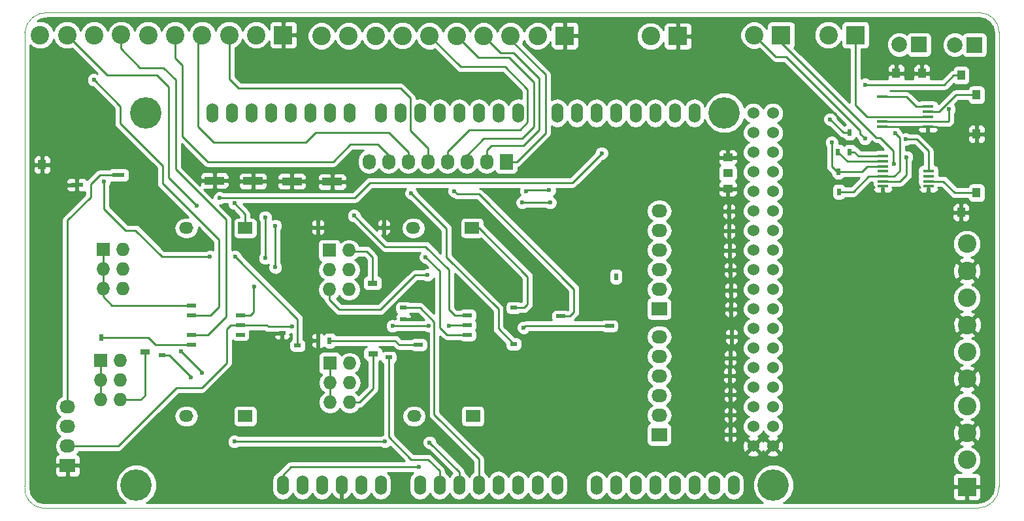
<source format=gbl>
G04 #@! TF.FileFunction,Copper,L2,Bot,Signal*
%FSLAX46Y46*%
G04 Gerber Fmt 4.6, Leading zero omitted, Abs format (unit mm)*
G04 Created by KiCad (PCBNEW 4.0.2-stable) date Sunday, December 11, 2016 'AMt' 07:35:52 AM*
%MOMM*%
G01*
G04 APERTURE LIST*
%ADD10C,0.100000*%
%ADD11O,1.524000X2.540000*%
%ADD12C,1.524000*%
%ADD13R,2.000000X2.000000*%
%ADD14C,2.000000*%
%ADD15C,2.400000*%
%ADD16R,2.400000X2.400000*%
%ADD17C,4.064000*%
%ADD18R,2.500000X1.000000*%
%ADD19R,1.250000X1.000000*%
%ADD20R,1.000000X1.250000*%
%ADD21R,2.032000X1.727200*%
%ADD22O,2.032000X1.727200*%
%ADD23R,1.727200X1.727200*%
%ADD24O,1.727200X1.727200*%
%ADD25R,1.727200X2.032000*%
%ADD26O,1.727200X2.032000*%
%ADD27R,0.500000X0.900000*%
%ADD28R,0.900000X0.500000*%
%ADD29R,1.300000X0.700000*%
%ADD30R,1.824000X1.524000*%
%ADD31O,1.824000X1.524000*%
%ADD32R,1.143000X0.508000*%
%ADD33R,1.550000X0.600000*%
%ADD34R,1.450000X0.450000*%
%ADD35C,0.600000*%
%ADD36C,0.250000*%
%ADD37C,0.254000*%
G04 APERTURE END LIST*
D10*
X40386000Y-49022000D02*
X161036000Y-49022000D01*
X37338000Y-110490000D02*
X37338000Y-51562000D01*
X160782000Y-113284000D02*
X39624000Y-113284000D01*
X163576000Y-51562000D02*
X163576000Y-110490000D01*
X163576000Y-51562000D02*
G75*
G03X161036000Y-49022000I-2540000J0D01*
G01*
X40386000Y-49022000D02*
G75*
G03X37338000Y-51562000I-254000J-2794000D01*
G01*
X160782000Y-113284000D02*
G75*
G03X163576000Y-110490000I0J2794000D01*
G01*
X37338000Y-110490000D02*
G75*
G03X39624000Y-113284000I2540000J-254000D01*
G01*
D11*
X106318000Y-62047000D03*
X108858000Y-62047000D03*
X111398000Y-62047000D03*
X113938000Y-62047000D03*
X116478000Y-62047000D03*
X119018000Y-62047000D03*
X121558000Y-62047000D03*
X124098000Y-62047000D03*
X129178000Y-110307000D03*
X126638000Y-110307000D03*
X124098000Y-110307000D03*
X121558000Y-110307000D03*
X111398000Y-110307000D03*
X106318000Y-110307000D03*
X103778000Y-110307000D03*
X113938000Y-110307000D03*
X116478000Y-110307000D03*
X119018000Y-110307000D03*
X101238000Y-110307000D03*
X98698000Y-110307000D03*
X96158000Y-110307000D03*
X88538000Y-110307000D03*
X91078000Y-110307000D03*
X93618000Y-110307000D03*
X83458000Y-110307000D03*
X80918000Y-110307000D03*
X78378000Y-110307000D03*
X73298000Y-110307000D03*
X70758000Y-110307000D03*
X101238000Y-62047000D03*
X98698000Y-62047000D03*
X96158000Y-62047000D03*
X93618000Y-62047000D03*
X91078000Y-62047000D03*
X88538000Y-62047000D03*
X85998000Y-62047000D03*
X83458000Y-62047000D03*
X79394000Y-62047000D03*
X76854000Y-62047000D03*
X74314000Y-62047000D03*
X71774000Y-62047000D03*
X69234000Y-62047000D03*
X66694000Y-62047000D03*
X64154000Y-62047000D03*
X61614000Y-62047000D03*
X75838000Y-110307000D03*
D12*
X131718000Y-64587000D03*
X134258000Y-64587000D03*
X131718000Y-67127000D03*
X134258000Y-67127000D03*
X131718000Y-69667000D03*
X134258000Y-69667000D03*
X131718000Y-72207000D03*
X134258000Y-72207000D03*
X131718000Y-62047000D03*
X134258000Y-62047000D03*
X134258000Y-74747000D03*
X131718000Y-74747000D03*
X131718000Y-77287000D03*
X134258000Y-77287000D03*
X131718000Y-79827000D03*
X134258000Y-79827000D03*
X131718000Y-82367000D03*
X134258000Y-82367000D03*
X131718000Y-84907000D03*
X134258000Y-84907000D03*
X131718000Y-87447000D03*
X134258000Y-87447000D03*
X131718000Y-89987000D03*
X134258000Y-89987000D03*
X131718000Y-92527000D03*
X134258000Y-92527000D03*
X131718000Y-95067000D03*
X134258000Y-95067000D03*
X131718000Y-97607000D03*
X134258000Y-97607000D03*
X131718000Y-100147000D03*
X134258000Y-100147000D03*
X131718000Y-102687000D03*
X134258000Y-102687000D03*
X131718000Y-105227000D03*
X134258000Y-105227000D03*
D13*
X160399500Y-53191800D03*
D14*
X157859500Y-53191800D03*
D13*
X153185900Y-53166400D03*
D14*
X150645900Y-53166400D03*
D15*
X159411200Y-103502200D03*
X159411200Y-107002200D03*
X159411200Y-100002200D03*
X159411200Y-96502200D03*
X159411200Y-93002200D03*
X159442929Y-89502200D03*
D16*
X159411200Y-110502200D03*
D15*
X159411200Y-86002200D03*
X159411200Y-82502200D03*
X159411200Y-79002200D03*
X63816000Y-51929800D03*
X67316000Y-51929800D03*
X60316000Y-51929800D03*
X56816000Y-51929800D03*
X53316000Y-51929800D03*
X49816000Y-51898071D03*
D16*
X70816000Y-51929800D03*
D15*
X46316000Y-51929800D03*
X42816000Y-51929800D03*
X39316000Y-51929800D03*
X100290400Y-52031400D03*
X103790400Y-52031400D03*
X96790400Y-52031400D03*
X93290400Y-52031400D03*
X89790400Y-52031400D03*
X86290400Y-51999671D03*
D16*
X107290400Y-52031400D03*
D15*
X82790400Y-52031400D03*
X79290400Y-52031400D03*
X75790400Y-52031400D03*
D17*
X127971500Y-62013500D03*
X134321500Y-110273500D03*
X51771500Y-110273500D03*
X53041500Y-62013500D03*
D15*
X141458600Y-51917100D03*
D16*
X144958600Y-51917100D03*
D15*
X131832000Y-51942500D03*
D16*
X135332000Y-51942500D03*
D15*
X118433500Y-52069500D03*
D16*
X121933500Y-52069500D03*
D18*
X77166000Y-70955800D03*
X61926000Y-70803400D03*
X66904400Y-70854200D03*
X71933600Y-70905000D03*
D19*
X128418000Y-67789000D03*
X128418000Y-71853000D03*
X128418000Y-69853000D03*
D20*
X158660000Y-57137000D03*
X160660000Y-59677000D03*
X160660000Y-64757000D03*
X160660000Y-72377000D03*
X158660000Y-74917000D03*
X150246000Y-56883000D03*
X153580000Y-56883000D03*
X39588000Y-68747000D03*
D21*
X42888000Y-107747000D03*
D22*
X42888000Y-105207000D03*
X42888000Y-102667000D03*
X42888000Y-100127000D03*
D21*
X119533200Y-87439000D03*
D22*
X119533200Y-84899000D03*
X119533200Y-82359000D03*
X119533200Y-79819000D03*
X119533200Y-77279000D03*
X119533200Y-74739000D03*
D21*
X119533200Y-103745800D03*
D22*
X119533200Y-101205800D03*
X119533200Y-98665800D03*
X119533200Y-96125800D03*
X119533200Y-93585800D03*
X119533200Y-91045800D03*
D23*
X76788000Y-79847000D03*
D24*
X79328000Y-79847000D03*
X76788000Y-82387000D03*
X79328000Y-82387000D03*
X76788000Y-84927000D03*
X79328000Y-84927000D03*
D25*
X99721200Y-68338200D03*
D26*
X97181200Y-68338200D03*
X94641200Y-68338200D03*
X92101200Y-68338200D03*
X89561200Y-68338200D03*
X87021200Y-68338200D03*
X84481200Y-68338200D03*
X81941200Y-68338200D03*
D23*
X47488000Y-79747000D03*
D24*
X50028000Y-79747000D03*
X47488000Y-82287000D03*
X50028000Y-82287000D03*
X47488000Y-84827000D03*
X50028000Y-84827000D03*
D23*
X76862000Y-94475000D03*
D24*
X79402000Y-94475000D03*
X76862000Y-97015000D03*
X79402000Y-97015000D03*
X76862000Y-99555000D03*
X79402000Y-99555000D03*
D23*
X47188000Y-94147000D03*
D24*
X49728000Y-94147000D03*
X47188000Y-96687000D03*
X49728000Y-96687000D03*
X47188000Y-99227000D03*
X49728000Y-99227000D03*
D27*
X83838000Y-76847000D03*
D28*
X100688000Y-87297000D03*
X100688000Y-91997000D03*
X70688000Y-90597000D03*
X72688000Y-92197000D03*
D27*
X75338000Y-76847000D03*
D29*
X82388000Y-84097000D03*
D28*
X86388000Y-87297000D03*
X86388000Y-88797000D03*
D27*
X76838000Y-91547000D03*
X75338000Y-91547000D03*
X47238000Y-91147000D03*
D29*
X82450000Y-93271000D03*
X52888000Y-92997000D03*
D27*
X113938000Y-83247000D03*
D28*
X84482000Y-93725000D03*
X55088000Y-93397000D03*
D27*
X128563600Y-74789800D03*
X128614400Y-77329800D03*
X128665200Y-79869800D03*
X128716000Y-82409800D03*
X128817600Y-85051400D03*
X128817600Y-87489800D03*
X128919200Y-91045800D03*
X128766800Y-93789000D03*
X128665200Y-96075000D03*
X128716000Y-98564200D03*
X128716000Y-101205800D03*
X128766800Y-103695000D03*
X144210000Y-64579000D03*
X142811600Y-72249800D03*
X142710000Y-67068200D03*
X144210000Y-67068200D03*
X142760800Y-69608200D03*
D30*
X95288000Y-76947000D03*
D31*
X87668000Y-76947000D03*
D30*
X95388000Y-101347000D03*
D31*
X87768000Y-101347000D03*
D30*
X65888000Y-76947000D03*
D31*
X58268000Y-76947000D03*
D30*
X65888000Y-101347000D03*
D31*
X58268000Y-101347000D03*
D32*
X65279200Y-90791800D03*
X65279200Y-89521800D03*
X65279200Y-88251800D03*
X58929200Y-86981800D03*
X58929200Y-90791800D03*
X58929200Y-92061800D03*
X58929200Y-88251800D03*
X94690000Y-90817000D03*
X94690000Y-89547000D03*
X94690000Y-88277000D03*
X88340000Y-92087000D03*
X113090000Y-89647000D03*
X106740000Y-88377000D03*
D33*
X44088000Y-71352000D03*
X49488000Y-70082000D03*
D34*
X154347500Y-63798500D03*
X154347500Y-62498500D03*
X154347500Y-61848500D03*
X154347500Y-61198500D03*
X148447500Y-59898500D03*
X148447500Y-63148500D03*
X148447500Y-63798500D03*
X154411000Y-71545500D03*
X154411000Y-70895500D03*
X154411000Y-70245500D03*
X154411000Y-69595500D03*
X148511000Y-67645500D03*
X148511000Y-68295500D03*
X148511000Y-68945500D03*
X148511000Y-69595500D03*
X148511000Y-70245500D03*
X148511000Y-70895500D03*
X148511000Y-71545500D03*
D35*
X79988000Y-75347000D03*
X83288000Y-90347000D03*
X84288000Y-88547000D03*
X96988000Y-90847000D03*
X96988000Y-88647000D03*
X68488000Y-80847000D03*
X68488000Y-75547000D03*
X67088000Y-84547000D03*
X69788000Y-82047000D03*
X69788000Y-76647000D03*
X89288000Y-80747000D03*
X62588000Y-73047000D03*
X112088000Y-67247000D03*
X141688000Y-62847000D03*
X146188000Y-58347000D03*
X146188000Y-65347000D03*
X151488000Y-65447000D03*
X149988000Y-68647000D03*
X150088000Y-64647000D03*
X141888000Y-65847000D03*
X157088000Y-61547000D03*
X151588000Y-67747000D03*
X92288000Y-89647000D03*
X89688000Y-89647000D03*
X84988000Y-89647000D03*
X71988000Y-89747000D03*
X101988000Y-89847000D03*
X88388000Y-107947000D03*
X101788000Y-73647000D03*
X105388000Y-73647000D03*
X46288000Y-57747000D03*
X59588000Y-74047000D03*
X64488000Y-73747000D03*
X64588000Y-80647000D03*
X61288000Y-80647000D03*
X47588000Y-70947000D03*
X87388000Y-72447000D03*
X60288000Y-95747000D03*
X57588000Y-92947000D03*
X89788000Y-104747000D03*
X83988000Y-104647000D03*
X64488000Y-104647000D03*
X58888000Y-96347000D03*
X92988000Y-72147000D03*
X102288000Y-72147000D03*
X105288000Y-72047000D03*
X89488000Y-83047000D03*
D36*
X94690000Y-88277000D02*
X93018000Y-88277000D01*
X80888000Y-76247000D02*
X79988000Y-75347000D01*
X83988000Y-79347000D02*
X80888000Y-76247000D01*
X89288000Y-79347000D02*
X83988000Y-79347000D01*
X92288000Y-82347000D02*
X89288000Y-79347000D01*
X92288000Y-87547000D02*
X92288000Y-82347000D01*
X93018000Y-88277000D02*
X92288000Y-87547000D01*
X160660000Y-64757000D02*
X156378000Y-64757000D01*
X155419500Y-63798500D02*
X154347500Y-63798500D01*
X156378000Y-64757000D02*
X155419500Y-63798500D01*
X148447500Y-63798500D02*
X154347500Y-63798500D01*
X68488000Y-75547000D02*
X68488000Y-80847000D01*
X66583200Y-88251800D02*
X65279200Y-88251800D01*
X66988000Y-87847000D02*
X66583200Y-88251800D01*
X66988000Y-84647000D02*
X66988000Y-87847000D01*
X67088000Y-84547000D02*
X66988000Y-84647000D01*
X69788000Y-76647000D02*
X69788000Y-82047000D01*
X92058000Y-90817000D02*
X94690000Y-90817000D01*
X91088000Y-89847000D02*
X92058000Y-90817000D01*
X91088000Y-82547000D02*
X91088000Y-89847000D01*
X89288000Y-80747000D02*
X91088000Y-82547000D01*
X80088000Y-73047000D02*
X62588000Y-73047000D01*
X82088000Y-71047000D02*
X80088000Y-73047000D01*
X108288000Y-71047000D02*
X82088000Y-71047000D01*
X112088000Y-67247000D02*
X108288000Y-71047000D01*
X75838000Y-110307000D02*
X75838000Y-109497000D01*
X148447500Y-59898500D02*
X151539500Y-59898500D01*
X151539500Y-59898500D02*
X152839500Y-61198500D01*
X152839500Y-61198500D02*
X154347500Y-61198500D01*
X144210000Y-67068200D02*
X144809200Y-67068200D01*
X145386500Y-67645500D02*
X148511000Y-67645500D01*
X144809200Y-67068200D02*
X145386500Y-67645500D01*
X141688000Y-62847000D02*
X143420000Y-64579000D01*
X143420000Y-64579000D02*
X144210000Y-64579000D01*
X154347500Y-61848500D02*
X155786500Y-61848500D01*
X157958000Y-59677000D02*
X160660000Y-59677000D01*
X155786500Y-61848500D02*
X157958000Y-59677000D01*
X158660000Y-57137000D02*
X157698000Y-57137000D01*
X156488000Y-58347000D02*
X146188000Y-58347000D01*
X157698000Y-57137000D02*
X156488000Y-58347000D01*
X144958600Y-51917100D02*
X144958600Y-61017600D01*
X146439500Y-62498500D02*
X154347500Y-62498500D01*
X144958600Y-61017600D02*
X146439500Y-62498500D01*
X154411000Y-69595500D02*
X154411000Y-66970000D01*
X134636500Y-54747000D02*
X131832000Y-51942500D01*
X135988000Y-54747000D02*
X134636500Y-54747000D01*
X145588000Y-64347000D02*
X135988000Y-54747000D01*
X145588000Y-64747000D02*
X145588000Y-64347000D01*
X146188000Y-65347000D02*
X145588000Y-64747000D01*
X152888000Y-65447000D02*
X151488000Y-65447000D01*
X154411000Y-66970000D02*
X152888000Y-65447000D01*
X147688000Y-65247000D02*
X135332000Y-52891000D01*
X148188000Y-65247000D02*
X147688000Y-65247000D01*
X149888000Y-66947000D02*
X148188000Y-65247000D01*
X149888000Y-68547000D02*
X149888000Y-66947000D01*
X149988000Y-68647000D02*
X149888000Y-68547000D01*
X135332000Y-52891000D02*
X135332000Y-51942500D01*
X154411000Y-70895500D02*
X156336500Y-70895500D01*
X157818000Y-72377000D02*
X160660000Y-72377000D01*
X156336500Y-70895500D02*
X157818000Y-72377000D01*
X135332000Y-51942500D02*
X135332000Y-52391000D01*
X149989500Y-70245500D02*
X150688000Y-69547000D01*
X149989500Y-70245500D02*
X148511000Y-70245500D01*
X150688000Y-65247000D02*
X150688000Y-69547000D01*
X150088000Y-64647000D02*
X150688000Y-65247000D01*
X142811600Y-72249800D02*
X144685200Y-72249800D01*
X146689500Y-70245500D02*
X148511000Y-70245500D01*
X144685200Y-72249800D02*
X146689500Y-70245500D01*
X142710000Y-67068200D02*
X142710000Y-67069000D01*
X142710000Y-67069000D02*
X143936500Y-68295500D01*
X143936500Y-68295500D02*
X148511000Y-68295500D01*
X141888000Y-68947000D02*
X142549200Y-69608200D01*
X141888000Y-65847000D02*
X141888000Y-68947000D01*
X142549200Y-69608200D02*
X142760800Y-69608200D01*
X142760800Y-69608200D02*
X145826800Y-69608200D01*
X146489500Y-68945500D02*
X148511000Y-68945500D01*
X145826800Y-69608200D02*
X146489500Y-68945500D01*
X156986500Y-63148500D02*
X148447500Y-63148500D01*
X157088000Y-63047000D02*
X156986500Y-63148500D01*
X157088000Y-61547000D02*
X157088000Y-63047000D01*
X148511000Y-70895500D02*
X150739500Y-70895500D01*
X151588000Y-70047000D02*
X151588000Y-67747000D01*
X150739500Y-70895500D02*
X151588000Y-70047000D01*
X65279200Y-89521800D02*
X68662800Y-89521800D01*
X92388000Y-89547000D02*
X94690000Y-89547000D01*
X92288000Y-89647000D02*
X92388000Y-89547000D01*
X84988000Y-89647000D02*
X89688000Y-89647000D01*
X68888000Y-89747000D02*
X71988000Y-89747000D01*
X68662800Y-89521800D02*
X68888000Y-89747000D01*
X113090000Y-89647000D02*
X102188000Y-89647000D01*
X102188000Y-89647000D02*
X101988000Y-89847000D01*
X42888000Y-105207000D02*
X49428000Y-105207000D01*
X64013200Y-89521800D02*
X65279200Y-89521800D01*
X63488000Y-90047000D02*
X64013200Y-89521800D01*
X63488000Y-94447000D02*
X63488000Y-90047000D01*
X60288000Y-97647000D02*
X63488000Y-94447000D01*
X56988000Y-97647000D02*
X60288000Y-97647000D01*
X49428000Y-105207000D02*
X56988000Y-97647000D01*
X42948000Y-105147000D02*
X42888000Y-105207000D01*
X70758000Y-110307000D02*
X70758000Y-108977000D01*
X71788000Y-107947000D02*
X88388000Y-107947000D01*
X70758000Y-108977000D02*
X71788000Y-107947000D01*
X101788000Y-73647000D02*
X105388000Y-73647000D01*
X89561200Y-68338200D02*
X89561200Y-66620200D01*
X63816000Y-57625000D02*
X63816000Y-51929800D01*
X65038000Y-58847000D02*
X63816000Y-57625000D01*
X86038000Y-58847000D02*
X65038000Y-58847000D01*
X87288000Y-60097000D02*
X86038000Y-58847000D01*
X87288000Y-64347000D02*
X87288000Y-60097000D01*
X89561200Y-66620200D02*
X87288000Y-64347000D01*
X87021200Y-68338200D02*
X87021200Y-67080200D01*
X59788000Y-63847000D02*
X59788000Y-52457800D01*
X61788000Y-65847000D02*
X59788000Y-63847000D01*
X73788000Y-65847000D02*
X61788000Y-65847000D01*
X75038000Y-64597000D02*
X73788000Y-65847000D01*
X84538000Y-64597000D02*
X75038000Y-64597000D01*
X87021200Y-67080200D02*
X84538000Y-64597000D01*
X59788000Y-52457800D02*
X60316000Y-51929800D01*
X84481200Y-68338200D02*
X84481200Y-67540200D01*
X84481200Y-67540200D02*
X83038000Y-66097000D01*
X83038000Y-66097000D02*
X79538000Y-66097000D01*
X79538000Y-66097000D02*
X77288000Y-68347000D01*
X77288000Y-68347000D02*
X61038000Y-68347000D01*
X61038000Y-68347000D02*
X57788000Y-65097000D01*
X57788000Y-65097000D02*
X57788000Y-55847000D01*
X57788000Y-55847000D02*
X56816000Y-54875000D01*
X56816000Y-54875000D02*
X56816000Y-51929800D01*
X81941200Y-68338200D02*
X81296800Y-68338200D01*
X49816000Y-51898071D02*
X49816000Y-53675000D01*
X61043200Y-90791800D02*
X58929200Y-90791800D01*
X63388000Y-88447000D02*
X61043200Y-90791800D01*
X63388000Y-75847000D02*
X63388000Y-88447000D01*
X56888000Y-69347000D02*
X63388000Y-75847000D01*
X56888000Y-57747000D02*
X56888000Y-69347000D01*
X55288000Y-56147000D02*
X56888000Y-57747000D01*
X52288000Y-56147000D02*
X55288000Y-56147000D01*
X49816000Y-53675000D02*
X52288000Y-56147000D01*
X61383200Y-88251800D02*
X58929200Y-88251800D01*
X62488000Y-87147000D02*
X61383200Y-88251800D01*
X62488000Y-78447000D02*
X62488000Y-87147000D01*
X55188000Y-71147000D02*
X62488000Y-78447000D01*
X55188000Y-68847000D02*
X55188000Y-71147000D01*
X49688000Y-63347000D02*
X55188000Y-68847000D01*
X49688000Y-61147000D02*
X49688000Y-63347000D01*
X46288000Y-57747000D02*
X49688000Y-61147000D01*
X65888000Y-76947000D02*
X65888000Y-75147000D01*
X48033200Y-57147000D02*
X42816000Y-51929800D01*
X54488000Y-57147000D02*
X48033200Y-57147000D01*
X55988000Y-58647000D02*
X54488000Y-57147000D01*
X55988000Y-70447000D02*
X55988000Y-58647000D01*
X59588000Y-74047000D02*
X55988000Y-70447000D01*
X65888000Y-75147000D02*
X64488000Y-73747000D01*
X72688000Y-88747000D02*
X72688000Y-92197000D01*
X64588000Y-80647000D02*
X72688000Y-88747000D01*
X55088000Y-80647000D02*
X61288000Y-80647000D01*
X51688000Y-77247000D02*
X55088000Y-80647000D01*
X50388000Y-77247000D02*
X51688000Y-77247000D01*
X47588000Y-74447000D02*
X50388000Y-77247000D01*
X47588000Y-70947000D02*
X47588000Y-74447000D01*
X99721200Y-68338200D02*
X101096800Y-68338200D01*
X104788000Y-57047000D02*
X100290400Y-52549400D01*
X104788000Y-64647000D02*
X104788000Y-57047000D01*
X101096800Y-68338200D02*
X104788000Y-64647000D01*
X100290400Y-52549400D02*
X100290400Y-52031400D01*
X97181200Y-68338200D02*
X97181200Y-66853800D01*
X99006000Y-54247000D02*
X96790400Y-52031400D01*
X100688000Y-54247000D02*
X99006000Y-54247000D01*
X103988000Y-57547000D02*
X100688000Y-54247000D01*
X103988000Y-64247000D02*
X103988000Y-57547000D01*
X101988000Y-66247000D02*
X103988000Y-64247000D01*
X97788000Y-66247000D02*
X101988000Y-66247000D01*
X97181200Y-66853800D02*
X97788000Y-66247000D01*
X94641200Y-68338200D02*
X94641200Y-67493800D01*
X94641200Y-67493800D02*
X96788000Y-65347000D01*
X96788000Y-65347000D02*
X101788000Y-65347000D01*
X101788000Y-65347000D02*
X103288000Y-63847000D01*
X103288000Y-63847000D02*
X103288000Y-58047000D01*
X103288000Y-58047000D02*
X100088000Y-54847000D01*
X100088000Y-54847000D02*
X96106000Y-54847000D01*
X96106000Y-54847000D02*
X93290400Y-52031400D01*
X92101200Y-68338200D02*
X92101200Y-67033800D01*
X93806000Y-56047000D02*
X89790400Y-52031400D01*
X99588000Y-56047000D02*
X93806000Y-56047000D01*
X102488000Y-58947000D02*
X99588000Y-56047000D01*
X102488000Y-63247000D02*
X102488000Y-58947000D01*
X101488000Y-64247000D02*
X102488000Y-63247000D01*
X94888000Y-64247000D02*
X101488000Y-64247000D01*
X92101200Y-67033800D02*
X94888000Y-64247000D01*
X100688000Y-87297000D02*
X102038000Y-87297000D01*
X102488000Y-83247000D02*
X96188000Y-76947000D01*
X102488000Y-86847000D02*
X102488000Y-83247000D01*
X102038000Y-87297000D02*
X102488000Y-86847000D01*
X96188000Y-76947000D02*
X95288000Y-76947000D01*
X98688000Y-89997000D02*
X100688000Y-91997000D01*
X98688000Y-87447000D02*
X98688000Y-89997000D01*
X91988000Y-80747000D02*
X98688000Y-87447000D01*
X91988000Y-77047000D02*
X91988000Y-80747000D01*
X87388000Y-72447000D02*
X91988000Y-77047000D01*
X86388000Y-87297000D02*
X88538000Y-87297000D01*
X96158000Y-106917000D02*
X96158000Y-110307000D01*
X90388000Y-101147000D02*
X96158000Y-106917000D01*
X90388000Y-89147000D02*
X90388000Y-101147000D01*
X88538000Y-87297000D02*
X90388000Y-89147000D01*
X96158000Y-110307000D02*
X96158000Y-109477000D01*
X60288000Y-95647000D02*
X60288000Y-95747000D01*
X57588000Y-92947000D02*
X60288000Y-95647000D01*
X84482000Y-93725000D02*
X84482000Y-104041000D01*
X91078000Y-108437000D02*
X91078000Y-110307000D01*
X89588000Y-106947000D02*
X91078000Y-108437000D01*
X87388000Y-106947000D02*
X89588000Y-106947000D01*
X84482000Y-104041000D02*
X87388000Y-106947000D01*
X55088000Y-93397000D02*
X56038000Y-93397000D01*
X93618000Y-108577000D02*
X93618000Y-110307000D01*
X89788000Y-104747000D02*
X93618000Y-108577000D01*
X83188000Y-104647000D02*
X83988000Y-104647000D01*
X64488000Y-104647000D02*
X83188000Y-104647000D01*
X58888000Y-96247000D02*
X58888000Y-96347000D01*
X56038000Y-93397000D02*
X58888000Y-96247000D01*
X107958000Y-88377000D02*
X106740000Y-88377000D01*
X108488000Y-87847000D02*
X107958000Y-88377000D01*
X108488000Y-84847000D02*
X108488000Y-87847000D01*
X96188000Y-72547000D02*
X108488000Y-84847000D01*
X93388000Y-72547000D02*
X96188000Y-72547000D01*
X92988000Y-72147000D02*
X93388000Y-72547000D01*
X102288000Y-72147000D02*
X102388000Y-72047000D01*
X102388000Y-72047000D02*
X105288000Y-72047000D01*
X76788000Y-84927000D02*
X76788000Y-86247000D01*
X87888000Y-83047000D02*
X89488000Y-83047000D01*
X83388000Y-87547000D02*
X87888000Y-83047000D01*
X78088000Y-87547000D02*
X83388000Y-87547000D01*
X76788000Y-86247000D02*
X78088000Y-87547000D01*
X47488000Y-84827000D02*
X47488000Y-85847000D01*
X48622800Y-86981800D02*
X58929200Y-86981800D01*
X47488000Y-85847000D02*
X48622800Y-86981800D01*
X47488000Y-82287000D02*
X47488000Y-79747000D01*
X47488000Y-84827000D02*
X47488000Y-82287000D01*
X76862000Y-97015000D02*
X76862000Y-94475000D01*
X76862000Y-99555000D02*
X76862000Y-97015000D01*
X76838000Y-91547000D02*
X85288000Y-91547000D01*
X85828000Y-92087000D02*
X88340000Y-92087000D01*
X85288000Y-91547000D02*
X85828000Y-92087000D01*
X58929200Y-92061800D02*
X54302800Y-92061800D01*
X53388000Y-91147000D02*
X47238000Y-91147000D01*
X54302800Y-92061800D02*
X53388000Y-91147000D01*
X47188000Y-96687000D02*
X47188000Y-94147000D01*
X47188000Y-99227000D02*
X47188000Y-96687000D01*
X49488000Y-70082000D02*
X47053000Y-70082000D01*
X42888000Y-75947000D02*
X42888000Y-100127000D01*
X45888000Y-72947000D02*
X42888000Y-75947000D01*
X45888000Y-71247000D02*
X45888000Y-72947000D01*
X47053000Y-70082000D02*
X45888000Y-71247000D01*
X82388000Y-84097000D02*
X82388000Y-80747000D01*
X81588000Y-79947000D02*
X79428000Y-79947000D01*
X82388000Y-80747000D02*
X81588000Y-79947000D01*
X79428000Y-79947000D02*
X79328000Y-79847000D01*
X82450000Y-93271000D02*
X82450000Y-97785000D01*
X80680000Y-99555000D02*
X79402000Y-99555000D01*
X82450000Y-97785000D02*
X80680000Y-99555000D01*
X49728000Y-99227000D02*
X52308000Y-99227000D01*
X52888000Y-98647000D02*
X52888000Y-92997000D01*
X52308000Y-99227000D02*
X52888000Y-98647000D01*
D37*
G36*
X161740741Y-49860602D02*
X162338193Y-50259807D01*
X162737398Y-50857257D01*
X162891000Y-51629467D01*
X162891000Y-110422533D01*
X162718063Y-111291943D01*
X162263798Y-111971798D01*
X161583943Y-112426063D01*
X160714533Y-112599000D01*
X135677283Y-112599000D01*
X135830261Y-112535791D01*
X136581155Y-111786207D01*
X136988036Y-110806327D01*
X136988052Y-110787950D01*
X157576200Y-110787950D01*
X157576200Y-111828509D01*
X157672873Y-112061898D01*
X157851501Y-112240527D01*
X158084890Y-112337200D01*
X159125450Y-112337200D01*
X159284200Y-112178450D01*
X159284200Y-110629200D01*
X159538200Y-110629200D01*
X159538200Y-112178450D01*
X159696950Y-112337200D01*
X160737510Y-112337200D01*
X160970899Y-112240527D01*
X161149527Y-112061898D01*
X161246200Y-111828509D01*
X161246200Y-110787950D01*
X161087450Y-110629200D01*
X159538200Y-110629200D01*
X159284200Y-110629200D01*
X157734950Y-110629200D01*
X157576200Y-110787950D01*
X136988052Y-110787950D01*
X136988962Y-109745328D01*
X136583791Y-108764739D01*
X135834207Y-108013845D01*
X134854327Y-107606964D01*
X133793328Y-107606038D01*
X132812739Y-108011209D01*
X132061845Y-108760793D01*
X131654964Y-109740673D01*
X131654038Y-110801672D01*
X132059209Y-111782261D01*
X132808793Y-112533155D01*
X132967366Y-112599000D01*
X53127283Y-112599000D01*
X53280261Y-112535791D01*
X54031155Y-111786207D01*
X54438036Y-110806327D01*
X54438962Y-109745328D01*
X54033791Y-108764739D01*
X53284207Y-108013845D01*
X52304327Y-107606964D01*
X51243328Y-107606038D01*
X50262739Y-108011209D01*
X49511845Y-108760793D01*
X49104964Y-109740673D01*
X49104038Y-110801672D01*
X49509209Y-111782261D01*
X50258793Y-112533155D01*
X50417366Y-112599000D01*
X39726133Y-112599000D01*
X39001472Y-112377994D01*
X38442891Y-111918181D01*
X38102792Y-111279610D01*
X38023000Y-110456862D01*
X38023000Y-108032750D01*
X41237000Y-108032750D01*
X41237000Y-108736910D01*
X41333673Y-108970299D01*
X41512302Y-109148927D01*
X41745691Y-109245600D01*
X42602250Y-109245600D01*
X42761000Y-109086850D01*
X42761000Y-107874000D01*
X43015000Y-107874000D01*
X43015000Y-109086850D01*
X43173750Y-109245600D01*
X44030309Y-109245600D01*
X44263698Y-109148927D01*
X44442327Y-108970299D01*
X44539000Y-108736910D01*
X44539000Y-108032750D01*
X44380250Y-107874000D01*
X43015000Y-107874000D01*
X42761000Y-107874000D01*
X41395750Y-107874000D01*
X41237000Y-108032750D01*
X38023000Y-108032750D01*
X38023000Y-71637750D01*
X42678000Y-71637750D01*
X42678000Y-71778310D01*
X42774673Y-72011699D01*
X42953302Y-72190327D01*
X43186691Y-72287000D01*
X43802250Y-72287000D01*
X43961000Y-72128250D01*
X43961000Y-71479000D01*
X42836750Y-71479000D01*
X42678000Y-71637750D01*
X38023000Y-71637750D01*
X38023000Y-70925690D01*
X42678000Y-70925690D01*
X42678000Y-71066250D01*
X42836750Y-71225000D01*
X43961000Y-71225000D01*
X43961000Y-70575750D01*
X43802250Y-70417000D01*
X43186691Y-70417000D01*
X42953302Y-70513673D01*
X42774673Y-70692301D01*
X42678000Y-70925690D01*
X38023000Y-70925690D01*
X38023000Y-69032750D01*
X38453000Y-69032750D01*
X38453000Y-69498310D01*
X38549673Y-69731699D01*
X38728302Y-69910327D01*
X38961691Y-70007000D01*
X39302250Y-70007000D01*
X39461000Y-69848250D01*
X39461000Y-68874000D01*
X39715000Y-68874000D01*
X39715000Y-69848250D01*
X39873750Y-70007000D01*
X40214309Y-70007000D01*
X40447698Y-69910327D01*
X40626327Y-69731699D01*
X40723000Y-69498310D01*
X40723000Y-69032750D01*
X40564250Y-68874000D01*
X39715000Y-68874000D01*
X39461000Y-68874000D01*
X38611750Y-68874000D01*
X38453000Y-69032750D01*
X38023000Y-69032750D01*
X38023000Y-67995690D01*
X38453000Y-67995690D01*
X38453000Y-68461250D01*
X38611750Y-68620000D01*
X39461000Y-68620000D01*
X39461000Y-67645750D01*
X39715000Y-67645750D01*
X39715000Y-68620000D01*
X40564250Y-68620000D01*
X40723000Y-68461250D01*
X40723000Y-67995690D01*
X40626327Y-67762301D01*
X40447698Y-67583673D01*
X40214309Y-67487000D01*
X39873750Y-67487000D01*
X39715000Y-67645750D01*
X39461000Y-67645750D01*
X39302250Y-67487000D01*
X38961691Y-67487000D01*
X38728302Y-67583673D01*
X38549673Y-67762301D01*
X38453000Y-67995690D01*
X38023000Y-67995690D01*
X38023000Y-53231891D01*
X38275199Y-53484530D01*
X38949395Y-53764481D01*
X39679403Y-53765118D01*
X40354086Y-53486345D01*
X40870730Y-52970601D01*
X41066135Y-52500015D01*
X41259455Y-52967886D01*
X41775199Y-53484530D01*
X42449395Y-53764481D01*
X43179403Y-53765118D01*
X43460407Y-53649009D01*
X46729195Y-56917797D01*
X46474799Y-56812162D01*
X46102833Y-56811838D01*
X45759057Y-56953883D01*
X45495808Y-57216673D01*
X45353162Y-57560201D01*
X45352838Y-57932167D01*
X45494883Y-58275943D01*
X45757673Y-58539192D01*
X46101201Y-58681838D01*
X46148077Y-58681879D01*
X48928000Y-61461802D01*
X48928000Y-63347000D01*
X48985852Y-63637839D01*
X49150599Y-63884401D01*
X54428000Y-69161802D01*
X54428000Y-71147000D01*
X54485852Y-71437839D01*
X54650599Y-71684401D01*
X58533055Y-75566857D01*
X58448308Y-75550000D01*
X58087692Y-75550000D01*
X57553083Y-75656340D01*
X57099864Y-75959172D01*
X56797032Y-76412391D01*
X56690692Y-76947000D01*
X56797032Y-77481609D01*
X57099864Y-77934828D01*
X57553083Y-78237660D01*
X58087692Y-78344000D01*
X58448308Y-78344000D01*
X58982917Y-78237660D01*
X59436136Y-77934828D01*
X59738968Y-77481609D01*
X59845308Y-76947000D01*
X59828451Y-76862253D01*
X61728000Y-78761802D01*
X61728000Y-79817301D01*
X61474799Y-79712162D01*
X61102833Y-79711838D01*
X60759057Y-79853883D01*
X60725882Y-79887000D01*
X55402802Y-79887000D01*
X52225401Y-76709599D01*
X51978839Y-76544852D01*
X51688000Y-76487000D01*
X50702802Y-76487000D01*
X48348000Y-74132198D01*
X48348000Y-71509463D01*
X48380192Y-71477327D01*
X48522838Y-71133799D01*
X48522962Y-70990956D01*
X48713000Y-71029440D01*
X50263000Y-71029440D01*
X50498317Y-70985162D01*
X50714441Y-70846090D01*
X50859431Y-70633890D01*
X50910440Y-70382000D01*
X50910440Y-69782000D01*
X50866162Y-69546683D01*
X50727090Y-69330559D01*
X50514890Y-69185569D01*
X50263000Y-69134560D01*
X48713000Y-69134560D01*
X48477683Y-69178838D01*
X48261559Y-69317910D01*
X48258764Y-69322000D01*
X47053000Y-69322000D01*
X46762161Y-69379852D01*
X46515599Y-69544599D01*
X45384612Y-70675586D01*
X45222698Y-70513673D01*
X44989309Y-70417000D01*
X44373750Y-70417000D01*
X44215000Y-70575750D01*
X44215000Y-71225000D01*
X44235000Y-71225000D01*
X44235000Y-71479000D01*
X44215000Y-71479000D01*
X44215000Y-72128250D01*
X44373750Y-72287000D01*
X44989309Y-72287000D01*
X45128000Y-72229552D01*
X45128000Y-72632198D01*
X42350599Y-75409599D01*
X42185852Y-75656161D01*
X42128000Y-75947000D01*
X42128000Y-98743654D01*
X41643585Y-99067330D01*
X41318729Y-99553511D01*
X41204655Y-100127000D01*
X41318729Y-100700489D01*
X41643585Y-101186670D01*
X41958366Y-101397000D01*
X41643585Y-101607330D01*
X41318729Y-102093511D01*
X41204655Y-102667000D01*
X41318729Y-103240489D01*
X41643585Y-103726670D01*
X41958366Y-103937000D01*
X41643585Y-104147330D01*
X41318729Y-104633511D01*
X41204655Y-105207000D01*
X41318729Y-105780489D01*
X41643585Y-106266670D01*
X41665780Y-106281500D01*
X41512302Y-106345073D01*
X41333673Y-106523701D01*
X41237000Y-106757090D01*
X41237000Y-107461250D01*
X41395750Y-107620000D01*
X42761000Y-107620000D01*
X42761000Y-107600000D01*
X43015000Y-107600000D01*
X43015000Y-107620000D01*
X44380250Y-107620000D01*
X44539000Y-107461250D01*
X44539000Y-106757090D01*
X44442327Y-106523701D01*
X44263698Y-106345073D01*
X44110220Y-106281500D01*
X44132415Y-106266670D01*
X44332648Y-105967000D01*
X49428000Y-105967000D01*
X49718839Y-105909148D01*
X49965401Y-105744401D01*
X54362802Y-101347000D01*
X56690692Y-101347000D01*
X56797032Y-101881609D01*
X57099864Y-102334828D01*
X57553083Y-102637660D01*
X58087692Y-102744000D01*
X58448308Y-102744000D01*
X58982917Y-102637660D01*
X59436136Y-102334828D01*
X59738968Y-101881609D01*
X59845308Y-101347000D01*
X59738968Y-100812391D01*
X59587030Y-100585000D01*
X64328560Y-100585000D01*
X64328560Y-102109000D01*
X64372838Y-102344317D01*
X64511910Y-102560441D01*
X64724110Y-102705431D01*
X64976000Y-102756440D01*
X66800000Y-102756440D01*
X67035317Y-102712162D01*
X67251441Y-102573090D01*
X67396431Y-102360890D01*
X67447440Y-102109000D01*
X67447440Y-100585000D01*
X67403162Y-100349683D01*
X67264090Y-100133559D01*
X67051890Y-99988569D01*
X66800000Y-99937560D01*
X64976000Y-99937560D01*
X64740683Y-99981838D01*
X64524559Y-100120910D01*
X64379569Y-100333110D01*
X64328560Y-100585000D01*
X59587030Y-100585000D01*
X59436136Y-100359172D01*
X58982917Y-100056340D01*
X58448308Y-99950000D01*
X58087692Y-99950000D01*
X57553083Y-100056340D01*
X57099864Y-100359172D01*
X56797032Y-100812391D01*
X56690692Y-101347000D01*
X54362802Y-101347000D01*
X57302802Y-98407000D01*
X60288000Y-98407000D01*
X60578839Y-98349148D01*
X60825401Y-98184401D01*
X64025401Y-94984401D01*
X64190148Y-94737840D01*
X64248000Y-94447000D01*
X64248000Y-91500241D01*
X64455810Y-91642231D01*
X64707700Y-91693240D01*
X65850700Y-91693240D01*
X66086017Y-91648962D01*
X66302141Y-91509890D01*
X66447131Y-91297690D01*
X66498140Y-91045800D01*
X66498140Y-90880750D01*
X69603000Y-90880750D01*
X69603000Y-90973309D01*
X69699673Y-91206698D01*
X69878301Y-91385327D01*
X70111690Y-91482000D01*
X70402250Y-91482000D01*
X70561000Y-91323250D01*
X70561000Y-90722000D01*
X69761750Y-90722000D01*
X69603000Y-90880750D01*
X66498140Y-90880750D01*
X66498140Y-90537800D01*
X66453862Y-90302483D01*
X66440553Y-90281800D01*
X68347998Y-90281800D01*
X68350599Y-90284401D01*
X68597161Y-90449148D01*
X68888000Y-90507000D01*
X70835000Y-90507000D01*
X70835000Y-90722000D01*
X70815000Y-90722000D01*
X70815000Y-91323250D01*
X70973750Y-91482000D01*
X71264310Y-91482000D01*
X71497699Y-91385327D01*
X71676327Y-91206698D01*
X71773000Y-90973309D01*
X71773000Y-90880750D01*
X71616252Y-90724002D01*
X71773000Y-90724002D01*
X71773000Y-90670128D01*
X71801201Y-90681838D01*
X71928000Y-90681948D01*
X71928000Y-91391895D01*
X71786559Y-91482910D01*
X71641569Y-91695110D01*
X71590560Y-91947000D01*
X71590560Y-92447000D01*
X71634838Y-92682317D01*
X71773910Y-92898441D01*
X71986110Y-93043431D01*
X72238000Y-93094440D01*
X73138000Y-93094440D01*
X73373317Y-93050162D01*
X73589441Y-92911090D01*
X73734431Y-92698890D01*
X73785440Y-92447000D01*
X73785440Y-91947000D01*
X73763943Y-91832750D01*
X74453000Y-91832750D01*
X74453000Y-92123310D01*
X74549673Y-92356699D01*
X74728302Y-92535327D01*
X74961691Y-92632000D01*
X75054250Y-92632000D01*
X75213000Y-92473250D01*
X75213000Y-91674000D01*
X74611750Y-91674000D01*
X74453000Y-91832750D01*
X73763943Y-91832750D01*
X73741162Y-91711683D01*
X73602090Y-91495559D01*
X73448000Y-91390274D01*
X73448000Y-90970690D01*
X74453000Y-90970690D01*
X74453000Y-91261250D01*
X74611750Y-91420000D01*
X75213000Y-91420000D01*
X75213000Y-90620750D01*
X75054250Y-90462000D01*
X74961691Y-90462000D01*
X74728302Y-90558673D01*
X74549673Y-90737301D01*
X74453000Y-90970690D01*
X73448000Y-90970690D01*
X73448000Y-88747000D01*
X73390148Y-88456161D01*
X73225401Y-88209599D01*
X65523122Y-80507320D01*
X65523162Y-80461833D01*
X65381117Y-80118057D01*
X65118327Y-79854808D01*
X64774799Y-79712162D01*
X64402833Y-79711838D01*
X64148000Y-79817133D01*
X64148000Y-75847000D01*
X64090148Y-75556161D01*
X63925401Y-75309599D01*
X62597811Y-73982009D01*
X62773167Y-73982162D01*
X63116943Y-73840117D01*
X63150118Y-73807000D01*
X63552947Y-73807000D01*
X63552838Y-73932167D01*
X63694883Y-74275943D01*
X63957673Y-74539192D01*
X64301201Y-74681838D01*
X64348077Y-74681879D01*
X65128000Y-75461802D01*
X65128000Y-75537560D01*
X64976000Y-75537560D01*
X64740683Y-75581838D01*
X64524559Y-75720910D01*
X64379569Y-75933110D01*
X64328560Y-76185000D01*
X64328560Y-77709000D01*
X64372838Y-77944317D01*
X64511910Y-78160441D01*
X64724110Y-78305431D01*
X64976000Y-78356440D01*
X66800000Y-78356440D01*
X67035317Y-78312162D01*
X67251441Y-78173090D01*
X67396431Y-77960890D01*
X67447440Y-77709000D01*
X67447440Y-76185000D01*
X67403162Y-75949683D01*
X67264090Y-75733559D01*
X67262053Y-75732167D01*
X67552838Y-75732167D01*
X67694883Y-76075943D01*
X67728000Y-76109118D01*
X67728000Y-80284537D01*
X67695808Y-80316673D01*
X67553162Y-80660201D01*
X67552838Y-81032167D01*
X67694883Y-81375943D01*
X67957673Y-81639192D01*
X68301201Y-81781838D01*
X68673167Y-81782162D01*
X68929556Y-81676224D01*
X68853162Y-81860201D01*
X68852838Y-82232167D01*
X68994883Y-82575943D01*
X69257673Y-82839192D01*
X69601201Y-82981838D01*
X69973167Y-82982162D01*
X70316943Y-82840117D01*
X70580192Y-82577327D01*
X70722838Y-82233799D01*
X70723162Y-81861833D01*
X70581117Y-81518057D01*
X70548000Y-81484882D01*
X70548000Y-77209463D01*
X70580192Y-77177327D01*
X70598702Y-77132750D01*
X74453000Y-77132750D01*
X74453000Y-77423310D01*
X74549673Y-77656699D01*
X74728302Y-77835327D01*
X74961691Y-77932000D01*
X75054250Y-77932000D01*
X75213000Y-77773250D01*
X75213000Y-76974000D01*
X75463000Y-76974000D01*
X75463000Y-77773250D01*
X75621750Y-77932000D01*
X75714309Y-77932000D01*
X75947698Y-77835327D01*
X76126327Y-77656699D01*
X76223000Y-77423310D01*
X76223000Y-77132750D01*
X76064250Y-76974000D01*
X75463000Y-76974000D01*
X75213000Y-76974000D01*
X74611750Y-76974000D01*
X74453000Y-77132750D01*
X70598702Y-77132750D01*
X70722838Y-76833799D01*
X70723162Y-76461833D01*
X70644184Y-76270690D01*
X74453000Y-76270690D01*
X74453000Y-76561250D01*
X74611750Y-76720000D01*
X75213000Y-76720000D01*
X75213000Y-75920750D01*
X75463000Y-75920750D01*
X75463000Y-76720000D01*
X76064250Y-76720000D01*
X76223000Y-76561250D01*
X76223000Y-76270690D01*
X76126327Y-76037301D01*
X75947698Y-75858673D01*
X75714309Y-75762000D01*
X75621750Y-75762000D01*
X75463000Y-75920750D01*
X75213000Y-75920750D01*
X75054250Y-75762000D01*
X74961691Y-75762000D01*
X74728302Y-75858673D01*
X74549673Y-76037301D01*
X74453000Y-76270690D01*
X70644184Y-76270690D01*
X70581117Y-76118057D01*
X70318327Y-75854808D01*
X69974799Y-75712162D01*
X69602833Y-75711838D01*
X69396568Y-75797065D01*
X69422838Y-75733799D01*
X69423162Y-75361833D01*
X69281117Y-75018057D01*
X69018327Y-74754808D01*
X68674799Y-74612162D01*
X68302833Y-74611838D01*
X67959057Y-74753883D01*
X67695808Y-75016673D01*
X67553162Y-75360201D01*
X67552838Y-75732167D01*
X67262053Y-75732167D01*
X67051890Y-75588569D01*
X66800000Y-75537560D01*
X66648000Y-75537560D01*
X66648000Y-75147000D01*
X66590148Y-74856161D01*
X66425401Y-74609599D01*
X65622802Y-73807000D01*
X80088000Y-73807000D01*
X80378839Y-73749148D01*
X80625401Y-73584401D01*
X82402802Y-71807000D01*
X86705673Y-71807000D01*
X86595808Y-71916673D01*
X86453162Y-72260201D01*
X86452838Y-72632167D01*
X86594883Y-72975943D01*
X86857673Y-73239192D01*
X87201201Y-73381838D01*
X87248077Y-73381879D01*
X91228000Y-77361802D01*
X91228000Y-80212198D01*
X89825401Y-78809599D01*
X89578839Y-78644852D01*
X89288000Y-78587000D01*
X84302802Y-78587000D01*
X83601026Y-77885224D01*
X83713000Y-77773250D01*
X83713000Y-76974000D01*
X83963000Y-76974000D01*
X83963000Y-77773250D01*
X84121750Y-77932000D01*
X84214309Y-77932000D01*
X84447698Y-77835327D01*
X84626327Y-77656699D01*
X84723000Y-77423310D01*
X84723000Y-77132750D01*
X84564250Y-76974000D01*
X83963000Y-76974000D01*
X83713000Y-76974000D01*
X83111750Y-76974000D01*
X82953000Y-77132750D01*
X82953000Y-77237198D01*
X82662802Y-76947000D01*
X86090692Y-76947000D01*
X86197032Y-77481609D01*
X86499864Y-77934828D01*
X86953083Y-78237660D01*
X87487692Y-78344000D01*
X87848308Y-78344000D01*
X88382917Y-78237660D01*
X88836136Y-77934828D01*
X89138968Y-77481609D01*
X89245308Y-76947000D01*
X89138968Y-76412391D01*
X88836136Y-75959172D01*
X88382917Y-75656340D01*
X87848308Y-75550000D01*
X87487692Y-75550000D01*
X86953083Y-75656340D01*
X86499864Y-75959172D01*
X86197032Y-76412391D01*
X86090692Y-76947000D01*
X82662802Y-76947000D01*
X81986492Y-76270690D01*
X82953000Y-76270690D01*
X82953000Y-76561250D01*
X83111750Y-76720000D01*
X83713000Y-76720000D01*
X83713000Y-75920750D01*
X83963000Y-75920750D01*
X83963000Y-76720000D01*
X84564250Y-76720000D01*
X84723000Y-76561250D01*
X84723000Y-76270690D01*
X84626327Y-76037301D01*
X84447698Y-75858673D01*
X84214309Y-75762000D01*
X84121750Y-75762000D01*
X83963000Y-75920750D01*
X83713000Y-75920750D01*
X83554250Y-75762000D01*
X83461691Y-75762000D01*
X83228302Y-75858673D01*
X83049673Y-76037301D01*
X82953000Y-76270690D01*
X81986492Y-76270690D01*
X80923122Y-75207320D01*
X80923162Y-75161833D01*
X80781117Y-74818057D01*
X80518327Y-74554808D01*
X80174799Y-74412162D01*
X79802833Y-74411838D01*
X79459057Y-74553883D01*
X79195808Y-74816673D01*
X79053162Y-75160201D01*
X79052838Y-75532167D01*
X79194883Y-75875943D01*
X79457673Y-76139192D01*
X79801201Y-76281838D01*
X79848077Y-76281879D01*
X83450599Y-79884401D01*
X83697161Y-80049148D01*
X83988000Y-80107000D01*
X88605673Y-80107000D01*
X88495808Y-80216673D01*
X88353162Y-80560201D01*
X88352838Y-80932167D01*
X88494883Y-81275943D01*
X88757673Y-81539192D01*
X89101201Y-81681838D01*
X89148077Y-81681879D01*
X89578276Y-82112078D01*
X89302833Y-82111838D01*
X88959057Y-82253883D01*
X88925882Y-82287000D01*
X87888000Y-82287000D01*
X87597161Y-82344852D01*
X87350599Y-82509599D01*
X83073198Y-86787000D01*
X78402802Y-86787000D01*
X77712444Y-86096642D01*
X77877029Y-85986670D01*
X78058000Y-85715828D01*
X78238971Y-85986670D01*
X78725152Y-86311526D01*
X79298641Y-86425600D01*
X79357359Y-86425600D01*
X79930848Y-86311526D01*
X80417029Y-85986670D01*
X80741885Y-85500489D01*
X80855959Y-84927000D01*
X80741885Y-84353511D01*
X80417029Y-83867330D01*
X80102248Y-83657000D01*
X80417029Y-83446670D01*
X80741885Y-82960489D01*
X80855959Y-82387000D01*
X80741885Y-81813511D01*
X80417029Y-81327330D01*
X80102248Y-81117000D01*
X80417029Y-80906670D01*
X80550444Y-80707000D01*
X81273198Y-80707000D01*
X81628000Y-81061802D01*
X81628000Y-83120258D01*
X81502683Y-83143838D01*
X81286559Y-83282910D01*
X81141569Y-83495110D01*
X81090560Y-83747000D01*
X81090560Y-84447000D01*
X81134838Y-84682317D01*
X81273910Y-84898441D01*
X81486110Y-85043431D01*
X81738000Y-85094440D01*
X83038000Y-85094440D01*
X83273317Y-85050162D01*
X83489441Y-84911090D01*
X83634431Y-84698890D01*
X83685440Y-84447000D01*
X83685440Y-83747000D01*
X83641162Y-83511683D01*
X83502090Y-83295559D01*
X83289890Y-83150569D01*
X83148000Y-83121836D01*
X83148000Y-80747000D01*
X83090148Y-80456161D01*
X82925401Y-80209599D01*
X82125401Y-79409599D01*
X81878839Y-79244852D01*
X81588000Y-79187000D01*
X80684080Y-79187000D01*
X80417029Y-78787330D01*
X79930848Y-78462474D01*
X79357359Y-78348400D01*
X79298641Y-78348400D01*
X78725152Y-78462474D01*
X78259558Y-78773574D01*
X78254762Y-78748083D01*
X78115690Y-78531959D01*
X77903490Y-78386969D01*
X77651600Y-78335960D01*
X75924400Y-78335960D01*
X75689083Y-78380238D01*
X75472959Y-78519310D01*
X75327969Y-78731510D01*
X75276960Y-78983400D01*
X75276960Y-80710600D01*
X75321238Y-80945917D01*
X75460310Y-81162041D01*
X75672510Y-81307031D01*
X75716131Y-81315864D01*
X75698971Y-81327330D01*
X75374115Y-81813511D01*
X75260041Y-82387000D01*
X75374115Y-82960489D01*
X75698971Y-83446670D01*
X76013752Y-83657000D01*
X75698971Y-83867330D01*
X75374115Y-84353511D01*
X75260041Y-84927000D01*
X75374115Y-85500489D01*
X75698971Y-85986670D01*
X76028000Y-86206520D01*
X76028000Y-86247000D01*
X76085852Y-86537839D01*
X76250599Y-86784401D01*
X77550599Y-88084401D01*
X77797161Y-88249148D01*
X78088000Y-88307000D01*
X83388000Y-88307000D01*
X83678839Y-88249148D01*
X83925401Y-88084401D01*
X88202802Y-83807000D01*
X88925537Y-83807000D01*
X88957673Y-83839192D01*
X89301201Y-83981838D01*
X89673167Y-83982162D01*
X90016943Y-83840117D01*
X90280192Y-83577327D01*
X90328000Y-83462193D01*
X90328000Y-88012198D01*
X89075401Y-86759599D01*
X88828839Y-86594852D01*
X88538000Y-86537000D01*
X87216386Y-86537000D01*
X87089890Y-86450569D01*
X86838000Y-86399560D01*
X85938000Y-86399560D01*
X85702683Y-86443838D01*
X85486559Y-86582910D01*
X85341569Y-86795110D01*
X85290560Y-87047000D01*
X85290560Y-87547000D01*
X85334838Y-87782317D01*
X85473910Y-87998441D01*
X85542006Y-88044969D01*
X85399673Y-88187302D01*
X85303000Y-88420691D01*
X85303000Y-88513250D01*
X85459748Y-88669998D01*
X85303000Y-88669998D01*
X85303000Y-88765396D01*
X85174799Y-88712162D01*
X84802833Y-88711838D01*
X84459057Y-88853883D01*
X84195808Y-89116673D01*
X84053162Y-89460201D01*
X84052838Y-89832167D01*
X84194883Y-90175943D01*
X84457673Y-90439192D01*
X84801201Y-90581838D01*
X85173167Y-90582162D01*
X85516943Y-90440117D01*
X85550118Y-90407000D01*
X89125537Y-90407000D01*
X89157673Y-90439192D01*
X89501201Y-90581838D01*
X89628000Y-90581948D01*
X89628000Y-101147000D01*
X89685852Y-101437839D01*
X89850599Y-101684401D01*
X95398000Y-107231802D01*
X95398000Y-108621621D01*
X95170172Y-108773851D01*
X94888000Y-109196150D01*
X94605828Y-108773851D01*
X94378000Y-108621621D01*
X94378000Y-108577000D01*
X94320148Y-108286161D01*
X94155401Y-108039599D01*
X90723122Y-104607320D01*
X90723162Y-104561833D01*
X90581117Y-104218057D01*
X90318327Y-103954808D01*
X89974799Y-103812162D01*
X89602833Y-103811838D01*
X89259057Y-103953883D01*
X88995808Y-104216673D01*
X88853162Y-104560201D01*
X88852838Y-104932167D01*
X88994883Y-105275943D01*
X89257673Y-105539192D01*
X89601201Y-105681838D01*
X89648077Y-105681879D01*
X92696038Y-108729840D01*
X92630172Y-108773851D01*
X92348000Y-109196150D01*
X92065828Y-108773851D01*
X91838000Y-108621621D01*
X91838000Y-108437000D01*
X91807996Y-108286161D01*
X91780148Y-108146160D01*
X91615401Y-107899599D01*
X90125401Y-106409599D01*
X89878839Y-106244852D01*
X89588000Y-106187000D01*
X87702802Y-106187000D01*
X85242000Y-103726198D01*
X85242000Y-101347000D01*
X86190692Y-101347000D01*
X86297032Y-101881609D01*
X86599864Y-102334828D01*
X87053083Y-102637660D01*
X87587692Y-102744000D01*
X87948308Y-102744000D01*
X88482917Y-102637660D01*
X88936136Y-102334828D01*
X89238968Y-101881609D01*
X89345308Y-101347000D01*
X89238968Y-100812391D01*
X88936136Y-100359172D01*
X88482917Y-100056340D01*
X87948308Y-99950000D01*
X87587692Y-99950000D01*
X87053083Y-100056340D01*
X86599864Y-100359172D01*
X86297032Y-100812391D01*
X86190692Y-101347000D01*
X85242000Y-101347000D01*
X85242000Y-94530105D01*
X85383441Y-94439090D01*
X85528431Y-94226890D01*
X85579440Y-93975000D01*
X85579440Y-93475000D01*
X85535162Y-93239683D01*
X85396090Y-93023559D01*
X85183890Y-92878569D01*
X84932000Y-92827560D01*
X84032000Y-92827560D01*
X83796683Y-92871838D01*
X83744507Y-92905412D01*
X83703162Y-92685683D01*
X83564090Y-92469559D01*
X83351890Y-92324569D01*
X83265132Y-92307000D01*
X84973198Y-92307000D01*
X85290599Y-92624401D01*
X85537160Y-92789148D01*
X85828000Y-92847000D01*
X87384260Y-92847000D01*
X87516610Y-92937431D01*
X87768500Y-92988440D01*
X88911500Y-92988440D01*
X89146817Y-92944162D01*
X89362941Y-92805090D01*
X89507931Y-92592890D01*
X89558940Y-92341000D01*
X89558940Y-91833000D01*
X89514662Y-91597683D01*
X89375590Y-91381559D01*
X89163390Y-91236569D01*
X88911500Y-91185560D01*
X87768500Y-91185560D01*
X87533183Y-91229838D01*
X87382189Y-91327000D01*
X86142802Y-91327000D01*
X85825401Y-91009599D01*
X85578839Y-90844852D01*
X85288000Y-90787000D01*
X77643105Y-90787000D01*
X77552090Y-90645559D01*
X77339890Y-90500569D01*
X77088000Y-90449560D01*
X76588000Y-90449560D01*
X76352683Y-90493838D01*
X76136559Y-90632910D01*
X76090031Y-90701006D01*
X75947698Y-90558673D01*
X75714309Y-90462000D01*
X75621750Y-90462000D01*
X75463000Y-90620750D01*
X75463000Y-91420000D01*
X75485000Y-91420000D01*
X75485000Y-91674000D01*
X75463000Y-91674000D01*
X75463000Y-92473250D01*
X75621750Y-92632000D01*
X75714309Y-92632000D01*
X75947698Y-92535327D01*
X76088936Y-92394090D01*
X76123910Y-92448441D01*
X76336110Y-92593431D01*
X76588000Y-92644440D01*
X77088000Y-92644440D01*
X77323317Y-92600162D01*
X77539441Y-92461090D01*
X77644726Y-92307000D01*
X81622282Y-92307000D01*
X81564683Y-92317838D01*
X81348559Y-92456910D01*
X81203569Y-92669110D01*
X81152560Y-92921000D01*
X81152560Y-93621000D01*
X81196838Y-93856317D01*
X81335910Y-94072441D01*
X81548110Y-94217431D01*
X81690000Y-94246164D01*
X81690000Y-97470198D01*
X80560659Y-98599539D01*
X80491029Y-98495330D01*
X80176248Y-98285000D01*
X80491029Y-98074670D01*
X80815885Y-97588489D01*
X80929959Y-97015000D01*
X80815885Y-96441511D01*
X80491029Y-95955330D01*
X80176248Y-95745000D01*
X80491029Y-95534670D01*
X80815885Y-95048489D01*
X80929959Y-94475000D01*
X80815885Y-93901511D01*
X80491029Y-93415330D01*
X80004848Y-93090474D01*
X79431359Y-92976400D01*
X79372641Y-92976400D01*
X78799152Y-93090474D01*
X78333558Y-93401574D01*
X78328762Y-93376083D01*
X78189690Y-93159959D01*
X77977490Y-93014969D01*
X77725600Y-92963960D01*
X75998400Y-92963960D01*
X75763083Y-93008238D01*
X75546959Y-93147310D01*
X75401969Y-93359510D01*
X75350960Y-93611400D01*
X75350960Y-95338600D01*
X75395238Y-95573917D01*
X75534310Y-95790041D01*
X75746510Y-95935031D01*
X75790131Y-95943864D01*
X75772971Y-95955330D01*
X75448115Y-96441511D01*
X75334041Y-97015000D01*
X75448115Y-97588489D01*
X75772971Y-98074670D01*
X76087752Y-98285000D01*
X75772971Y-98495330D01*
X75448115Y-98981511D01*
X75334041Y-99555000D01*
X75448115Y-100128489D01*
X75772971Y-100614670D01*
X76259152Y-100939526D01*
X76832641Y-101053600D01*
X76891359Y-101053600D01*
X77464848Y-100939526D01*
X77951029Y-100614670D01*
X78132000Y-100343828D01*
X78312971Y-100614670D01*
X78799152Y-100939526D01*
X79372641Y-101053600D01*
X79431359Y-101053600D01*
X80004848Y-100939526D01*
X80491029Y-100614670D01*
X80692989Y-100312416D01*
X80970839Y-100257148D01*
X81217401Y-100092401D01*
X82987401Y-98322401D01*
X83152148Y-98075839D01*
X83210000Y-97785000D01*
X83210000Y-94247742D01*
X83335317Y-94224162D01*
X83421061Y-94168987D01*
X83428838Y-94210317D01*
X83567910Y-94426441D01*
X83722000Y-94531726D01*
X83722000Y-103745237D01*
X83459057Y-103853883D01*
X83425882Y-103887000D01*
X65050463Y-103887000D01*
X65018327Y-103854808D01*
X64674799Y-103712162D01*
X64302833Y-103711838D01*
X63959057Y-103853883D01*
X63695808Y-104116673D01*
X63553162Y-104460201D01*
X63552838Y-104832167D01*
X63694883Y-105175943D01*
X63957673Y-105439192D01*
X64301201Y-105581838D01*
X64673167Y-105582162D01*
X65016943Y-105440117D01*
X65050118Y-105407000D01*
X83425537Y-105407000D01*
X83457673Y-105439192D01*
X83801201Y-105581838D01*
X84173167Y-105582162D01*
X84516943Y-105440117D01*
X84661755Y-105295557D01*
X86553198Y-107187000D01*
X71788000Y-107187000D01*
X71497161Y-107244852D01*
X71250599Y-107409599D01*
X70220599Y-108439599D01*
X70180420Y-108499731D01*
X69770172Y-108773851D01*
X69467340Y-109227070D01*
X69361000Y-109761679D01*
X69361000Y-110852321D01*
X69467340Y-111386930D01*
X69770172Y-111840149D01*
X70223391Y-112142981D01*
X70758000Y-112249321D01*
X71292609Y-112142981D01*
X71745828Y-111840149D01*
X72028000Y-111417850D01*
X72310172Y-111840149D01*
X72763391Y-112142981D01*
X73298000Y-112249321D01*
X73832609Y-112142981D01*
X74285828Y-111840149D01*
X74568000Y-111417850D01*
X74850172Y-111840149D01*
X75303391Y-112142981D01*
X75838000Y-112249321D01*
X76372609Y-112142981D01*
X76825828Y-111840149D01*
X77117330Y-111403887D01*
X77135941Y-111466941D01*
X77479974Y-111892630D01*
X77960723Y-112154260D01*
X78034930Y-112169220D01*
X78251000Y-112046720D01*
X78251000Y-110434000D01*
X78231000Y-110434000D01*
X78231000Y-110180000D01*
X78251000Y-110180000D01*
X78251000Y-110160000D01*
X78505000Y-110160000D01*
X78505000Y-110180000D01*
X78525000Y-110180000D01*
X78525000Y-110434000D01*
X78505000Y-110434000D01*
X78505000Y-112046720D01*
X78721070Y-112169220D01*
X78795277Y-112154260D01*
X79276026Y-111892630D01*
X79620059Y-111466941D01*
X79638670Y-111403887D01*
X79930172Y-111840149D01*
X80383391Y-112142981D01*
X80918000Y-112249321D01*
X81452609Y-112142981D01*
X81905828Y-111840149D01*
X82188000Y-111417850D01*
X82470172Y-111840149D01*
X82923391Y-112142981D01*
X83458000Y-112249321D01*
X83992609Y-112142981D01*
X84445828Y-111840149D01*
X84748660Y-111386930D01*
X84855000Y-110852321D01*
X84855000Y-109761679D01*
X84748660Y-109227070D01*
X84445828Y-108773851D01*
X84345779Y-108707000D01*
X87650221Y-108707000D01*
X87550172Y-108773851D01*
X87247340Y-109227070D01*
X87141000Y-109761679D01*
X87141000Y-110852321D01*
X87247340Y-111386930D01*
X87550172Y-111840149D01*
X88003391Y-112142981D01*
X88538000Y-112249321D01*
X89072609Y-112142981D01*
X89525828Y-111840149D01*
X89808000Y-111417850D01*
X90090172Y-111840149D01*
X90543391Y-112142981D01*
X91078000Y-112249321D01*
X91612609Y-112142981D01*
X92065828Y-111840149D01*
X92348000Y-111417850D01*
X92630172Y-111840149D01*
X93083391Y-112142981D01*
X93618000Y-112249321D01*
X94152609Y-112142981D01*
X94605828Y-111840149D01*
X94888000Y-111417850D01*
X95170172Y-111840149D01*
X95623391Y-112142981D01*
X96158000Y-112249321D01*
X96692609Y-112142981D01*
X97145828Y-111840149D01*
X97428000Y-111417850D01*
X97710172Y-111840149D01*
X98163391Y-112142981D01*
X98698000Y-112249321D01*
X99232609Y-112142981D01*
X99685828Y-111840149D01*
X99968000Y-111417850D01*
X100250172Y-111840149D01*
X100703391Y-112142981D01*
X101238000Y-112249321D01*
X101772609Y-112142981D01*
X102225828Y-111840149D01*
X102508000Y-111417850D01*
X102790172Y-111840149D01*
X103243391Y-112142981D01*
X103778000Y-112249321D01*
X104312609Y-112142981D01*
X104765828Y-111840149D01*
X105048000Y-111417850D01*
X105330172Y-111840149D01*
X105783391Y-112142981D01*
X106318000Y-112249321D01*
X106852609Y-112142981D01*
X107305828Y-111840149D01*
X107608660Y-111386930D01*
X107715000Y-110852321D01*
X107715000Y-109761679D01*
X110001000Y-109761679D01*
X110001000Y-110852321D01*
X110107340Y-111386930D01*
X110410172Y-111840149D01*
X110863391Y-112142981D01*
X111398000Y-112249321D01*
X111932609Y-112142981D01*
X112385828Y-111840149D01*
X112668000Y-111417850D01*
X112950172Y-111840149D01*
X113403391Y-112142981D01*
X113938000Y-112249321D01*
X114472609Y-112142981D01*
X114925828Y-111840149D01*
X115208000Y-111417850D01*
X115490172Y-111840149D01*
X115943391Y-112142981D01*
X116478000Y-112249321D01*
X117012609Y-112142981D01*
X117465828Y-111840149D01*
X117748000Y-111417850D01*
X118030172Y-111840149D01*
X118483391Y-112142981D01*
X119018000Y-112249321D01*
X119552609Y-112142981D01*
X120005828Y-111840149D01*
X120288000Y-111417850D01*
X120570172Y-111840149D01*
X121023391Y-112142981D01*
X121558000Y-112249321D01*
X122092609Y-112142981D01*
X122545828Y-111840149D01*
X122828000Y-111417850D01*
X123110172Y-111840149D01*
X123563391Y-112142981D01*
X124098000Y-112249321D01*
X124632609Y-112142981D01*
X125085828Y-111840149D01*
X125368000Y-111417850D01*
X125650172Y-111840149D01*
X126103391Y-112142981D01*
X126638000Y-112249321D01*
X127172609Y-112142981D01*
X127625828Y-111840149D01*
X127908000Y-111417850D01*
X128190172Y-111840149D01*
X128643391Y-112142981D01*
X129178000Y-112249321D01*
X129712609Y-112142981D01*
X130165828Y-111840149D01*
X130468660Y-111386930D01*
X130575000Y-110852321D01*
X130575000Y-109761679D01*
X130468660Y-109227070D01*
X130165828Y-108773851D01*
X129712609Y-108471019D01*
X129178000Y-108364679D01*
X128643391Y-108471019D01*
X128190172Y-108773851D01*
X127908000Y-109196150D01*
X127625828Y-108773851D01*
X127172609Y-108471019D01*
X126638000Y-108364679D01*
X126103391Y-108471019D01*
X125650172Y-108773851D01*
X125368000Y-109196150D01*
X125085828Y-108773851D01*
X124632609Y-108471019D01*
X124098000Y-108364679D01*
X123563391Y-108471019D01*
X123110172Y-108773851D01*
X122828000Y-109196150D01*
X122545828Y-108773851D01*
X122092609Y-108471019D01*
X121558000Y-108364679D01*
X121023391Y-108471019D01*
X120570172Y-108773851D01*
X120288000Y-109196150D01*
X120005828Y-108773851D01*
X119552609Y-108471019D01*
X119018000Y-108364679D01*
X118483391Y-108471019D01*
X118030172Y-108773851D01*
X117748000Y-109196150D01*
X117465828Y-108773851D01*
X117012609Y-108471019D01*
X116478000Y-108364679D01*
X115943391Y-108471019D01*
X115490172Y-108773851D01*
X115208000Y-109196150D01*
X114925828Y-108773851D01*
X114472609Y-108471019D01*
X113938000Y-108364679D01*
X113403391Y-108471019D01*
X112950172Y-108773851D01*
X112668000Y-109196150D01*
X112385828Y-108773851D01*
X111932609Y-108471019D01*
X111398000Y-108364679D01*
X110863391Y-108471019D01*
X110410172Y-108773851D01*
X110107340Y-109227070D01*
X110001000Y-109761679D01*
X107715000Y-109761679D01*
X107608660Y-109227070D01*
X107305828Y-108773851D01*
X106852609Y-108471019D01*
X106318000Y-108364679D01*
X105783391Y-108471019D01*
X105330172Y-108773851D01*
X105048000Y-109196150D01*
X104765828Y-108773851D01*
X104312609Y-108471019D01*
X103778000Y-108364679D01*
X103243391Y-108471019D01*
X102790172Y-108773851D01*
X102508000Y-109196150D01*
X102225828Y-108773851D01*
X101772609Y-108471019D01*
X101238000Y-108364679D01*
X100703391Y-108471019D01*
X100250172Y-108773851D01*
X99968000Y-109196150D01*
X99685828Y-108773851D01*
X99232609Y-108471019D01*
X98698000Y-108364679D01*
X98163391Y-108471019D01*
X97710172Y-108773851D01*
X97428000Y-109196150D01*
X97145828Y-108773851D01*
X96918000Y-108621621D01*
X96918000Y-107365603D01*
X157575882Y-107365603D01*
X157854655Y-108040286D01*
X158370399Y-108556930D01*
X158635958Y-108667200D01*
X158084890Y-108667200D01*
X157851501Y-108763873D01*
X157672873Y-108942502D01*
X157576200Y-109175891D01*
X157576200Y-110216450D01*
X157734950Y-110375200D01*
X159284200Y-110375200D01*
X159284200Y-110355200D01*
X159538200Y-110355200D01*
X159538200Y-110375200D01*
X161087450Y-110375200D01*
X161246200Y-110216450D01*
X161246200Y-109175891D01*
X161149527Y-108942502D01*
X160970899Y-108763873D01*
X160737510Y-108667200D01*
X160186805Y-108667200D01*
X160449286Y-108558745D01*
X160965930Y-108043001D01*
X161245881Y-107368805D01*
X161246518Y-106638797D01*
X160967745Y-105964114D01*
X160452001Y-105447470D01*
X159994243Y-105257392D01*
X160405635Y-105086988D01*
X160528770Y-104799375D01*
X159411200Y-103681805D01*
X158293630Y-104799375D01*
X158416765Y-105086988D01*
X158845658Y-105250404D01*
X158373114Y-105445655D01*
X157856470Y-105961399D01*
X157576519Y-106635595D01*
X157575882Y-107365603D01*
X96918000Y-107365603D01*
X96918000Y-106917000D01*
X96875950Y-106705600D01*
X96860148Y-106626160D01*
X96695401Y-106379599D01*
X96523015Y-106207213D01*
X130917392Y-106207213D01*
X130986857Y-106449397D01*
X131510302Y-106636144D01*
X132065368Y-106608362D01*
X132449143Y-106449397D01*
X132518608Y-106207213D01*
X133457392Y-106207213D01*
X133526857Y-106449397D01*
X134050302Y-106636144D01*
X134605368Y-106608362D01*
X134989143Y-106449397D01*
X135058608Y-106207213D01*
X134258000Y-105406605D01*
X133457392Y-106207213D01*
X132518608Y-106207213D01*
X131718000Y-105406605D01*
X130917392Y-106207213D01*
X96523015Y-106207213D01*
X91148000Y-100832198D01*
X91148000Y-100585000D01*
X93828560Y-100585000D01*
X93828560Y-102109000D01*
X93872838Y-102344317D01*
X94011910Y-102560441D01*
X94224110Y-102705431D01*
X94476000Y-102756440D01*
X96300000Y-102756440D01*
X96535317Y-102712162D01*
X96751441Y-102573090D01*
X96896431Y-102360890D01*
X96947440Y-102109000D01*
X96947440Y-100585000D01*
X96903162Y-100349683D01*
X96764090Y-100133559D01*
X96551890Y-99988569D01*
X96300000Y-99937560D01*
X94476000Y-99937560D01*
X94240683Y-99981838D01*
X94024559Y-100120910D01*
X93879569Y-100333110D01*
X93828560Y-100585000D01*
X91148000Y-100585000D01*
X91148000Y-90981802D01*
X91520599Y-91354401D01*
X91767161Y-91519148D01*
X92058000Y-91577000D01*
X93734260Y-91577000D01*
X93866610Y-91667431D01*
X94118500Y-91718440D01*
X95261500Y-91718440D01*
X95496817Y-91674162D01*
X95712941Y-91535090D01*
X95857931Y-91322890D01*
X95908940Y-91071000D01*
X95908940Y-90563000D01*
X95864662Y-90327683D01*
X95770334Y-90181093D01*
X95857931Y-90052890D01*
X95908940Y-89801000D01*
X95908940Y-89293000D01*
X95864662Y-89057683D01*
X95770334Y-88911093D01*
X95857931Y-88782890D01*
X95908940Y-88531000D01*
X95908940Y-88023000D01*
X95864662Y-87787683D01*
X95725590Y-87571559D01*
X95513390Y-87426569D01*
X95261500Y-87375560D01*
X94118500Y-87375560D01*
X93883183Y-87419838D01*
X93732189Y-87517000D01*
X93332802Y-87517000D01*
X93048000Y-87232198D01*
X93048000Y-82881802D01*
X97928000Y-87761802D01*
X97928000Y-89997000D01*
X97985852Y-90287839D01*
X98150599Y-90534401D01*
X99590560Y-91974362D01*
X99590560Y-92247000D01*
X99634838Y-92482317D01*
X99773910Y-92698441D01*
X99986110Y-92843431D01*
X100238000Y-92894440D01*
X101138000Y-92894440D01*
X101373317Y-92850162D01*
X101589441Y-92711090D01*
X101734431Y-92498890D01*
X101785440Y-92247000D01*
X101785440Y-91747000D01*
X101741162Y-91511683D01*
X101602090Y-91295559D01*
X101389890Y-91150569D01*
X101138000Y-91099560D01*
X100865362Y-91099560D01*
X100811602Y-91045800D01*
X117849855Y-91045800D01*
X117963929Y-91619289D01*
X118288785Y-92105470D01*
X118603566Y-92315800D01*
X118288785Y-92526130D01*
X117963929Y-93012311D01*
X117849855Y-93585800D01*
X117963929Y-94159289D01*
X118288785Y-94645470D01*
X118603566Y-94855800D01*
X118288785Y-95066130D01*
X117963929Y-95552311D01*
X117849855Y-96125800D01*
X117963929Y-96699289D01*
X118288785Y-97185470D01*
X118603566Y-97395800D01*
X118288785Y-97606130D01*
X117963929Y-98092311D01*
X117849855Y-98665800D01*
X117963929Y-99239289D01*
X118288785Y-99725470D01*
X118603566Y-99935800D01*
X118288785Y-100146130D01*
X117963929Y-100632311D01*
X117849855Y-101205800D01*
X117963929Y-101779289D01*
X118288785Y-102265470D01*
X118303113Y-102275043D01*
X118281883Y-102279038D01*
X118065759Y-102418110D01*
X117920769Y-102630310D01*
X117869760Y-102882200D01*
X117869760Y-104609400D01*
X117914038Y-104844717D01*
X118053110Y-105060841D01*
X118265310Y-105205831D01*
X118517200Y-105256840D01*
X120549200Y-105256840D01*
X120784517Y-105212562D01*
X121000641Y-105073490D01*
X121037666Y-105019302D01*
X130308856Y-105019302D01*
X130336638Y-105574368D01*
X130495603Y-105958143D01*
X130737787Y-106027608D01*
X131538395Y-105227000D01*
X131897605Y-105227000D01*
X132698213Y-106027608D01*
X132940397Y-105958143D01*
X132984453Y-105834656D01*
X133035603Y-105958143D01*
X133277787Y-106027608D01*
X134078395Y-105227000D01*
X134437605Y-105227000D01*
X135238213Y-106027608D01*
X135480397Y-105958143D01*
X135667144Y-105434698D01*
X135639362Y-104879632D01*
X135480397Y-104495857D01*
X135238213Y-104426392D01*
X134437605Y-105227000D01*
X134078395Y-105227000D01*
X133277787Y-104426392D01*
X133035603Y-104495857D01*
X132991547Y-104619344D01*
X132940397Y-104495857D01*
X132698213Y-104426392D01*
X131897605Y-105227000D01*
X131538395Y-105227000D01*
X130737787Y-104426392D01*
X130495603Y-104495857D01*
X130308856Y-105019302D01*
X121037666Y-105019302D01*
X121145631Y-104861290D01*
X121196640Y-104609400D01*
X121196640Y-103980750D01*
X127881800Y-103980750D01*
X127881800Y-104271310D01*
X127978473Y-104504699D01*
X128157102Y-104683327D01*
X128390491Y-104780000D01*
X128483050Y-104780000D01*
X128641800Y-104621250D01*
X128641800Y-103822000D01*
X128891800Y-103822000D01*
X128891800Y-104621250D01*
X129050550Y-104780000D01*
X129143109Y-104780000D01*
X129376498Y-104683327D01*
X129555127Y-104504699D01*
X129651800Y-104271310D01*
X129651800Y-103980750D01*
X129493050Y-103822000D01*
X128891800Y-103822000D01*
X128641800Y-103822000D01*
X128040550Y-103822000D01*
X127881800Y-103980750D01*
X121196640Y-103980750D01*
X121196640Y-103118690D01*
X127881800Y-103118690D01*
X127881800Y-103409250D01*
X128040550Y-103568000D01*
X128641800Y-103568000D01*
X128641800Y-102768750D01*
X128891800Y-102768750D01*
X128891800Y-103568000D01*
X129493050Y-103568000D01*
X129651800Y-103409250D01*
X129651800Y-103118690D01*
X129555127Y-102885301D01*
X129376498Y-102706673D01*
X129143109Y-102610000D01*
X129050550Y-102610000D01*
X128891800Y-102768750D01*
X128641800Y-102768750D01*
X128483050Y-102610000D01*
X128390491Y-102610000D01*
X128157102Y-102706673D01*
X127978473Y-102885301D01*
X127881800Y-103118690D01*
X121196640Y-103118690D01*
X121196640Y-102882200D01*
X121152362Y-102646883D01*
X121013290Y-102430759D01*
X120801090Y-102285769D01*
X120759761Y-102277400D01*
X120777615Y-102265470D01*
X121102471Y-101779289D01*
X121159705Y-101491550D01*
X127831000Y-101491550D01*
X127831000Y-101782110D01*
X127927673Y-102015499D01*
X128106302Y-102194127D01*
X128339691Y-102290800D01*
X128432250Y-102290800D01*
X128591000Y-102132050D01*
X128591000Y-101332800D01*
X128841000Y-101332800D01*
X128841000Y-102132050D01*
X128999750Y-102290800D01*
X129092309Y-102290800D01*
X129325698Y-102194127D01*
X129504327Y-102015499D01*
X129601000Y-101782110D01*
X129601000Y-101491550D01*
X129442250Y-101332800D01*
X128841000Y-101332800D01*
X128591000Y-101332800D01*
X127989750Y-101332800D01*
X127831000Y-101491550D01*
X121159705Y-101491550D01*
X121216545Y-101205800D01*
X121102471Y-100632311D01*
X121100587Y-100629490D01*
X127831000Y-100629490D01*
X127831000Y-100920050D01*
X127989750Y-101078800D01*
X128591000Y-101078800D01*
X128591000Y-100279550D01*
X128841000Y-100279550D01*
X128841000Y-101078800D01*
X129442250Y-101078800D01*
X129601000Y-100920050D01*
X129601000Y-100629490D01*
X129504327Y-100396101D01*
X129325698Y-100217473D01*
X129092309Y-100120800D01*
X128999750Y-100120800D01*
X128841000Y-100279550D01*
X128591000Y-100279550D01*
X128432250Y-100120800D01*
X128339691Y-100120800D01*
X128106302Y-100217473D01*
X127927673Y-100396101D01*
X127831000Y-100629490D01*
X121100587Y-100629490D01*
X120777615Y-100146130D01*
X120462834Y-99935800D01*
X120777615Y-99725470D01*
X121102471Y-99239289D01*
X121179915Y-98849950D01*
X127831000Y-98849950D01*
X127831000Y-99140510D01*
X127927673Y-99373899D01*
X128106302Y-99552527D01*
X128339691Y-99649200D01*
X128432250Y-99649200D01*
X128591000Y-99490450D01*
X128591000Y-98691200D01*
X128841000Y-98691200D01*
X128841000Y-99490450D01*
X128999750Y-99649200D01*
X129092309Y-99649200D01*
X129325698Y-99552527D01*
X129504327Y-99373899D01*
X129601000Y-99140510D01*
X129601000Y-98849950D01*
X129442250Y-98691200D01*
X128841000Y-98691200D01*
X128591000Y-98691200D01*
X127989750Y-98691200D01*
X127831000Y-98849950D01*
X121179915Y-98849950D01*
X121216545Y-98665800D01*
X121102471Y-98092311D01*
X121032700Y-97987890D01*
X127831000Y-97987890D01*
X127831000Y-98278450D01*
X127989750Y-98437200D01*
X128591000Y-98437200D01*
X128591000Y-97637950D01*
X128841000Y-97637950D01*
X128841000Y-98437200D01*
X129442250Y-98437200D01*
X129601000Y-98278450D01*
X129601000Y-97987890D01*
X129504327Y-97754501D01*
X129325698Y-97575873D01*
X129092309Y-97479200D01*
X128999750Y-97479200D01*
X128841000Y-97637950D01*
X128591000Y-97637950D01*
X128432250Y-97479200D01*
X128339691Y-97479200D01*
X128106302Y-97575873D01*
X127927673Y-97754501D01*
X127831000Y-97987890D01*
X121032700Y-97987890D01*
X120777615Y-97606130D01*
X120462834Y-97395800D01*
X120777615Y-97185470D01*
X121102471Y-96699289D01*
X121169810Y-96360750D01*
X127780200Y-96360750D01*
X127780200Y-96651310D01*
X127876873Y-96884699D01*
X128055502Y-97063327D01*
X128288891Y-97160000D01*
X128381450Y-97160000D01*
X128540200Y-97001250D01*
X128540200Y-96202000D01*
X128790200Y-96202000D01*
X128790200Y-97001250D01*
X128948950Y-97160000D01*
X129041509Y-97160000D01*
X129274898Y-97063327D01*
X129453527Y-96884699D01*
X129550200Y-96651310D01*
X129550200Y-96360750D01*
X129391450Y-96202000D01*
X128790200Y-96202000D01*
X128540200Y-96202000D01*
X127938950Y-96202000D01*
X127780200Y-96360750D01*
X121169810Y-96360750D01*
X121216545Y-96125800D01*
X121102471Y-95552311D01*
X121066643Y-95498690D01*
X127780200Y-95498690D01*
X127780200Y-95789250D01*
X127938950Y-95948000D01*
X128540200Y-95948000D01*
X128540200Y-95148750D01*
X128790200Y-95148750D01*
X128790200Y-95948000D01*
X129391450Y-95948000D01*
X129550200Y-95789250D01*
X129550200Y-95498690D01*
X129453527Y-95265301D01*
X129274898Y-95086673D01*
X129041509Y-94990000D01*
X128948950Y-94990000D01*
X128790200Y-95148750D01*
X128540200Y-95148750D01*
X128381450Y-94990000D01*
X128288891Y-94990000D01*
X128055502Y-95086673D01*
X127876873Y-95265301D01*
X127780200Y-95498690D01*
X121066643Y-95498690D01*
X120777615Y-95066130D01*
X120462834Y-94855800D01*
X120777615Y-94645470D01*
X121102471Y-94159289D01*
X121119286Y-94074750D01*
X127881800Y-94074750D01*
X127881800Y-94365310D01*
X127978473Y-94598699D01*
X128157102Y-94777327D01*
X128390491Y-94874000D01*
X128483050Y-94874000D01*
X128641800Y-94715250D01*
X128641800Y-93916000D01*
X128891800Y-93916000D01*
X128891800Y-94715250D01*
X129050550Y-94874000D01*
X129143109Y-94874000D01*
X129376498Y-94777327D01*
X129555127Y-94598699D01*
X129651800Y-94365310D01*
X129651800Y-94074750D01*
X129493050Y-93916000D01*
X128891800Y-93916000D01*
X128641800Y-93916000D01*
X128040550Y-93916000D01*
X127881800Y-94074750D01*
X121119286Y-94074750D01*
X121216545Y-93585800D01*
X121142329Y-93212690D01*
X127881800Y-93212690D01*
X127881800Y-93503250D01*
X128040550Y-93662000D01*
X128641800Y-93662000D01*
X128641800Y-92862750D01*
X128891800Y-92862750D01*
X128891800Y-93662000D01*
X129493050Y-93662000D01*
X129651800Y-93503250D01*
X129651800Y-93212690D01*
X129555127Y-92979301D01*
X129376498Y-92800673D01*
X129143109Y-92704000D01*
X129050550Y-92704000D01*
X128891800Y-92862750D01*
X128641800Y-92862750D01*
X128483050Y-92704000D01*
X128390491Y-92704000D01*
X128157102Y-92800673D01*
X127978473Y-92979301D01*
X127881800Y-93212690D01*
X121142329Y-93212690D01*
X121102471Y-93012311D01*
X120777615Y-92526130D01*
X120462834Y-92315800D01*
X120777615Y-92105470D01*
X121102471Y-91619289D01*
X121159705Y-91331550D01*
X128034200Y-91331550D01*
X128034200Y-91622110D01*
X128130873Y-91855499D01*
X128309502Y-92034127D01*
X128542891Y-92130800D01*
X128635450Y-92130800D01*
X128794200Y-91972050D01*
X128794200Y-91172800D01*
X129044200Y-91172800D01*
X129044200Y-91972050D01*
X129202950Y-92130800D01*
X129295509Y-92130800D01*
X129528898Y-92034127D01*
X129707527Y-91855499D01*
X129804200Y-91622110D01*
X129804200Y-91331550D01*
X129645450Y-91172800D01*
X129044200Y-91172800D01*
X128794200Y-91172800D01*
X128192950Y-91172800D01*
X128034200Y-91331550D01*
X121159705Y-91331550D01*
X121216545Y-91045800D01*
X121102471Y-90472311D01*
X121100587Y-90469490D01*
X128034200Y-90469490D01*
X128034200Y-90760050D01*
X128192950Y-90918800D01*
X128794200Y-90918800D01*
X128794200Y-90119550D01*
X129044200Y-90119550D01*
X129044200Y-90918800D01*
X129645450Y-90918800D01*
X129804200Y-90760050D01*
X129804200Y-90469490D01*
X129707527Y-90236101D01*
X129528898Y-90057473D01*
X129295509Y-89960800D01*
X129202950Y-89960800D01*
X129044200Y-90119550D01*
X128794200Y-90119550D01*
X128635450Y-89960800D01*
X128542891Y-89960800D01*
X128309502Y-90057473D01*
X128130873Y-90236101D01*
X128034200Y-90469490D01*
X121100587Y-90469490D01*
X120777615Y-89986130D01*
X120291434Y-89661274D01*
X119717945Y-89547200D01*
X119348455Y-89547200D01*
X118774966Y-89661274D01*
X118288785Y-89986130D01*
X117963929Y-90472311D01*
X117849855Y-91045800D01*
X100811602Y-91045800D01*
X99448000Y-89682198D01*
X99448000Y-87447000D01*
X99390148Y-87156161D01*
X99225401Y-86909599D01*
X92748000Y-80432198D01*
X92748000Y-77047000D01*
X92705267Y-76832167D01*
X92690148Y-76756160D01*
X92525401Y-76509599D01*
X92200802Y-76185000D01*
X93728560Y-76185000D01*
X93728560Y-77709000D01*
X93772838Y-77944317D01*
X93911910Y-78160441D01*
X94124110Y-78305431D01*
X94376000Y-78356440D01*
X96200000Y-78356440D01*
X96435317Y-78312162D01*
X96461507Y-78295309D01*
X101728000Y-83561802D01*
X101728000Y-86532198D01*
X101723198Y-86537000D01*
X101516386Y-86537000D01*
X101389890Y-86450569D01*
X101138000Y-86399560D01*
X100238000Y-86399560D01*
X100002683Y-86443838D01*
X99786559Y-86582910D01*
X99641569Y-86795110D01*
X99590560Y-87047000D01*
X99590560Y-87547000D01*
X99634838Y-87782317D01*
X99773910Y-87998441D01*
X99986110Y-88143431D01*
X100238000Y-88194440D01*
X101138000Y-88194440D01*
X101373317Y-88150162D01*
X101518095Y-88057000D01*
X102038000Y-88057000D01*
X102328839Y-87999148D01*
X102575401Y-87834401D01*
X103025401Y-87384401D01*
X103190148Y-87137839D01*
X103248000Y-86847000D01*
X103248000Y-83247000D01*
X103190148Y-82956161D01*
X103190148Y-82956160D01*
X103025401Y-82709599D01*
X96847440Y-76531638D01*
X96847440Y-76185000D01*
X96803162Y-75949683D01*
X96664090Y-75733559D01*
X96451890Y-75588569D01*
X96200000Y-75537560D01*
X94376000Y-75537560D01*
X94140683Y-75581838D01*
X93924559Y-75720910D01*
X93779569Y-75933110D01*
X93728560Y-76185000D01*
X92200802Y-76185000D01*
X88323122Y-72307320D01*
X88323162Y-72261833D01*
X88181117Y-71918057D01*
X88070254Y-71807000D01*
X92116777Y-71807000D01*
X92053162Y-71960201D01*
X92052838Y-72332167D01*
X92194883Y-72675943D01*
X92457673Y-72939192D01*
X92801201Y-73081838D01*
X92848077Y-73081879D01*
X92850599Y-73084401D01*
X93097160Y-73249148D01*
X93120965Y-73253883D01*
X93388000Y-73307000D01*
X95873198Y-73307000D01*
X107728000Y-85161802D01*
X107728000Y-87532198D01*
X107664526Y-87595672D01*
X107563390Y-87526569D01*
X107311500Y-87475560D01*
X106168500Y-87475560D01*
X105933183Y-87519838D01*
X105717059Y-87658910D01*
X105572069Y-87871110D01*
X105521060Y-88123000D01*
X105521060Y-88631000D01*
X105565338Y-88866317D01*
X105578647Y-88887000D01*
X102188000Y-88887000D01*
X102061997Y-88912064D01*
X101802833Y-88911838D01*
X101459057Y-89053883D01*
X101195808Y-89316673D01*
X101053162Y-89660201D01*
X101052838Y-90032167D01*
X101194883Y-90375943D01*
X101457673Y-90639192D01*
X101801201Y-90781838D01*
X102173167Y-90782162D01*
X102516943Y-90640117D01*
X102750467Y-90407000D01*
X112134260Y-90407000D01*
X112266610Y-90497431D01*
X112518500Y-90548440D01*
X113661500Y-90548440D01*
X113896817Y-90504162D01*
X114112941Y-90365090D01*
X114257931Y-90152890D01*
X114308940Y-89901000D01*
X114308940Y-89393000D01*
X114264662Y-89157683D01*
X114125590Y-88941559D01*
X113913390Y-88796569D01*
X113661500Y-88745560D01*
X112518500Y-88745560D01*
X112283183Y-88789838D01*
X112132189Y-88887000D01*
X108522802Y-88887000D01*
X109025401Y-88384401D01*
X109190148Y-88137840D01*
X109248000Y-87847000D01*
X109248000Y-84847000D01*
X109190148Y-84556161D01*
X109025401Y-84309599D01*
X107512802Y-82797000D01*
X113040560Y-82797000D01*
X113040560Y-83697000D01*
X113084838Y-83932317D01*
X113223910Y-84148441D01*
X113436110Y-84293431D01*
X113688000Y-84344440D01*
X114188000Y-84344440D01*
X114423317Y-84300162D01*
X114639441Y-84161090D01*
X114784431Y-83948890D01*
X114835440Y-83697000D01*
X114835440Y-82797000D01*
X114791162Y-82561683D01*
X114652090Y-82345559D01*
X114439890Y-82200569D01*
X114188000Y-82149560D01*
X113688000Y-82149560D01*
X113452683Y-82193838D01*
X113236559Y-82332910D01*
X113091569Y-82545110D01*
X113040560Y-82797000D01*
X107512802Y-82797000D01*
X99454802Y-74739000D01*
X117849855Y-74739000D01*
X117963929Y-75312489D01*
X118288785Y-75798670D01*
X118603566Y-76009000D01*
X118288785Y-76219330D01*
X117963929Y-76705511D01*
X117849855Y-77279000D01*
X117963929Y-77852489D01*
X118288785Y-78338670D01*
X118603566Y-78549000D01*
X118288785Y-78759330D01*
X117963929Y-79245511D01*
X117849855Y-79819000D01*
X117963929Y-80392489D01*
X118288785Y-80878670D01*
X118603566Y-81089000D01*
X118288785Y-81299330D01*
X117963929Y-81785511D01*
X117849855Y-82359000D01*
X117963929Y-82932489D01*
X118288785Y-83418670D01*
X118603566Y-83629000D01*
X118288785Y-83839330D01*
X117963929Y-84325511D01*
X117849855Y-84899000D01*
X117963929Y-85472489D01*
X118288785Y-85958670D01*
X118303113Y-85968243D01*
X118281883Y-85972238D01*
X118065759Y-86111310D01*
X117920769Y-86323510D01*
X117869760Y-86575400D01*
X117869760Y-88302600D01*
X117914038Y-88537917D01*
X118053110Y-88754041D01*
X118265310Y-88899031D01*
X118517200Y-88950040D01*
X120549200Y-88950040D01*
X120784517Y-88905762D01*
X121000641Y-88766690D01*
X121145631Y-88554490D01*
X121196640Y-88302600D01*
X121196640Y-87775550D01*
X127932600Y-87775550D01*
X127932600Y-88066110D01*
X128029273Y-88299499D01*
X128207902Y-88478127D01*
X128441291Y-88574800D01*
X128533850Y-88574800D01*
X128692600Y-88416050D01*
X128692600Y-87616800D01*
X128942600Y-87616800D01*
X128942600Y-88416050D01*
X129101350Y-88574800D01*
X129193909Y-88574800D01*
X129427298Y-88478127D01*
X129605927Y-88299499D01*
X129702600Y-88066110D01*
X129702600Y-87775550D01*
X129543850Y-87616800D01*
X128942600Y-87616800D01*
X128692600Y-87616800D01*
X128091350Y-87616800D01*
X127932600Y-87775550D01*
X121196640Y-87775550D01*
X121196640Y-86913490D01*
X127932600Y-86913490D01*
X127932600Y-87204050D01*
X128091350Y-87362800D01*
X128692600Y-87362800D01*
X128692600Y-86563550D01*
X128942600Y-86563550D01*
X128942600Y-87362800D01*
X129543850Y-87362800D01*
X129702600Y-87204050D01*
X129702600Y-86913490D01*
X129605927Y-86680101D01*
X129427298Y-86501473D01*
X129193909Y-86404800D01*
X129101350Y-86404800D01*
X128942600Y-86563550D01*
X128692600Y-86563550D01*
X128533850Y-86404800D01*
X128441291Y-86404800D01*
X128207902Y-86501473D01*
X128029273Y-86680101D01*
X127932600Y-86913490D01*
X121196640Y-86913490D01*
X121196640Y-86575400D01*
X121152362Y-86340083D01*
X121013290Y-86123959D01*
X120801090Y-85978969D01*
X120759761Y-85970600D01*
X120777615Y-85958670D01*
X121102471Y-85472489D01*
X121129391Y-85337150D01*
X127932600Y-85337150D01*
X127932600Y-85627710D01*
X128029273Y-85861099D01*
X128207902Y-86039727D01*
X128441291Y-86136400D01*
X128533850Y-86136400D01*
X128692600Y-85977650D01*
X128692600Y-85178400D01*
X128942600Y-85178400D01*
X128942600Y-85977650D01*
X129101350Y-86136400D01*
X129193909Y-86136400D01*
X129427298Y-86039727D01*
X129605927Y-85861099D01*
X129702600Y-85627710D01*
X129702600Y-85337150D01*
X129543850Y-85178400D01*
X128942600Y-85178400D01*
X128692600Y-85178400D01*
X128091350Y-85178400D01*
X127932600Y-85337150D01*
X121129391Y-85337150D01*
X121216545Y-84899000D01*
X121132225Y-84475090D01*
X127932600Y-84475090D01*
X127932600Y-84765650D01*
X128091350Y-84924400D01*
X128692600Y-84924400D01*
X128692600Y-84125150D01*
X128942600Y-84125150D01*
X128942600Y-84924400D01*
X129543850Y-84924400D01*
X129702600Y-84765650D01*
X129702600Y-84475090D01*
X129605927Y-84241701D01*
X129427298Y-84063073D01*
X129193909Y-83966400D01*
X129101350Y-83966400D01*
X128942600Y-84125150D01*
X128692600Y-84125150D01*
X128533850Y-83966400D01*
X128441291Y-83966400D01*
X128207902Y-84063073D01*
X128029273Y-84241701D01*
X127932600Y-84475090D01*
X121132225Y-84475090D01*
X121102471Y-84325511D01*
X120777615Y-83839330D01*
X120462834Y-83629000D01*
X120777615Y-83418670D01*
X121102471Y-82932489D01*
X121149601Y-82695550D01*
X127831000Y-82695550D01*
X127831000Y-82986110D01*
X127927673Y-83219499D01*
X128106302Y-83398127D01*
X128339691Y-83494800D01*
X128432250Y-83494800D01*
X128591000Y-83336050D01*
X128591000Y-82536800D01*
X128841000Y-82536800D01*
X128841000Y-83336050D01*
X128999750Y-83494800D01*
X129092309Y-83494800D01*
X129325698Y-83398127D01*
X129504327Y-83219499D01*
X129601000Y-82986110D01*
X129601000Y-82695550D01*
X129442250Y-82536800D01*
X128841000Y-82536800D01*
X128591000Y-82536800D01*
X127989750Y-82536800D01*
X127831000Y-82695550D01*
X121149601Y-82695550D01*
X121216545Y-82359000D01*
X121112015Y-81833490D01*
X127831000Y-81833490D01*
X127831000Y-82124050D01*
X127989750Y-82282800D01*
X128591000Y-82282800D01*
X128591000Y-81483550D01*
X128841000Y-81483550D01*
X128841000Y-82282800D01*
X129442250Y-82282800D01*
X129601000Y-82124050D01*
X129601000Y-81833490D01*
X129504327Y-81600101D01*
X129325698Y-81421473D01*
X129092309Y-81324800D01*
X128999750Y-81324800D01*
X128841000Y-81483550D01*
X128591000Y-81483550D01*
X128432250Y-81324800D01*
X128339691Y-81324800D01*
X128106302Y-81421473D01*
X127927673Y-81600101D01*
X127831000Y-81833490D01*
X121112015Y-81833490D01*
X121102471Y-81785511D01*
X120777615Y-81299330D01*
X120462834Y-81089000D01*
X120777615Y-80878670D01*
X121102471Y-80392489D01*
X121149601Y-80155550D01*
X127780200Y-80155550D01*
X127780200Y-80446110D01*
X127876873Y-80679499D01*
X128055502Y-80858127D01*
X128288891Y-80954800D01*
X128381450Y-80954800D01*
X128540200Y-80796050D01*
X128540200Y-79996800D01*
X128790200Y-79996800D01*
X128790200Y-80796050D01*
X128948950Y-80954800D01*
X129041509Y-80954800D01*
X129274898Y-80858127D01*
X129453527Y-80679499D01*
X129550200Y-80446110D01*
X129550200Y-80155550D01*
X129391450Y-79996800D01*
X128790200Y-79996800D01*
X128540200Y-79996800D01*
X127938950Y-79996800D01*
X127780200Y-80155550D01*
X121149601Y-80155550D01*
X121216545Y-79819000D01*
X121112015Y-79293490D01*
X127780200Y-79293490D01*
X127780200Y-79584050D01*
X127938950Y-79742800D01*
X128540200Y-79742800D01*
X128540200Y-78943550D01*
X128790200Y-78943550D01*
X128790200Y-79742800D01*
X129391450Y-79742800D01*
X129550200Y-79584050D01*
X129550200Y-79293490D01*
X129453527Y-79060101D01*
X129274898Y-78881473D01*
X129041509Y-78784800D01*
X128948950Y-78784800D01*
X128790200Y-78943550D01*
X128540200Y-78943550D01*
X128381450Y-78784800D01*
X128288891Y-78784800D01*
X128055502Y-78881473D01*
X127876873Y-79060101D01*
X127780200Y-79293490D01*
X121112015Y-79293490D01*
X121102471Y-79245511D01*
X120777615Y-78759330D01*
X120462834Y-78549000D01*
X120777615Y-78338670D01*
X121102471Y-77852489D01*
X121149601Y-77615550D01*
X127729400Y-77615550D01*
X127729400Y-77906110D01*
X127826073Y-78139499D01*
X128004702Y-78318127D01*
X128238091Y-78414800D01*
X128330650Y-78414800D01*
X128489400Y-78256050D01*
X128489400Y-77456800D01*
X128739400Y-77456800D01*
X128739400Y-78256050D01*
X128898150Y-78414800D01*
X128990709Y-78414800D01*
X129224098Y-78318127D01*
X129402727Y-78139499D01*
X129499400Y-77906110D01*
X129499400Y-77615550D01*
X129340650Y-77456800D01*
X128739400Y-77456800D01*
X128489400Y-77456800D01*
X127888150Y-77456800D01*
X127729400Y-77615550D01*
X121149601Y-77615550D01*
X121216545Y-77279000D01*
X121112015Y-76753490D01*
X127729400Y-76753490D01*
X127729400Y-77044050D01*
X127888150Y-77202800D01*
X128489400Y-77202800D01*
X128489400Y-76403550D01*
X128739400Y-76403550D01*
X128739400Y-77202800D01*
X129340650Y-77202800D01*
X129499400Y-77044050D01*
X129499400Y-76753490D01*
X129402727Y-76520101D01*
X129224098Y-76341473D01*
X128990709Y-76244800D01*
X128898150Y-76244800D01*
X128739400Y-76403550D01*
X128489400Y-76403550D01*
X128330650Y-76244800D01*
X128238091Y-76244800D01*
X128004702Y-76341473D01*
X127826073Y-76520101D01*
X127729400Y-76753490D01*
X121112015Y-76753490D01*
X121102471Y-76705511D01*
X120777615Y-76219330D01*
X120462834Y-76009000D01*
X120777615Y-75798670D01*
X121102471Y-75312489D01*
X121149601Y-75075550D01*
X127678600Y-75075550D01*
X127678600Y-75366110D01*
X127775273Y-75599499D01*
X127953902Y-75778127D01*
X128187291Y-75874800D01*
X128279850Y-75874800D01*
X128438600Y-75716050D01*
X128438600Y-74916800D01*
X128688600Y-74916800D01*
X128688600Y-75716050D01*
X128847350Y-75874800D01*
X128939909Y-75874800D01*
X129173298Y-75778127D01*
X129351927Y-75599499D01*
X129448600Y-75366110D01*
X129448600Y-75075550D01*
X129289850Y-74916800D01*
X128688600Y-74916800D01*
X128438600Y-74916800D01*
X127837350Y-74916800D01*
X127678600Y-75075550D01*
X121149601Y-75075550D01*
X121216545Y-74739000D01*
X121112015Y-74213490D01*
X127678600Y-74213490D01*
X127678600Y-74504050D01*
X127837350Y-74662800D01*
X128438600Y-74662800D01*
X128438600Y-73863550D01*
X128688600Y-73863550D01*
X128688600Y-74662800D01*
X129289850Y-74662800D01*
X129448600Y-74504050D01*
X129448600Y-74213490D01*
X129351927Y-73980101D01*
X129173298Y-73801473D01*
X128939909Y-73704800D01*
X128847350Y-73704800D01*
X128688600Y-73863550D01*
X128438600Y-73863550D01*
X128279850Y-73704800D01*
X128187291Y-73704800D01*
X127953902Y-73801473D01*
X127775273Y-73980101D01*
X127678600Y-74213490D01*
X121112015Y-74213490D01*
X121102471Y-74165511D01*
X120777615Y-73679330D01*
X120291434Y-73354474D01*
X119717945Y-73240400D01*
X119348455Y-73240400D01*
X118774966Y-73354474D01*
X118288785Y-73679330D01*
X117963929Y-74165511D01*
X117849855Y-74739000D01*
X99454802Y-74739000D01*
X96725401Y-72009599D01*
X96478839Y-71844852D01*
X96288546Y-71807000D01*
X101416777Y-71807000D01*
X101353162Y-71960201D01*
X101352838Y-72332167D01*
X101494883Y-72675943D01*
X101551775Y-72732935D01*
X101259057Y-72853883D01*
X100995808Y-73116673D01*
X100853162Y-73460201D01*
X100852838Y-73832167D01*
X100994883Y-74175943D01*
X101257673Y-74439192D01*
X101601201Y-74581838D01*
X101973167Y-74582162D01*
X102316943Y-74440117D01*
X102350118Y-74407000D01*
X104825537Y-74407000D01*
X104857673Y-74439192D01*
X105201201Y-74581838D01*
X105573167Y-74582162D01*
X105916943Y-74440117D01*
X106180192Y-74177327D01*
X106322838Y-73833799D01*
X106323162Y-73461833D01*
X106181117Y-73118057D01*
X105918327Y-72854808D01*
X105836333Y-72820761D01*
X106080192Y-72577327D01*
X106222838Y-72233799D01*
X106222920Y-72138750D01*
X127158000Y-72138750D01*
X127158000Y-72479309D01*
X127254673Y-72712698D01*
X127433301Y-72891327D01*
X127666690Y-72988000D01*
X128132250Y-72988000D01*
X128291000Y-72829250D01*
X128291000Y-71980000D01*
X128545000Y-71980000D01*
X128545000Y-72829250D01*
X128703750Y-72988000D01*
X129169310Y-72988000D01*
X129402699Y-72891327D01*
X129581327Y-72712698D01*
X129678000Y-72479309D01*
X129678000Y-72138750D01*
X129519250Y-71980000D01*
X128545000Y-71980000D01*
X128291000Y-71980000D01*
X127316750Y-71980000D01*
X127158000Y-72138750D01*
X106222920Y-72138750D01*
X106223162Y-71861833D01*
X106200506Y-71807000D01*
X108288000Y-71807000D01*
X108578839Y-71749148D01*
X108825401Y-71584401D01*
X111056802Y-69353000D01*
X127145560Y-69353000D01*
X127145560Y-70353000D01*
X127189838Y-70588317D01*
X127328910Y-70804441D01*
X127397006Y-70850969D01*
X127254673Y-70993302D01*
X127158000Y-71226691D01*
X127158000Y-71567250D01*
X127316750Y-71726000D01*
X128291000Y-71726000D01*
X128291000Y-71706000D01*
X128545000Y-71706000D01*
X128545000Y-71726000D01*
X129519250Y-71726000D01*
X129678000Y-71567250D01*
X129678000Y-71226691D01*
X129581327Y-70993302D01*
X129440090Y-70852064D01*
X129494441Y-70817090D01*
X129639431Y-70604890D01*
X129690440Y-70353000D01*
X129690440Y-69353000D01*
X129646162Y-69117683D01*
X129507090Y-68901559D01*
X129400052Y-68828423D01*
X129402699Y-68827327D01*
X129581327Y-68648698D01*
X129678000Y-68415309D01*
X129678000Y-68074750D01*
X129519250Y-67916000D01*
X128545000Y-67916000D01*
X128545000Y-67936000D01*
X128291000Y-67936000D01*
X128291000Y-67916000D01*
X127316750Y-67916000D01*
X127158000Y-68074750D01*
X127158000Y-68415309D01*
X127254673Y-68648698D01*
X127433301Y-68827327D01*
X127435711Y-68828325D01*
X127341559Y-68888910D01*
X127196569Y-69101110D01*
X127145560Y-69353000D01*
X111056802Y-69353000D01*
X112227680Y-68182122D01*
X112273167Y-68182162D01*
X112616943Y-68040117D01*
X112880192Y-67777327D01*
X113022838Y-67433799D01*
X113023074Y-67162691D01*
X127158000Y-67162691D01*
X127158000Y-67503250D01*
X127316750Y-67662000D01*
X128291000Y-67662000D01*
X128291000Y-66812750D01*
X128545000Y-66812750D01*
X128545000Y-67662000D01*
X129519250Y-67662000D01*
X129678000Y-67503250D01*
X129678000Y-67162691D01*
X129581327Y-66929302D01*
X129402699Y-66750673D01*
X129169310Y-66654000D01*
X128703750Y-66654000D01*
X128545000Y-66812750D01*
X128291000Y-66812750D01*
X128132250Y-66654000D01*
X127666690Y-66654000D01*
X127433301Y-66750673D01*
X127254673Y-66929302D01*
X127158000Y-67162691D01*
X113023074Y-67162691D01*
X113023162Y-67061833D01*
X112881117Y-66718057D01*
X112618327Y-66454808D01*
X112274799Y-66312162D01*
X111902833Y-66311838D01*
X111559057Y-66453883D01*
X111295808Y-66716673D01*
X111153162Y-67060201D01*
X111153121Y-67107077D01*
X107973198Y-70287000D01*
X82088000Y-70287000D01*
X81797161Y-70344852D01*
X81550599Y-70509599D01*
X79773198Y-72287000D01*
X63150463Y-72287000D01*
X63118327Y-72254808D01*
X62774799Y-72112162D01*
X62402833Y-72111838D01*
X62059057Y-72253883D01*
X61795808Y-72516673D01*
X61653162Y-72860201D01*
X61653008Y-73037206D01*
X60554202Y-71938400D01*
X61640250Y-71938400D01*
X61799000Y-71779650D01*
X61799000Y-70930400D01*
X62053000Y-70930400D01*
X62053000Y-71779650D01*
X62211750Y-71938400D01*
X63302310Y-71938400D01*
X63535699Y-71841727D01*
X63714327Y-71663098D01*
X63811000Y-71429709D01*
X63811000Y-71139950D01*
X65019400Y-71139950D01*
X65019400Y-71480509D01*
X65116073Y-71713898D01*
X65294701Y-71892527D01*
X65528090Y-71989200D01*
X66618650Y-71989200D01*
X66777400Y-71830450D01*
X66777400Y-70981200D01*
X67031400Y-70981200D01*
X67031400Y-71830450D01*
X67190150Y-71989200D01*
X68280710Y-71989200D01*
X68514099Y-71892527D01*
X68692727Y-71713898D01*
X68789400Y-71480509D01*
X68789400Y-71190750D01*
X70048600Y-71190750D01*
X70048600Y-71531309D01*
X70145273Y-71764698D01*
X70323901Y-71943327D01*
X70557290Y-72040000D01*
X71647850Y-72040000D01*
X71806600Y-71881250D01*
X71806600Y-71032000D01*
X72060600Y-71032000D01*
X72060600Y-71881250D01*
X72219350Y-72040000D01*
X73309910Y-72040000D01*
X73543299Y-71943327D01*
X73721927Y-71764698D01*
X73818600Y-71531309D01*
X73818600Y-71241550D01*
X75281000Y-71241550D01*
X75281000Y-71582109D01*
X75377673Y-71815498D01*
X75556301Y-71994127D01*
X75789690Y-72090800D01*
X76880250Y-72090800D01*
X77039000Y-71932050D01*
X77039000Y-71082800D01*
X77293000Y-71082800D01*
X77293000Y-71932050D01*
X77451750Y-72090800D01*
X78542310Y-72090800D01*
X78775699Y-71994127D01*
X78954327Y-71815498D01*
X79051000Y-71582109D01*
X79051000Y-71241550D01*
X78892250Y-71082800D01*
X77293000Y-71082800D01*
X77039000Y-71082800D01*
X75439750Y-71082800D01*
X75281000Y-71241550D01*
X73818600Y-71241550D01*
X73818600Y-71190750D01*
X73659850Y-71032000D01*
X72060600Y-71032000D01*
X71806600Y-71032000D01*
X70207350Y-71032000D01*
X70048600Y-71190750D01*
X68789400Y-71190750D01*
X68789400Y-71139950D01*
X68630650Y-70981200D01*
X67031400Y-70981200D01*
X66777400Y-70981200D01*
X65178150Y-70981200D01*
X65019400Y-71139950D01*
X63811000Y-71139950D01*
X63811000Y-71089150D01*
X63652250Y-70930400D01*
X62053000Y-70930400D01*
X61799000Y-70930400D01*
X60199750Y-70930400D01*
X60041000Y-71089150D01*
X60041000Y-71425198D01*
X58792893Y-70177091D01*
X60041000Y-70177091D01*
X60041000Y-70517650D01*
X60199750Y-70676400D01*
X61799000Y-70676400D01*
X61799000Y-69827150D01*
X62053000Y-69827150D01*
X62053000Y-70676400D01*
X63652250Y-70676400D01*
X63811000Y-70517650D01*
X63811000Y-70227891D01*
X65019400Y-70227891D01*
X65019400Y-70568450D01*
X65178150Y-70727200D01*
X66777400Y-70727200D01*
X66777400Y-69877950D01*
X67031400Y-69877950D01*
X67031400Y-70727200D01*
X68630650Y-70727200D01*
X68789400Y-70568450D01*
X68789400Y-70278691D01*
X70048600Y-70278691D01*
X70048600Y-70619250D01*
X70207350Y-70778000D01*
X71806600Y-70778000D01*
X71806600Y-69928750D01*
X72060600Y-69928750D01*
X72060600Y-70778000D01*
X73659850Y-70778000D01*
X73818600Y-70619250D01*
X73818600Y-70329491D01*
X75281000Y-70329491D01*
X75281000Y-70670050D01*
X75439750Y-70828800D01*
X77039000Y-70828800D01*
X77039000Y-69979550D01*
X77293000Y-69979550D01*
X77293000Y-70828800D01*
X78892250Y-70828800D01*
X79051000Y-70670050D01*
X79051000Y-70329491D01*
X78954327Y-70096102D01*
X78775699Y-69917473D01*
X78542310Y-69820800D01*
X77451750Y-69820800D01*
X77293000Y-69979550D01*
X77039000Y-69979550D01*
X76880250Y-69820800D01*
X75789690Y-69820800D01*
X75556301Y-69917473D01*
X75377673Y-70096102D01*
X75281000Y-70329491D01*
X73818600Y-70329491D01*
X73818600Y-70278691D01*
X73721927Y-70045302D01*
X73543299Y-69866673D01*
X73309910Y-69770000D01*
X72219350Y-69770000D01*
X72060600Y-69928750D01*
X71806600Y-69928750D01*
X71647850Y-69770000D01*
X70557290Y-69770000D01*
X70323901Y-69866673D01*
X70145273Y-70045302D01*
X70048600Y-70278691D01*
X68789400Y-70278691D01*
X68789400Y-70227891D01*
X68692727Y-69994502D01*
X68514099Y-69815873D01*
X68280710Y-69719200D01*
X67190150Y-69719200D01*
X67031400Y-69877950D01*
X66777400Y-69877950D01*
X66618650Y-69719200D01*
X65528090Y-69719200D01*
X65294701Y-69815873D01*
X65116073Y-69994502D01*
X65019400Y-70227891D01*
X63811000Y-70227891D01*
X63811000Y-70177091D01*
X63714327Y-69943702D01*
X63535699Y-69765073D01*
X63302310Y-69668400D01*
X62211750Y-69668400D01*
X62053000Y-69827150D01*
X61799000Y-69827150D01*
X61640250Y-69668400D01*
X60549690Y-69668400D01*
X60316301Y-69765073D01*
X60137673Y-69943702D01*
X60041000Y-70177091D01*
X58792893Y-70177091D01*
X57648000Y-69032198D01*
X57648000Y-66031802D01*
X60500599Y-68884401D01*
X60747161Y-69049148D01*
X61038000Y-69107000D01*
X77288000Y-69107000D01*
X77578839Y-69049148D01*
X77825401Y-68884401D01*
X79852802Y-66857000D01*
X81235904Y-66857000D01*
X80881530Y-67093785D01*
X80556674Y-67579966D01*
X80442600Y-68153455D01*
X80442600Y-68522945D01*
X80556674Y-69096434D01*
X80881530Y-69582615D01*
X81367711Y-69907471D01*
X81941200Y-70021545D01*
X82514689Y-69907471D01*
X83000870Y-69582615D01*
X83211200Y-69267834D01*
X83421530Y-69582615D01*
X83907711Y-69907471D01*
X84481200Y-70021545D01*
X85054689Y-69907471D01*
X85540870Y-69582615D01*
X85751200Y-69267834D01*
X85961530Y-69582615D01*
X86447711Y-69907471D01*
X87021200Y-70021545D01*
X87594689Y-69907471D01*
X88080870Y-69582615D01*
X88291200Y-69267834D01*
X88501530Y-69582615D01*
X88987711Y-69907471D01*
X89561200Y-70021545D01*
X90134689Y-69907471D01*
X90620870Y-69582615D01*
X90831200Y-69267834D01*
X91041530Y-69582615D01*
X91527711Y-69907471D01*
X92101200Y-70021545D01*
X92674689Y-69907471D01*
X93160870Y-69582615D01*
X93371200Y-69267834D01*
X93581530Y-69582615D01*
X94067711Y-69907471D01*
X94641200Y-70021545D01*
X95214689Y-69907471D01*
X95700870Y-69582615D01*
X95911200Y-69267834D01*
X96121530Y-69582615D01*
X96607711Y-69907471D01*
X97181200Y-70021545D01*
X97754689Y-69907471D01*
X98240870Y-69582615D01*
X98250443Y-69568287D01*
X98254438Y-69589517D01*
X98393510Y-69805641D01*
X98605710Y-69950631D01*
X98857600Y-70001640D01*
X100584800Y-70001640D01*
X100820117Y-69957362D01*
X101036241Y-69818290D01*
X101181231Y-69606090D01*
X101232240Y-69354200D01*
X101232240Y-69071259D01*
X101387639Y-69040348D01*
X101634201Y-68875601D01*
X105325401Y-65184401D01*
X105490148Y-64937839D01*
X105548000Y-64647000D01*
X105548000Y-63725697D01*
X105783391Y-63882981D01*
X106318000Y-63989321D01*
X106852609Y-63882981D01*
X107305828Y-63580149D01*
X107588000Y-63157850D01*
X107870172Y-63580149D01*
X108323391Y-63882981D01*
X108858000Y-63989321D01*
X109392609Y-63882981D01*
X109845828Y-63580149D01*
X110128000Y-63157850D01*
X110410172Y-63580149D01*
X110863391Y-63882981D01*
X111398000Y-63989321D01*
X111932609Y-63882981D01*
X112385828Y-63580149D01*
X112668000Y-63157850D01*
X112950172Y-63580149D01*
X113403391Y-63882981D01*
X113938000Y-63989321D01*
X114472609Y-63882981D01*
X114925828Y-63580149D01*
X115208000Y-63157850D01*
X115490172Y-63580149D01*
X115943391Y-63882981D01*
X116478000Y-63989321D01*
X117012609Y-63882981D01*
X117465828Y-63580149D01*
X117748000Y-63157850D01*
X118030172Y-63580149D01*
X118483391Y-63882981D01*
X119018000Y-63989321D01*
X119552609Y-63882981D01*
X120005828Y-63580149D01*
X120288000Y-63157850D01*
X120570172Y-63580149D01*
X121023391Y-63882981D01*
X121558000Y-63989321D01*
X122092609Y-63882981D01*
X122545828Y-63580149D01*
X122828000Y-63157850D01*
X123110172Y-63580149D01*
X123563391Y-63882981D01*
X124098000Y-63989321D01*
X124632609Y-63882981D01*
X125085828Y-63580149D01*
X125388660Y-63126930D01*
X125439745Y-62870108D01*
X125709209Y-63522261D01*
X126458793Y-64273155D01*
X127438673Y-64680036D01*
X128499672Y-64680962D01*
X129480261Y-64275791D01*
X130231155Y-63526207D01*
X130525121Y-62818258D01*
X130532990Y-62837303D01*
X130925630Y-63230629D01*
X131133512Y-63316949D01*
X130927697Y-63401990D01*
X130534371Y-63794630D01*
X130321243Y-64307900D01*
X130320758Y-64863661D01*
X130532990Y-65377303D01*
X130925630Y-65770629D01*
X131133512Y-65856949D01*
X130927697Y-65941990D01*
X130534371Y-66334630D01*
X130321243Y-66847900D01*
X130320758Y-67403661D01*
X130532990Y-67917303D01*
X130925630Y-68310629D01*
X131133512Y-68396949D01*
X130927697Y-68481990D01*
X130534371Y-68874630D01*
X130321243Y-69387900D01*
X130320758Y-69943661D01*
X130532990Y-70457303D01*
X130925630Y-70850629D01*
X131133512Y-70936949D01*
X130927697Y-71021990D01*
X130534371Y-71414630D01*
X130321243Y-71927900D01*
X130320758Y-72483661D01*
X130532990Y-72997303D01*
X130925630Y-73390629D01*
X131133512Y-73476949D01*
X130927697Y-73561990D01*
X130534371Y-73954630D01*
X130321243Y-74467900D01*
X130320758Y-75023661D01*
X130532990Y-75537303D01*
X130925630Y-75930629D01*
X131133512Y-76016949D01*
X130927697Y-76101990D01*
X130534371Y-76494630D01*
X130321243Y-77007900D01*
X130320758Y-77563661D01*
X130532990Y-78077303D01*
X130925630Y-78470629D01*
X131133512Y-78556949D01*
X130927697Y-78641990D01*
X130534371Y-79034630D01*
X130321243Y-79547900D01*
X130320758Y-80103661D01*
X130532990Y-80617303D01*
X130925630Y-81010629D01*
X131133512Y-81096949D01*
X130927697Y-81181990D01*
X130534371Y-81574630D01*
X130321243Y-82087900D01*
X130320758Y-82643661D01*
X130532990Y-83157303D01*
X130925630Y-83550629D01*
X131133512Y-83636949D01*
X130927697Y-83721990D01*
X130534371Y-84114630D01*
X130321243Y-84627900D01*
X130320758Y-85183661D01*
X130532990Y-85697303D01*
X130925630Y-86090629D01*
X131133512Y-86176949D01*
X130927697Y-86261990D01*
X130534371Y-86654630D01*
X130321243Y-87167900D01*
X130320758Y-87723661D01*
X130532990Y-88237303D01*
X130925630Y-88630629D01*
X131133512Y-88716949D01*
X130927697Y-88801990D01*
X130534371Y-89194630D01*
X130321243Y-89707900D01*
X130320758Y-90263661D01*
X130532990Y-90777303D01*
X130925630Y-91170629D01*
X131133512Y-91256949D01*
X130927697Y-91341990D01*
X130534371Y-91734630D01*
X130321243Y-92247900D01*
X130320758Y-92803661D01*
X130532990Y-93317303D01*
X130925630Y-93710629D01*
X131133512Y-93796949D01*
X130927697Y-93881990D01*
X130534371Y-94274630D01*
X130321243Y-94787900D01*
X130320758Y-95343661D01*
X130532990Y-95857303D01*
X130925630Y-96250629D01*
X131133512Y-96336949D01*
X130927697Y-96421990D01*
X130534371Y-96814630D01*
X130321243Y-97327900D01*
X130320758Y-97883661D01*
X130532990Y-98397303D01*
X130925630Y-98790629D01*
X131133512Y-98876949D01*
X130927697Y-98961990D01*
X130534371Y-99354630D01*
X130321243Y-99867900D01*
X130320758Y-100423661D01*
X130532990Y-100937303D01*
X130925630Y-101330629D01*
X131133512Y-101416949D01*
X130927697Y-101501990D01*
X130534371Y-101894630D01*
X130321243Y-102407900D01*
X130320758Y-102963661D01*
X130532990Y-103477303D01*
X130925630Y-103870629D01*
X131117727Y-103950395D01*
X130986857Y-104004603D01*
X130917392Y-104246787D01*
X131718000Y-105047395D01*
X132518608Y-104246787D01*
X132449143Y-104004603D01*
X132308682Y-103954491D01*
X132508303Y-103872010D01*
X132901629Y-103479370D01*
X132987949Y-103271488D01*
X133072990Y-103477303D01*
X133465630Y-103870629D01*
X133657727Y-103950395D01*
X133526857Y-104004603D01*
X133457392Y-104246787D01*
X134258000Y-105047395D01*
X135058608Y-104246787D01*
X134989143Y-104004603D01*
X134848682Y-103954491D01*
X135048303Y-103872010D01*
X135441629Y-103479370D01*
X135561813Y-103189934D01*
X157566493Y-103189934D01*
X157587414Y-103919643D01*
X157826412Y-104496635D01*
X158114025Y-104619770D01*
X159231595Y-103502200D01*
X159590805Y-103502200D01*
X160708375Y-104619770D01*
X160995988Y-104496635D01*
X161255907Y-103814466D01*
X161234986Y-103084757D01*
X160995988Y-102507765D01*
X160708375Y-102384630D01*
X159590805Y-103502200D01*
X159231595Y-103502200D01*
X158114025Y-102384630D01*
X157826412Y-102507765D01*
X157566493Y-103189934D01*
X135561813Y-103189934D01*
X135654757Y-102966100D01*
X135655242Y-102410339D01*
X135443010Y-101896697D01*
X135050370Y-101503371D01*
X134842488Y-101417051D01*
X135048303Y-101332010D01*
X135441629Y-100939370D01*
X135654757Y-100426100D01*
X135654809Y-100365603D01*
X157575882Y-100365603D01*
X157854655Y-101040286D01*
X158370399Y-101556930D01*
X158828157Y-101747008D01*
X158416765Y-101917412D01*
X158293630Y-102205025D01*
X159411200Y-103322595D01*
X160528770Y-102205025D01*
X160405635Y-101917412D01*
X159976742Y-101753996D01*
X160449286Y-101558745D01*
X160965930Y-101043001D01*
X161245881Y-100368805D01*
X161246518Y-99638797D01*
X160967745Y-98964114D01*
X160452001Y-98447470D01*
X159994243Y-98257392D01*
X160405635Y-98086988D01*
X160528770Y-97799375D01*
X159411200Y-96681805D01*
X158293630Y-97799375D01*
X158416765Y-98086988D01*
X158845658Y-98250404D01*
X158373114Y-98445655D01*
X157856470Y-98961399D01*
X157576519Y-99635595D01*
X157575882Y-100365603D01*
X135654809Y-100365603D01*
X135655242Y-99870339D01*
X135443010Y-99356697D01*
X135050370Y-98963371D01*
X134842488Y-98877051D01*
X135048303Y-98792010D01*
X135441629Y-98399370D01*
X135654757Y-97886100D01*
X135655242Y-97330339D01*
X135443010Y-96816697D01*
X135050370Y-96423371D01*
X134842488Y-96337051D01*
X135048303Y-96252010D01*
X135110487Y-96189934D01*
X157566493Y-96189934D01*
X157587414Y-96919643D01*
X157826412Y-97496635D01*
X158114025Y-97619770D01*
X159231595Y-96502200D01*
X159590805Y-96502200D01*
X160708375Y-97619770D01*
X160995988Y-97496635D01*
X161255907Y-96814466D01*
X161234986Y-96084757D01*
X160995988Y-95507765D01*
X160708375Y-95384630D01*
X159590805Y-96502200D01*
X159231595Y-96502200D01*
X158114025Y-95384630D01*
X157826412Y-95507765D01*
X157566493Y-96189934D01*
X135110487Y-96189934D01*
X135441629Y-95859370D01*
X135654757Y-95346100D01*
X135655242Y-94790339D01*
X135443010Y-94276697D01*
X135050370Y-93883371D01*
X134842488Y-93797051D01*
X135048303Y-93712010D01*
X135395315Y-93365603D01*
X157575882Y-93365603D01*
X157854655Y-94040286D01*
X158370399Y-94556930D01*
X158828157Y-94747008D01*
X158416765Y-94917412D01*
X158293630Y-95205025D01*
X159411200Y-96322595D01*
X160528770Y-95205025D01*
X160405635Y-94917412D01*
X159976742Y-94753996D01*
X160449286Y-94558745D01*
X160965930Y-94043001D01*
X161245881Y-93368805D01*
X161246518Y-92638797D01*
X160967745Y-91964114D01*
X160452001Y-91447470D01*
X160010088Y-91263972D01*
X160437364Y-91086988D01*
X160560499Y-90799375D01*
X159442929Y-89681805D01*
X158325359Y-90799375D01*
X158448494Y-91086988D01*
X158860880Y-91244115D01*
X158373114Y-91445655D01*
X157856470Y-91961399D01*
X157576519Y-92635595D01*
X157575882Y-93365603D01*
X135395315Y-93365603D01*
X135441629Y-93319370D01*
X135654757Y-92806100D01*
X135655242Y-92250339D01*
X135443010Y-91736697D01*
X135050370Y-91343371D01*
X134842488Y-91257051D01*
X135048303Y-91172010D01*
X135441629Y-90779370D01*
X135654757Y-90266100D01*
X135655242Y-89710339D01*
X135443010Y-89196697D01*
X135436259Y-89189934D01*
X157598222Y-89189934D01*
X157619143Y-89919643D01*
X157858141Y-90496635D01*
X158145754Y-90619770D01*
X159263324Y-89502200D01*
X159622534Y-89502200D01*
X160740104Y-90619770D01*
X161027717Y-90496635D01*
X161287636Y-89814466D01*
X161266715Y-89084757D01*
X161027717Y-88507765D01*
X160740104Y-88384630D01*
X159622534Y-89502200D01*
X159263324Y-89502200D01*
X158145754Y-88384630D01*
X157858141Y-88507765D01*
X157598222Y-89189934D01*
X135436259Y-89189934D01*
X135050370Y-88803371D01*
X134842488Y-88717051D01*
X135048303Y-88632010D01*
X135441629Y-88239370D01*
X135654757Y-87726100D01*
X135655242Y-87170339D01*
X135443010Y-86656697D01*
X135152424Y-86365603D01*
X157575882Y-86365603D01*
X157854655Y-87040286D01*
X158370399Y-87556930D01*
X158844002Y-87753587D01*
X158448494Y-87917412D01*
X158325359Y-88205025D01*
X159442929Y-89322595D01*
X160560499Y-88205025D01*
X160437364Y-87917412D01*
X159991964Y-87747706D01*
X160449286Y-87558745D01*
X160965930Y-87043001D01*
X161245881Y-86368805D01*
X161246518Y-85638797D01*
X160967745Y-84964114D01*
X160452001Y-84447470D01*
X159994243Y-84257392D01*
X160405635Y-84086988D01*
X160528770Y-83799375D01*
X159411200Y-82681805D01*
X158293630Y-83799375D01*
X158416765Y-84086988D01*
X158845658Y-84250404D01*
X158373114Y-84445655D01*
X157856470Y-84961399D01*
X157576519Y-85635595D01*
X157575882Y-86365603D01*
X135152424Y-86365603D01*
X135050370Y-86263371D01*
X134842488Y-86177051D01*
X135048303Y-86092010D01*
X135441629Y-85699370D01*
X135654757Y-85186100D01*
X135655242Y-84630339D01*
X135443010Y-84116697D01*
X135050370Y-83723371D01*
X134842488Y-83637051D01*
X135048303Y-83552010D01*
X135441629Y-83159370D01*
X135654757Y-82646100D01*
X135655155Y-82189934D01*
X157566493Y-82189934D01*
X157587414Y-82919643D01*
X157826412Y-83496635D01*
X158114025Y-83619770D01*
X159231595Y-82502200D01*
X159590805Y-82502200D01*
X160708375Y-83619770D01*
X160995988Y-83496635D01*
X161255907Y-82814466D01*
X161234986Y-82084757D01*
X160995988Y-81507765D01*
X160708375Y-81384630D01*
X159590805Y-82502200D01*
X159231595Y-82502200D01*
X158114025Y-81384630D01*
X157826412Y-81507765D01*
X157566493Y-82189934D01*
X135655155Y-82189934D01*
X135655242Y-82090339D01*
X135443010Y-81576697D01*
X135050370Y-81183371D01*
X134842488Y-81097051D01*
X135048303Y-81012010D01*
X135441629Y-80619370D01*
X135654757Y-80106100D01*
X135655242Y-79550339D01*
X135578911Y-79365603D01*
X157575882Y-79365603D01*
X157854655Y-80040286D01*
X158370399Y-80556930D01*
X158828157Y-80747008D01*
X158416765Y-80917412D01*
X158293630Y-81205025D01*
X159411200Y-82322595D01*
X160528770Y-81205025D01*
X160405635Y-80917412D01*
X159976742Y-80753996D01*
X160449286Y-80558745D01*
X160965930Y-80043001D01*
X161245881Y-79368805D01*
X161246518Y-78638797D01*
X160967745Y-77964114D01*
X160452001Y-77447470D01*
X159777805Y-77167519D01*
X159047797Y-77166882D01*
X158373114Y-77445655D01*
X157856470Y-77961399D01*
X157576519Y-78635595D01*
X157575882Y-79365603D01*
X135578911Y-79365603D01*
X135443010Y-79036697D01*
X135050370Y-78643371D01*
X134842488Y-78557051D01*
X135048303Y-78472010D01*
X135441629Y-78079370D01*
X135654757Y-77566100D01*
X135655242Y-77010339D01*
X135443010Y-76496697D01*
X135050370Y-76103371D01*
X134842488Y-76017051D01*
X135048303Y-75932010D01*
X135441629Y-75539370D01*
X135581405Y-75202750D01*
X157525000Y-75202750D01*
X157525000Y-75668310D01*
X157621673Y-75901699D01*
X157800302Y-76080327D01*
X158033691Y-76177000D01*
X158374250Y-76177000D01*
X158533000Y-76018250D01*
X158533000Y-75044000D01*
X158787000Y-75044000D01*
X158787000Y-76018250D01*
X158945750Y-76177000D01*
X159286309Y-76177000D01*
X159519698Y-76080327D01*
X159698327Y-75901699D01*
X159795000Y-75668310D01*
X159795000Y-75202750D01*
X159636250Y-75044000D01*
X158787000Y-75044000D01*
X158533000Y-75044000D01*
X157683750Y-75044000D01*
X157525000Y-75202750D01*
X135581405Y-75202750D01*
X135654757Y-75026100D01*
X135655242Y-74470339D01*
X135529364Y-74165690D01*
X157525000Y-74165690D01*
X157525000Y-74631250D01*
X157683750Y-74790000D01*
X158533000Y-74790000D01*
X158533000Y-73815750D01*
X158787000Y-73815750D01*
X158787000Y-74790000D01*
X159636250Y-74790000D01*
X159795000Y-74631250D01*
X159795000Y-74165690D01*
X159698327Y-73932301D01*
X159519698Y-73753673D01*
X159286309Y-73657000D01*
X158945750Y-73657000D01*
X158787000Y-73815750D01*
X158533000Y-73815750D01*
X158374250Y-73657000D01*
X158033691Y-73657000D01*
X157800302Y-73753673D01*
X157621673Y-73932301D01*
X157525000Y-74165690D01*
X135529364Y-74165690D01*
X135443010Y-73956697D01*
X135050370Y-73563371D01*
X134842488Y-73477051D01*
X135048303Y-73392010D01*
X135441629Y-72999370D01*
X135654757Y-72486100D01*
X135655242Y-71930339D01*
X135443010Y-71416697D01*
X135050370Y-71023371D01*
X134842488Y-70937051D01*
X135048303Y-70852010D01*
X135441629Y-70459370D01*
X135654757Y-69946100D01*
X135655242Y-69390339D01*
X135443010Y-68876697D01*
X135050370Y-68483371D01*
X134842488Y-68397051D01*
X135048303Y-68312010D01*
X135441629Y-67919370D01*
X135654757Y-67406100D01*
X135655242Y-66850339D01*
X135443010Y-66336697D01*
X135050370Y-65943371D01*
X134842488Y-65857051D01*
X135048303Y-65772010D01*
X135441629Y-65379370D01*
X135654757Y-64866100D01*
X135655242Y-64310339D01*
X135443010Y-63796697D01*
X135050370Y-63403371D01*
X134842488Y-63317051D01*
X135048303Y-63232010D01*
X135441629Y-62839370D01*
X135654757Y-62326100D01*
X135655242Y-61770339D01*
X135443010Y-61256697D01*
X135050370Y-60863371D01*
X134537100Y-60650243D01*
X133981339Y-60649758D01*
X133467697Y-60861990D01*
X133074371Y-61254630D01*
X132988051Y-61462512D01*
X132903010Y-61256697D01*
X132510370Y-60863371D01*
X131997100Y-60650243D01*
X131441339Y-60649758D01*
X130927697Y-60861990D01*
X130540933Y-61248079D01*
X130233791Y-60504739D01*
X129484207Y-59753845D01*
X128504327Y-59346964D01*
X127443328Y-59346038D01*
X126462739Y-59751209D01*
X125711845Y-60500793D01*
X125430626Y-61178046D01*
X125388660Y-60967070D01*
X125085828Y-60513851D01*
X124632609Y-60211019D01*
X124098000Y-60104679D01*
X123563391Y-60211019D01*
X123110172Y-60513851D01*
X122828000Y-60936150D01*
X122545828Y-60513851D01*
X122092609Y-60211019D01*
X121558000Y-60104679D01*
X121023391Y-60211019D01*
X120570172Y-60513851D01*
X120288000Y-60936150D01*
X120005828Y-60513851D01*
X119552609Y-60211019D01*
X119018000Y-60104679D01*
X118483391Y-60211019D01*
X118030172Y-60513851D01*
X117748000Y-60936150D01*
X117465828Y-60513851D01*
X117012609Y-60211019D01*
X116478000Y-60104679D01*
X115943391Y-60211019D01*
X115490172Y-60513851D01*
X115208000Y-60936150D01*
X114925828Y-60513851D01*
X114472609Y-60211019D01*
X113938000Y-60104679D01*
X113403391Y-60211019D01*
X112950172Y-60513851D01*
X112668000Y-60936150D01*
X112385828Y-60513851D01*
X111932609Y-60211019D01*
X111398000Y-60104679D01*
X110863391Y-60211019D01*
X110410172Y-60513851D01*
X110128000Y-60936150D01*
X109845828Y-60513851D01*
X109392609Y-60211019D01*
X108858000Y-60104679D01*
X108323391Y-60211019D01*
X107870172Y-60513851D01*
X107588000Y-60936150D01*
X107305828Y-60513851D01*
X106852609Y-60211019D01*
X106318000Y-60104679D01*
X105783391Y-60211019D01*
X105548000Y-60368303D01*
X105548000Y-57047000D01*
X105490148Y-56756161D01*
X105325401Y-56509599D01*
X101857709Y-53041907D01*
X102040535Y-52601615D01*
X102233855Y-53069486D01*
X102749599Y-53586130D01*
X103423795Y-53866081D01*
X104153803Y-53866718D01*
X104828486Y-53587945D01*
X105345130Y-53072201D01*
X105455400Y-52806642D01*
X105455400Y-53357710D01*
X105552073Y-53591099D01*
X105730702Y-53769727D01*
X105964091Y-53866400D01*
X107004650Y-53866400D01*
X107163400Y-53707650D01*
X107163400Y-52158400D01*
X107417400Y-52158400D01*
X107417400Y-53707650D01*
X107576150Y-53866400D01*
X108616709Y-53866400D01*
X108850098Y-53769727D01*
X109028727Y-53591099D01*
X109125400Y-53357710D01*
X109125400Y-52432903D01*
X116598182Y-52432903D01*
X116876955Y-53107586D01*
X117392699Y-53624230D01*
X118066895Y-53904181D01*
X118796903Y-53904818D01*
X119471586Y-53626045D01*
X119988230Y-53110301D01*
X120098500Y-52844742D01*
X120098500Y-53395810D01*
X120195173Y-53629199D01*
X120373802Y-53807827D01*
X120607191Y-53904500D01*
X121647750Y-53904500D01*
X121806500Y-53745750D01*
X121806500Y-52196500D01*
X122060500Y-52196500D01*
X122060500Y-53745750D01*
X122219250Y-53904500D01*
X123259809Y-53904500D01*
X123493198Y-53807827D01*
X123671827Y-53629199D01*
X123768500Y-53395810D01*
X123768500Y-52355250D01*
X123719153Y-52305903D01*
X129996682Y-52305903D01*
X130275455Y-52980586D01*
X130791199Y-53497230D01*
X131465395Y-53777181D01*
X132195403Y-53777818D01*
X132476407Y-53661709D01*
X134099099Y-55284401D01*
X134345661Y-55449148D01*
X134636500Y-55507000D01*
X135673198Y-55507000D01*
X143704818Y-63538620D01*
X143552462Y-63636660D01*
X142623122Y-62707320D01*
X142623162Y-62661833D01*
X142481117Y-62318057D01*
X142218327Y-62054808D01*
X141874799Y-61912162D01*
X141502833Y-61911838D01*
X141159057Y-62053883D01*
X140895808Y-62316673D01*
X140753162Y-62660201D01*
X140752838Y-63032167D01*
X140894883Y-63375943D01*
X141157673Y-63639192D01*
X141501201Y-63781838D01*
X141548077Y-63781879D01*
X142882599Y-65116401D01*
X143129161Y-65281148D01*
X143402678Y-65335554D01*
X143495910Y-65480441D01*
X143708110Y-65625431D01*
X143960000Y-65676440D01*
X144460000Y-65676440D01*
X144695317Y-65632162D01*
X144911441Y-65493090D01*
X145052639Y-65286441D01*
X145252878Y-65486680D01*
X145252838Y-65532167D01*
X145394883Y-65875943D01*
X145657673Y-66139192D01*
X146001201Y-66281838D01*
X146373167Y-66282162D01*
X146716943Y-66140117D01*
X146980192Y-65877327D01*
X147057455Y-65691257D01*
X147150599Y-65784401D01*
X147397161Y-65949148D01*
X147688000Y-66007000D01*
X147873198Y-66007000D01*
X148639258Y-66773060D01*
X147786000Y-66773060D01*
X147550683Y-66817338D01*
X147444756Y-66885500D01*
X145701302Y-66885500D01*
X145346601Y-66530799D01*
X145100039Y-66366052D01*
X145045329Y-66355169D01*
X144924090Y-66166759D01*
X144711890Y-66021769D01*
X144460000Y-65970760D01*
X143960000Y-65970760D01*
X143724683Y-66015038D01*
X143508559Y-66154110D01*
X143460866Y-66223911D01*
X143424090Y-66166759D01*
X143211890Y-66021769D01*
X142960000Y-65970760D01*
X142822893Y-65970760D01*
X142823162Y-65661833D01*
X142681117Y-65318057D01*
X142418327Y-65054808D01*
X142074799Y-64912162D01*
X141702833Y-64911838D01*
X141359057Y-65053883D01*
X141095808Y-65316673D01*
X140953162Y-65660201D01*
X140952838Y-66032167D01*
X141094883Y-66375943D01*
X141128000Y-66409118D01*
X141128000Y-68947000D01*
X141185852Y-69237839D01*
X141350599Y-69484401D01*
X141863360Y-69997162D01*
X141863360Y-70058200D01*
X141907638Y-70293517D01*
X142046710Y-70509641D01*
X142258910Y-70654631D01*
X142510800Y-70705640D01*
X143010800Y-70705640D01*
X143246117Y-70661362D01*
X143462241Y-70522290D01*
X143567526Y-70368200D01*
X145491998Y-70368200D01*
X144370398Y-71489800D01*
X143616705Y-71489800D01*
X143525690Y-71348359D01*
X143313490Y-71203369D01*
X143061600Y-71152360D01*
X142561600Y-71152360D01*
X142326283Y-71196638D01*
X142110159Y-71335710D01*
X141965169Y-71547910D01*
X141914160Y-71799800D01*
X141914160Y-72699800D01*
X141958438Y-72935117D01*
X142097510Y-73151241D01*
X142309710Y-73296231D01*
X142561600Y-73347240D01*
X143061600Y-73347240D01*
X143296917Y-73302962D01*
X143513041Y-73163890D01*
X143618326Y-73009800D01*
X144685200Y-73009800D01*
X144976039Y-72951948D01*
X145222601Y-72787201D01*
X147004302Y-71005500D01*
X147138560Y-71005500D01*
X147138560Y-71120500D01*
X147151980Y-71191823D01*
X147151000Y-71194190D01*
X147151000Y-71274250D01*
X147171312Y-71294562D01*
X147182838Y-71355817D01*
X147321910Y-71571941D01*
X147447862Y-71658000D01*
X147309750Y-71658000D01*
X147151000Y-71816750D01*
X147151000Y-71896810D01*
X147247673Y-72130199D01*
X147426302Y-72308827D01*
X147659691Y-72405500D01*
X148225250Y-72405500D01*
X148384000Y-72246750D01*
X148384000Y-71767940D01*
X148638000Y-71767940D01*
X148638000Y-72246750D01*
X148796750Y-72405500D01*
X149362309Y-72405500D01*
X149595698Y-72308827D01*
X149774327Y-72130199D01*
X149871000Y-71896810D01*
X149871000Y-71816750D01*
X149726752Y-71672502D01*
X149871000Y-71672502D01*
X149871000Y-71655500D01*
X150739500Y-71655500D01*
X151030339Y-71597648D01*
X151276901Y-71432901D01*
X152125401Y-70584401D01*
X152290148Y-70337840D01*
X152348000Y-70047000D01*
X152348000Y-68309463D01*
X152380192Y-68277327D01*
X152522838Y-67933799D01*
X152523162Y-67561833D01*
X152381117Y-67218057D01*
X152118327Y-66954808D01*
X151774799Y-66812162D01*
X151448000Y-66811877D01*
X151448000Y-66381966D01*
X151673167Y-66382162D01*
X152016943Y-66240117D01*
X152050118Y-66207000D01*
X152573198Y-66207000D01*
X153651000Y-67284802D01*
X153651000Y-68729646D01*
X153450683Y-68767338D01*
X153234559Y-68906410D01*
X153089569Y-69118610D01*
X153038560Y-69370500D01*
X153038560Y-69820500D01*
X153058067Y-69924171D01*
X153038560Y-70020500D01*
X153038560Y-70470500D01*
X153058067Y-70574171D01*
X153038560Y-70670500D01*
X153038560Y-71120500D01*
X153051980Y-71191823D01*
X153051000Y-71194190D01*
X153051000Y-71274250D01*
X153071312Y-71294562D01*
X153082838Y-71355817D01*
X153221910Y-71571941D01*
X153347862Y-71658000D01*
X153209750Y-71658000D01*
X153051000Y-71816750D01*
X153051000Y-71896810D01*
X153147673Y-72130199D01*
X153326302Y-72308827D01*
X153559691Y-72405500D01*
X154125250Y-72405500D01*
X154284000Y-72246750D01*
X154284000Y-71767940D01*
X154538000Y-71767940D01*
X154538000Y-72246750D01*
X154696750Y-72405500D01*
X155262309Y-72405500D01*
X155495698Y-72308827D01*
X155674327Y-72130199D01*
X155771000Y-71896810D01*
X155771000Y-71816750D01*
X155626752Y-71672502D01*
X155771000Y-71672502D01*
X155771000Y-71655500D01*
X156021698Y-71655500D01*
X157280599Y-72914401D01*
X157527160Y-73079148D01*
X157818000Y-73137000D01*
X159537962Y-73137000D01*
X159556838Y-73237317D01*
X159695910Y-73453441D01*
X159908110Y-73598431D01*
X160160000Y-73649440D01*
X161160000Y-73649440D01*
X161395317Y-73605162D01*
X161611441Y-73466090D01*
X161756431Y-73253890D01*
X161807440Y-73002000D01*
X161807440Y-71752000D01*
X161763162Y-71516683D01*
X161624090Y-71300559D01*
X161411890Y-71155569D01*
X161160000Y-71104560D01*
X160160000Y-71104560D01*
X159924683Y-71148838D01*
X159708559Y-71287910D01*
X159563569Y-71500110D01*
X159539898Y-71617000D01*
X158132802Y-71617000D01*
X156873901Y-70358099D01*
X156627339Y-70193352D01*
X156336500Y-70135500D01*
X155783440Y-70135500D01*
X155783440Y-70020500D01*
X155763933Y-69916829D01*
X155783440Y-69820500D01*
X155783440Y-69370500D01*
X155739162Y-69135183D01*
X155600090Y-68919059D01*
X155387890Y-68774069D01*
X155171000Y-68730148D01*
X155171000Y-66970000D01*
X155151260Y-66870759D01*
X155113148Y-66679160D01*
X154948401Y-66432599D01*
X153558552Y-65042750D01*
X159525000Y-65042750D01*
X159525000Y-65508310D01*
X159621673Y-65741699D01*
X159800302Y-65920327D01*
X160033691Y-66017000D01*
X160374250Y-66017000D01*
X160533000Y-65858250D01*
X160533000Y-64884000D01*
X160787000Y-64884000D01*
X160787000Y-65858250D01*
X160945750Y-66017000D01*
X161286309Y-66017000D01*
X161519698Y-65920327D01*
X161698327Y-65741699D01*
X161795000Y-65508310D01*
X161795000Y-65042750D01*
X161636250Y-64884000D01*
X160787000Y-64884000D01*
X160533000Y-64884000D01*
X159683750Y-64884000D01*
X159525000Y-65042750D01*
X153558552Y-65042750D01*
X153425401Y-64909599D01*
X153178839Y-64744852D01*
X152888000Y-64687000D01*
X152050463Y-64687000D01*
X152018327Y-64654808D01*
X151674799Y-64512162D01*
X151302833Y-64511838D01*
X151108101Y-64592299D01*
X151023122Y-64507320D01*
X151023162Y-64461833D01*
X150881117Y-64118057D01*
X150671925Y-63908500D01*
X152987500Y-63908500D01*
X152987500Y-63925502D01*
X153131748Y-63925502D01*
X152987500Y-64069750D01*
X152987500Y-64149810D01*
X153084173Y-64383199D01*
X153262802Y-64561827D01*
X153496191Y-64658500D01*
X154061750Y-64658500D01*
X154220500Y-64499750D01*
X154220500Y-63911000D01*
X154200500Y-63911000D01*
X154200500Y-63908500D01*
X154494500Y-63908500D01*
X154494500Y-63911000D01*
X154474500Y-63911000D01*
X154474500Y-64499750D01*
X154633250Y-64658500D01*
X155198809Y-64658500D01*
X155432198Y-64561827D01*
X155610827Y-64383199D01*
X155707500Y-64149810D01*
X155707500Y-64069750D01*
X155643440Y-64005690D01*
X159525000Y-64005690D01*
X159525000Y-64471250D01*
X159683750Y-64630000D01*
X160533000Y-64630000D01*
X160533000Y-63655750D01*
X160787000Y-63655750D01*
X160787000Y-64630000D01*
X161636250Y-64630000D01*
X161795000Y-64471250D01*
X161795000Y-64005690D01*
X161698327Y-63772301D01*
X161519698Y-63593673D01*
X161286309Y-63497000D01*
X160945750Y-63497000D01*
X160787000Y-63655750D01*
X160533000Y-63655750D01*
X160374250Y-63497000D01*
X160033691Y-63497000D01*
X159800302Y-63593673D01*
X159621673Y-63772301D01*
X159525000Y-64005690D01*
X155643440Y-64005690D01*
X155563252Y-63925502D01*
X155707500Y-63925502D01*
X155707500Y-63908500D01*
X156986500Y-63908500D01*
X157277339Y-63850648D01*
X157523901Y-63685901D01*
X157625401Y-63584401D01*
X157790148Y-63337839D01*
X157848000Y-63047000D01*
X157848000Y-62109463D01*
X157880192Y-62077327D01*
X158022838Y-61733799D01*
X158023162Y-61361833D01*
X157881117Y-61018057D01*
X157786514Y-60923288D01*
X158272802Y-60437000D01*
X159537962Y-60437000D01*
X159556838Y-60537317D01*
X159695910Y-60753441D01*
X159908110Y-60898431D01*
X160160000Y-60949440D01*
X161160000Y-60949440D01*
X161395317Y-60905162D01*
X161611441Y-60766090D01*
X161756431Y-60553890D01*
X161807440Y-60302000D01*
X161807440Y-59052000D01*
X161763162Y-58816683D01*
X161624090Y-58600559D01*
X161411890Y-58455569D01*
X161160000Y-58404560D01*
X160160000Y-58404560D01*
X159924683Y-58448838D01*
X159708559Y-58587910D01*
X159563569Y-58800110D01*
X159539898Y-58917000D01*
X157958000Y-58917000D01*
X157667161Y-58974852D01*
X157420599Y-59139599D01*
X155698839Y-60861359D01*
X155675662Y-60738183D01*
X155536590Y-60522059D01*
X155324390Y-60377069D01*
X155072500Y-60326060D01*
X153622500Y-60326060D01*
X153387183Y-60370338D01*
X153281256Y-60438500D01*
X153154302Y-60438500D01*
X152076901Y-59361099D01*
X151830339Y-59196352D01*
X151539500Y-59138500D01*
X149514297Y-59138500D01*
X149468195Y-59107000D01*
X156488000Y-59107000D01*
X156778839Y-59049148D01*
X157025401Y-58884401D01*
X157696178Y-58213624D01*
X157908110Y-58358431D01*
X158160000Y-58409440D01*
X159160000Y-58409440D01*
X159395317Y-58365162D01*
X159611441Y-58226090D01*
X159756431Y-58013890D01*
X159807440Y-57762000D01*
X159807440Y-56512000D01*
X159763162Y-56276683D01*
X159624090Y-56060559D01*
X159411890Y-55915569D01*
X159160000Y-55864560D01*
X158160000Y-55864560D01*
X157924683Y-55908838D01*
X157708559Y-56047910D01*
X157563569Y-56260110D01*
X157533262Y-56409769D01*
X157455414Y-56425254D01*
X157407160Y-56434852D01*
X157160599Y-56599599D01*
X156173198Y-57587000D01*
X154715000Y-57587000D01*
X154715000Y-57168750D01*
X154556250Y-57010000D01*
X153707000Y-57010000D01*
X153707000Y-57030000D01*
X153453000Y-57030000D01*
X153453000Y-57010000D01*
X152603750Y-57010000D01*
X152445000Y-57168750D01*
X152445000Y-57587000D01*
X151381000Y-57587000D01*
X151381000Y-57168750D01*
X151222250Y-57010000D01*
X150373000Y-57010000D01*
X150373000Y-57030000D01*
X150119000Y-57030000D01*
X150119000Y-57010000D01*
X149269750Y-57010000D01*
X149111000Y-57168750D01*
X149111000Y-57587000D01*
X146750463Y-57587000D01*
X146718327Y-57554808D01*
X146374799Y-57412162D01*
X146002833Y-57411838D01*
X145718600Y-57529280D01*
X145718600Y-56131690D01*
X149111000Y-56131690D01*
X149111000Y-56597250D01*
X149269750Y-56756000D01*
X150119000Y-56756000D01*
X150119000Y-55781750D01*
X150373000Y-55781750D01*
X150373000Y-56756000D01*
X151222250Y-56756000D01*
X151381000Y-56597250D01*
X151381000Y-56131690D01*
X152445000Y-56131690D01*
X152445000Y-56597250D01*
X152603750Y-56756000D01*
X153453000Y-56756000D01*
X153453000Y-55781750D01*
X153707000Y-55781750D01*
X153707000Y-56756000D01*
X154556250Y-56756000D01*
X154715000Y-56597250D01*
X154715000Y-56131690D01*
X154618327Y-55898301D01*
X154439698Y-55719673D01*
X154206309Y-55623000D01*
X153865750Y-55623000D01*
X153707000Y-55781750D01*
X153453000Y-55781750D01*
X153294250Y-55623000D01*
X152953691Y-55623000D01*
X152720302Y-55719673D01*
X152541673Y-55898301D01*
X152445000Y-56131690D01*
X151381000Y-56131690D01*
X151284327Y-55898301D01*
X151105698Y-55719673D01*
X150872309Y-55623000D01*
X150531750Y-55623000D01*
X150373000Y-55781750D01*
X150119000Y-55781750D01*
X149960250Y-55623000D01*
X149619691Y-55623000D01*
X149386302Y-55719673D01*
X149207673Y-55898301D01*
X149111000Y-56131690D01*
X145718600Y-56131690D01*
X145718600Y-53764540D01*
X146158600Y-53764540D01*
X146393917Y-53720262D01*
X146610041Y-53581190D01*
X146672215Y-53490195D01*
X149010616Y-53490195D01*
X149259006Y-54091343D01*
X149718537Y-54551678D01*
X150319252Y-54801116D01*
X150969695Y-54801684D01*
X151570843Y-54553294D01*
X151637474Y-54486779D01*
X151721810Y-54617841D01*
X151934010Y-54762831D01*
X152185900Y-54813840D01*
X154185900Y-54813840D01*
X154421217Y-54769562D01*
X154637341Y-54630490D01*
X154782331Y-54418290D01*
X154833340Y-54166400D01*
X154833340Y-53515595D01*
X156224216Y-53515595D01*
X156472606Y-54116743D01*
X156932137Y-54577078D01*
X157532852Y-54826516D01*
X158183295Y-54827084D01*
X158784443Y-54578694D01*
X158851074Y-54512179D01*
X158935410Y-54643241D01*
X159147610Y-54788231D01*
X159399500Y-54839240D01*
X161399500Y-54839240D01*
X161634817Y-54794962D01*
X161850941Y-54655890D01*
X161995931Y-54443690D01*
X162046940Y-54191800D01*
X162046940Y-52191800D01*
X162002662Y-51956483D01*
X161863590Y-51740359D01*
X161651390Y-51595369D01*
X161399500Y-51544360D01*
X159399500Y-51544360D01*
X159164183Y-51588638D01*
X158948059Y-51727710D01*
X158850590Y-51870361D01*
X158786863Y-51806522D01*
X158186148Y-51557084D01*
X157535705Y-51556516D01*
X156934557Y-51804906D01*
X156474222Y-52264437D01*
X156224784Y-52865152D01*
X156224216Y-53515595D01*
X154833340Y-53515595D01*
X154833340Y-52166400D01*
X154789062Y-51931083D01*
X154649990Y-51714959D01*
X154437790Y-51569969D01*
X154185900Y-51518960D01*
X152185900Y-51518960D01*
X151950583Y-51563238D01*
X151734459Y-51702310D01*
X151636990Y-51844961D01*
X151573263Y-51781122D01*
X150972548Y-51531684D01*
X150322105Y-51531116D01*
X149720957Y-51779506D01*
X149260622Y-52239037D01*
X149011184Y-52839752D01*
X149010616Y-53490195D01*
X146672215Y-53490195D01*
X146755031Y-53368990D01*
X146806040Y-53117100D01*
X146806040Y-50717100D01*
X146761762Y-50481783D01*
X146622690Y-50265659D01*
X146410490Y-50120669D01*
X146158600Y-50069660D01*
X143758600Y-50069660D01*
X143523283Y-50113938D01*
X143307159Y-50253010D01*
X143162169Y-50465210D01*
X143111160Y-50717100D01*
X143111160Y-51111388D01*
X143015145Y-50879014D01*
X142499401Y-50362370D01*
X141825205Y-50082419D01*
X141095197Y-50081782D01*
X140420514Y-50360555D01*
X139903870Y-50876299D01*
X139623919Y-51550495D01*
X139623282Y-52280503D01*
X139902055Y-52955186D01*
X140417799Y-53471830D01*
X141091995Y-53751781D01*
X141822003Y-53752418D01*
X142496686Y-53473645D01*
X143013330Y-52957901D01*
X143111160Y-52722301D01*
X143111160Y-53117100D01*
X143155438Y-53352417D01*
X143294510Y-53568541D01*
X143506710Y-53713531D01*
X143758600Y-53764540D01*
X144198600Y-53764540D01*
X144198600Y-60682798D01*
X137039844Y-53524042D01*
X137128431Y-53394390D01*
X137179440Y-53142500D01*
X137179440Y-50742500D01*
X137135162Y-50507183D01*
X136996090Y-50291059D01*
X136783890Y-50146069D01*
X136532000Y-50095060D01*
X134132000Y-50095060D01*
X133896683Y-50139338D01*
X133680559Y-50278410D01*
X133535569Y-50490610D01*
X133484560Y-50742500D01*
X133484560Y-51136788D01*
X133388545Y-50904414D01*
X132872801Y-50387770D01*
X132198605Y-50107819D01*
X131468597Y-50107182D01*
X130793914Y-50385955D01*
X130277270Y-50901699D01*
X129997319Y-51575895D01*
X129996682Y-52305903D01*
X123719153Y-52305903D01*
X123609750Y-52196500D01*
X122060500Y-52196500D01*
X121806500Y-52196500D01*
X121786500Y-52196500D01*
X121786500Y-51942500D01*
X121806500Y-51942500D01*
X121806500Y-50393250D01*
X122060500Y-50393250D01*
X122060500Y-51942500D01*
X123609750Y-51942500D01*
X123768500Y-51783750D01*
X123768500Y-50743190D01*
X123671827Y-50509801D01*
X123493198Y-50331173D01*
X123259809Y-50234500D01*
X122219250Y-50234500D01*
X122060500Y-50393250D01*
X121806500Y-50393250D01*
X121647750Y-50234500D01*
X120607191Y-50234500D01*
X120373802Y-50331173D01*
X120195173Y-50509801D01*
X120098500Y-50743190D01*
X120098500Y-51293895D01*
X119990045Y-51031414D01*
X119474301Y-50514770D01*
X118800105Y-50234819D01*
X118070097Y-50234182D01*
X117395414Y-50512955D01*
X116878770Y-51028699D01*
X116598819Y-51702895D01*
X116598182Y-52432903D01*
X109125400Y-52432903D01*
X109125400Y-52317150D01*
X108966650Y-52158400D01*
X107417400Y-52158400D01*
X107163400Y-52158400D01*
X107143400Y-52158400D01*
X107143400Y-51904400D01*
X107163400Y-51904400D01*
X107163400Y-50355150D01*
X107417400Y-50355150D01*
X107417400Y-51904400D01*
X108966650Y-51904400D01*
X109125400Y-51745650D01*
X109125400Y-50705090D01*
X109028727Y-50471701D01*
X108850098Y-50293073D01*
X108616709Y-50196400D01*
X107576150Y-50196400D01*
X107417400Y-50355150D01*
X107163400Y-50355150D01*
X107004650Y-50196400D01*
X105964091Y-50196400D01*
X105730702Y-50293073D01*
X105552073Y-50471701D01*
X105455400Y-50705090D01*
X105455400Y-51255795D01*
X105346945Y-50993314D01*
X104831201Y-50476670D01*
X104157005Y-50196719D01*
X103426997Y-50196082D01*
X102752314Y-50474855D01*
X102235670Y-50990599D01*
X102040265Y-51461185D01*
X101846945Y-50993314D01*
X101331201Y-50476670D01*
X100657005Y-50196719D01*
X99926997Y-50196082D01*
X99252314Y-50474855D01*
X98735670Y-50990599D01*
X98540265Y-51461185D01*
X98346945Y-50993314D01*
X97831201Y-50476670D01*
X97157005Y-50196719D01*
X96426997Y-50196082D01*
X95752314Y-50474855D01*
X95235670Y-50990599D01*
X95040265Y-51461185D01*
X94846945Y-50993314D01*
X94331201Y-50476670D01*
X93657005Y-50196719D01*
X92926997Y-50196082D01*
X92252314Y-50474855D01*
X91735670Y-50990599D01*
X91540265Y-51461185D01*
X91346945Y-50993314D01*
X90831201Y-50476670D01*
X90157005Y-50196719D01*
X89426997Y-50196082D01*
X88752314Y-50474855D01*
X88235670Y-50990599D01*
X88046837Y-51445360D01*
X87846945Y-50961585D01*
X87331201Y-50444941D01*
X86657005Y-50164990D01*
X85926997Y-50164353D01*
X85252314Y-50443126D01*
X84735670Y-50958870D01*
X84533694Y-51445282D01*
X84346945Y-50993314D01*
X83831201Y-50476670D01*
X83157005Y-50196719D01*
X82426997Y-50196082D01*
X81752314Y-50474855D01*
X81235670Y-50990599D01*
X81040265Y-51461185D01*
X80846945Y-50993314D01*
X80331201Y-50476670D01*
X79657005Y-50196719D01*
X78926997Y-50196082D01*
X78252314Y-50474855D01*
X77735670Y-50990599D01*
X77540265Y-51461185D01*
X77346945Y-50993314D01*
X76831201Y-50476670D01*
X76157005Y-50196719D01*
X75426997Y-50196082D01*
X74752314Y-50474855D01*
X74235670Y-50990599D01*
X73955719Y-51664795D01*
X73955082Y-52394803D01*
X74233855Y-53069486D01*
X74749599Y-53586130D01*
X75423795Y-53866081D01*
X76153803Y-53866718D01*
X76828486Y-53587945D01*
X77345130Y-53072201D01*
X77540535Y-52601615D01*
X77733855Y-53069486D01*
X78249599Y-53586130D01*
X78923795Y-53866081D01*
X79653803Y-53866718D01*
X80328486Y-53587945D01*
X80845130Y-53072201D01*
X81040535Y-52601615D01*
X81233855Y-53069486D01*
X81749599Y-53586130D01*
X82423795Y-53866081D01*
X83153803Y-53866718D01*
X83828486Y-53587945D01*
X84345130Y-53072201D01*
X84547106Y-52585789D01*
X84733855Y-53037757D01*
X85249599Y-53554401D01*
X85923795Y-53834352D01*
X86653803Y-53834989D01*
X87328486Y-53556216D01*
X87845130Y-53040472D01*
X88033963Y-52585711D01*
X88233855Y-53069486D01*
X88749599Y-53586130D01*
X89423795Y-53866081D01*
X90153803Y-53866718D01*
X90434807Y-53750609D01*
X93268599Y-56584401D01*
X93515161Y-56749148D01*
X93806000Y-56807000D01*
X99273198Y-56807000D01*
X101728000Y-59261802D01*
X101728000Y-60202146D01*
X101238000Y-60104679D01*
X100703391Y-60211019D01*
X100250172Y-60513851D01*
X99968000Y-60936150D01*
X99685828Y-60513851D01*
X99232609Y-60211019D01*
X98698000Y-60104679D01*
X98163391Y-60211019D01*
X97710172Y-60513851D01*
X97428000Y-60936150D01*
X97145828Y-60513851D01*
X96692609Y-60211019D01*
X96158000Y-60104679D01*
X95623391Y-60211019D01*
X95170172Y-60513851D01*
X94888000Y-60936150D01*
X94605828Y-60513851D01*
X94152609Y-60211019D01*
X93618000Y-60104679D01*
X93083391Y-60211019D01*
X92630172Y-60513851D01*
X92348000Y-60936150D01*
X92065828Y-60513851D01*
X91612609Y-60211019D01*
X91078000Y-60104679D01*
X90543391Y-60211019D01*
X90090172Y-60513851D01*
X89808000Y-60936150D01*
X89525828Y-60513851D01*
X89072609Y-60211019D01*
X88538000Y-60104679D01*
X88048000Y-60202146D01*
X88048000Y-60097000D01*
X87990148Y-59806161D01*
X87825401Y-59559599D01*
X86575401Y-58309599D01*
X86328839Y-58144852D01*
X86038000Y-58087000D01*
X65352802Y-58087000D01*
X64576000Y-57310198D01*
X64576000Y-53601248D01*
X64854086Y-53486345D01*
X65370730Y-52970601D01*
X65566135Y-52500015D01*
X65759455Y-52967886D01*
X66275199Y-53484530D01*
X66949395Y-53764481D01*
X67679403Y-53765118D01*
X68354086Y-53486345D01*
X68870730Y-52970601D01*
X68981000Y-52705042D01*
X68981000Y-53256110D01*
X69077673Y-53489499D01*
X69256302Y-53668127D01*
X69489691Y-53764800D01*
X70530250Y-53764800D01*
X70689000Y-53606050D01*
X70689000Y-52056800D01*
X70943000Y-52056800D01*
X70943000Y-53606050D01*
X71101750Y-53764800D01*
X72142309Y-53764800D01*
X72375698Y-53668127D01*
X72554327Y-53489499D01*
X72651000Y-53256110D01*
X72651000Y-52215550D01*
X72492250Y-52056800D01*
X70943000Y-52056800D01*
X70689000Y-52056800D01*
X70669000Y-52056800D01*
X70669000Y-51802800D01*
X70689000Y-51802800D01*
X70689000Y-50253550D01*
X70943000Y-50253550D01*
X70943000Y-51802800D01*
X72492250Y-51802800D01*
X72651000Y-51644050D01*
X72651000Y-50603490D01*
X72554327Y-50370101D01*
X72375698Y-50191473D01*
X72142309Y-50094800D01*
X71101750Y-50094800D01*
X70943000Y-50253550D01*
X70689000Y-50253550D01*
X70530250Y-50094800D01*
X69489691Y-50094800D01*
X69256302Y-50191473D01*
X69077673Y-50370101D01*
X68981000Y-50603490D01*
X68981000Y-51154195D01*
X68872545Y-50891714D01*
X68356801Y-50375070D01*
X67682605Y-50095119D01*
X66952597Y-50094482D01*
X66277914Y-50373255D01*
X65761270Y-50888999D01*
X65565865Y-51359585D01*
X65372545Y-50891714D01*
X64856801Y-50375070D01*
X64182605Y-50095119D01*
X63452597Y-50094482D01*
X62777914Y-50373255D01*
X62261270Y-50888999D01*
X62065865Y-51359585D01*
X61872545Y-50891714D01*
X61356801Y-50375070D01*
X60682605Y-50095119D01*
X59952597Y-50094482D01*
X59277914Y-50373255D01*
X58761270Y-50888999D01*
X58565865Y-51359585D01*
X58372545Y-50891714D01*
X57856801Y-50375070D01*
X57182605Y-50095119D01*
X56452597Y-50094482D01*
X55777914Y-50373255D01*
X55261270Y-50888999D01*
X55065865Y-51359585D01*
X54872545Y-50891714D01*
X54356801Y-50375070D01*
X53682605Y-50095119D01*
X52952597Y-50094482D01*
X52277914Y-50373255D01*
X51761270Y-50888999D01*
X51572437Y-51343760D01*
X51372545Y-50859985D01*
X50856801Y-50343341D01*
X50182605Y-50063390D01*
X49452597Y-50062753D01*
X48777914Y-50341526D01*
X48261270Y-50857270D01*
X48059294Y-51343682D01*
X47872545Y-50891714D01*
X47356801Y-50375070D01*
X46682605Y-50095119D01*
X45952597Y-50094482D01*
X45277914Y-50373255D01*
X44761270Y-50888999D01*
X44565865Y-51359585D01*
X44372545Y-50891714D01*
X43856801Y-50375070D01*
X43182605Y-50095119D01*
X42452597Y-50094482D01*
X41777914Y-50373255D01*
X41261270Y-50888999D01*
X41065865Y-51359585D01*
X40872545Y-50891714D01*
X40356801Y-50375070D01*
X39682605Y-50095119D01*
X38971928Y-50094499D01*
X39505203Y-49804283D01*
X40422235Y-49707000D01*
X160968533Y-49707000D01*
X161740741Y-49860602D01*
X161740741Y-49860602D01*
G37*
X161740741Y-49860602D02*
X162338193Y-50259807D01*
X162737398Y-50857257D01*
X162891000Y-51629467D01*
X162891000Y-110422533D01*
X162718063Y-111291943D01*
X162263798Y-111971798D01*
X161583943Y-112426063D01*
X160714533Y-112599000D01*
X135677283Y-112599000D01*
X135830261Y-112535791D01*
X136581155Y-111786207D01*
X136988036Y-110806327D01*
X136988052Y-110787950D01*
X157576200Y-110787950D01*
X157576200Y-111828509D01*
X157672873Y-112061898D01*
X157851501Y-112240527D01*
X158084890Y-112337200D01*
X159125450Y-112337200D01*
X159284200Y-112178450D01*
X159284200Y-110629200D01*
X159538200Y-110629200D01*
X159538200Y-112178450D01*
X159696950Y-112337200D01*
X160737510Y-112337200D01*
X160970899Y-112240527D01*
X161149527Y-112061898D01*
X161246200Y-111828509D01*
X161246200Y-110787950D01*
X161087450Y-110629200D01*
X159538200Y-110629200D01*
X159284200Y-110629200D01*
X157734950Y-110629200D01*
X157576200Y-110787950D01*
X136988052Y-110787950D01*
X136988962Y-109745328D01*
X136583791Y-108764739D01*
X135834207Y-108013845D01*
X134854327Y-107606964D01*
X133793328Y-107606038D01*
X132812739Y-108011209D01*
X132061845Y-108760793D01*
X131654964Y-109740673D01*
X131654038Y-110801672D01*
X132059209Y-111782261D01*
X132808793Y-112533155D01*
X132967366Y-112599000D01*
X53127283Y-112599000D01*
X53280261Y-112535791D01*
X54031155Y-111786207D01*
X54438036Y-110806327D01*
X54438962Y-109745328D01*
X54033791Y-108764739D01*
X53284207Y-108013845D01*
X52304327Y-107606964D01*
X51243328Y-107606038D01*
X50262739Y-108011209D01*
X49511845Y-108760793D01*
X49104964Y-109740673D01*
X49104038Y-110801672D01*
X49509209Y-111782261D01*
X50258793Y-112533155D01*
X50417366Y-112599000D01*
X39726133Y-112599000D01*
X39001472Y-112377994D01*
X38442891Y-111918181D01*
X38102792Y-111279610D01*
X38023000Y-110456862D01*
X38023000Y-108032750D01*
X41237000Y-108032750D01*
X41237000Y-108736910D01*
X41333673Y-108970299D01*
X41512302Y-109148927D01*
X41745691Y-109245600D01*
X42602250Y-109245600D01*
X42761000Y-109086850D01*
X42761000Y-107874000D01*
X43015000Y-107874000D01*
X43015000Y-109086850D01*
X43173750Y-109245600D01*
X44030309Y-109245600D01*
X44263698Y-109148927D01*
X44442327Y-108970299D01*
X44539000Y-108736910D01*
X44539000Y-108032750D01*
X44380250Y-107874000D01*
X43015000Y-107874000D01*
X42761000Y-107874000D01*
X41395750Y-107874000D01*
X41237000Y-108032750D01*
X38023000Y-108032750D01*
X38023000Y-71637750D01*
X42678000Y-71637750D01*
X42678000Y-71778310D01*
X42774673Y-72011699D01*
X42953302Y-72190327D01*
X43186691Y-72287000D01*
X43802250Y-72287000D01*
X43961000Y-72128250D01*
X43961000Y-71479000D01*
X42836750Y-71479000D01*
X42678000Y-71637750D01*
X38023000Y-71637750D01*
X38023000Y-70925690D01*
X42678000Y-70925690D01*
X42678000Y-71066250D01*
X42836750Y-71225000D01*
X43961000Y-71225000D01*
X43961000Y-70575750D01*
X43802250Y-70417000D01*
X43186691Y-70417000D01*
X42953302Y-70513673D01*
X42774673Y-70692301D01*
X42678000Y-70925690D01*
X38023000Y-70925690D01*
X38023000Y-69032750D01*
X38453000Y-69032750D01*
X38453000Y-69498310D01*
X38549673Y-69731699D01*
X38728302Y-69910327D01*
X38961691Y-70007000D01*
X39302250Y-70007000D01*
X39461000Y-69848250D01*
X39461000Y-68874000D01*
X39715000Y-68874000D01*
X39715000Y-69848250D01*
X39873750Y-70007000D01*
X40214309Y-70007000D01*
X40447698Y-69910327D01*
X40626327Y-69731699D01*
X40723000Y-69498310D01*
X40723000Y-69032750D01*
X40564250Y-68874000D01*
X39715000Y-68874000D01*
X39461000Y-68874000D01*
X38611750Y-68874000D01*
X38453000Y-69032750D01*
X38023000Y-69032750D01*
X38023000Y-67995690D01*
X38453000Y-67995690D01*
X38453000Y-68461250D01*
X38611750Y-68620000D01*
X39461000Y-68620000D01*
X39461000Y-67645750D01*
X39715000Y-67645750D01*
X39715000Y-68620000D01*
X40564250Y-68620000D01*
X40723000Y-68461250D01*
X40723000Y-67995690D01*
X40626327Y-67762301D01*
X40447698Y-67583673D01*
X40214309Y-67487000D01*
X39873750Y-67487000D01*
X39715000Y-67645750D01*
X39461000Y-67645750D01*
X39302250Y-67487000D01*
X38961691Y-67487000D01*
X38728302Y-67583673D01*
X38549673Y-67762301D01*
X38453000Y-67995690D01*
X38023000Y-67995690D01*
X38023000Y-53231891D01*
X38275199Y-53484530D01*
X38949395Y-53764481D01*
X39679403Y-53765118D01*
X40354086Y-53486345D01*
X40870730Y-52970601D01*
X41066135Y-52500015D01*
X41259455Y-52967886D01*
X41775199Y-53484530D01*
X42449395Y-53764481D01*
X43179403Y-53765118D01*
X43460407Y-53649009D01*
X46729195Y-56917797D01*
X46474799Y-56812162D01*
X46102833Y-56811838D01*
X45759057Y-56953883D01*
X45495808Y-57216673D01*
X45353162Y-57560201D01*
X45352838Y-57932167D01*
X45494883Y-58275943D01*
X45757673Y-58539192D01*
X46101201Y-58681838D01*
X46148077Y-58681879D01*
X48928000Y-61461802D01*
X48928000Y-63347000D01*
X48985852Y-63637839D01*
X49150599Y-63884401D01*
X54428000Y-69161802D01*
X54428000Y-71147000D01*
X54485852Y-71437839D01*
X54650599Y-71684401D01*
X58533055Y-75566857D01*
X58448308Y-75550000D01*
X58087692Y-75550000D01*
X57553083Y-75656340D01*
X57099864Y-75959172D01*
X56797032Y-76412391D01*
X56690692Y-76947000D01*
X56797032Y-77481609D01*
X57099864Y-77934828D01*
X57553083Y-78237660D01*
X58087692Y-78344000D01*
X58448308Y-78344000D01*
X58982917Y-78237660D01*
X59436136Y-77934828D01*
X59738968Y-77481609D01*
X59845308Y-76947000D01*
X59828451Y-76862253D01*
X61728000Y-78761802D01*
X61728000Y-79817301D01*
X61474799Y-79712162D01*
X61102833Y-79711838D01*
X60759057Y-79853883D01*
X60725882Y-79887000D01*
X55402802Y-79887000D01*
X52225401Y-76709599D01*
X51978839Y-76544852D01*
X51688000Y-76487000D01*
X50702802Y-76487000D01*
X48348000Y-74132198D01*
X48348000Y-71509463D01*
X48380192Y-71477327D01*
X48522838Y-71133799D01*
X48522962Y-70990956D01*
X48713000Y-71029440D01*
X50263000Y-71029440D01*
X50498317Y-70985162D01*
X50714441Y-70846090D01*
X50859431Y-70633890D01*
X50910440Y-70382000D01*
X50910440Y-69782000D01*
X50866162Y-69546683D01*
X50727090Y-69330559D01*
X50514890Y-69185569D01*
X50263000Y-69134560D01*
X48713000Y-69134560D01*
X48477683Y-69178838D01*
X48261559Y-69317910D01*
X48258764Y-69322000D01*
X47053000Y-69322000D01*
X46762161Y-69379852D01*
X46515599Y-69544599D01*
X45384612Y-70675586D01*
X45222698Y-70513673D01*
X44989309Y-70417000D01*
X44373750Y-70417000D01*
X44215000Y-70575750D01*
X44215000Y-71225000D01*
X44235000Y-71225000D01*
X44235000Y-71479000D01*
X44215000Y-71479000D01*
X44215000Y-72128250D01*
X44373750Y-72287000D01*
X44989309Y-72287000D01*
X45128000Y-72229552D01*
X45128000Y-72632198D01*
X42350599Y-75409599D01*
X42185852Y-75656161D01*
X42128000Y-75947000D01*
X42128000Y-98743654D01*
X41643585Y-99067330D01*
X41318729Y-99553511D01*
X41204655Y-100127000D01*
X41318729Y-100700489D01*
X41643585Y-101186670D01*
X41958366Y-101397000D01*
X41643585Y-101607330D01*
X41318729Y-102093511D01*
X41204655Y-102667000D01*
X41318729Y-103240489D01*
X41643585Y-103726670D01*
X41958366Y-103937000D01*
X41643585Y-104147330D01*
X41318729Y-104633511D01*
X41204655Y-105207000D01*
X41318729Y-105780489D01*
X41643585Y-106266670D01*
X41665780Y-106281500D01*
X41512302Y-106345073D01*
X41333673Y-106523701D01*
X41237000Y-106757090D01*
X41237000Y-107461250D01*
X41395750Y-107620000D01*
X42761000Y-107620000D01*
X42761000Y-107600000D01*
X43015000Y-107600000D01*
X43015000Y-107620000D01*
X44380250Y-107620000D01*
X44539000Y-107461250D01*
X44539000Y-106757090D01*
X44442327Y-106523701D01*
X44263698Y-106345073D01*
X44110220Y-106281500D01*
X44132415Y-106266670D01*
X44332648Y-105967000D01*
X49428000Y-105967000D01*
X49718839Y-105909148D01*
X49965401Y-105744401D01*
X54362802Y-101347000D01*
X56690692Y-101347000D01*
X56797032Y-101881609D01*
X57099864Y-102334828D01*
X57553083Y-102637660D01*
X58087692Y-102744000D01*
X58448308Y-102744000D01*
X58982917Y-102637660D01*
X59436136Y-102334828D01*
X59738968Y-101881609D01*
X59845308Y-101347000D01*
X59738968Y-100812391D01*
X59587030Y-100585000D01*
X64328560Y-100585000D01*
X64328560Y-102109000D01*
X64372838Y-102344317D01*
X64511910Y-102560441D01*
X64724110Y-102705431D01*
X64976000Y-102756440D01*
X66800000Y-102756440D01*
X67035317Y-102712162D01*
X67251441Y-102573090D01*
X67396431Y-102360890D01*
X67447440Y-102109000D01*
X67447440Y-100585000D01*
X67403162Y-100349683D01*
X67264090Y-100133559D01*
X67051890Y-99988569D01*
X66800000Y-99937560D01*
X64976000Y-99937560D01*
X64740683Y-99981838D01*
X64524559Y-100120910D01*
X64379569Y-100333110D01*
X64328560Y-100585000D01*
X59587030Y-100585000D01*
X59436136Y-100359172D01*
X58982917Y-100056340D01*
X58448308Y-99950000D01*
X58087692Y-99950000D01*
X57553083Y-100056340D01*
X57099864Y-100359172D01*
X56797032Y-100812391D01*
X56690692Y-101347000D01*
X54362802Y-101347000D01*
X57302802Y-98407000D01*
X60288000Y-98407000D01*
X60578839Y-98349148D01*
X60825401Y-98184401D01*
X64025401Y-94984401D01*
X64190148Y-94737840D01*
X64248000Y-94447000D01*
X64248000Y-91500241D01*
X64455810Y-91642231D01*
X64707700Y-91693240D01*
X65850700Y-91693240D01*
X66086017Y-91648962D01*
X66302141Y-91509890D01*
X66447131Y-91297690D01*
X66498140Y-91045800D01*
X66498140Y-90880750D01*
X69603000Y-90880750D01*
X69603000Y-90973309D01*
X69699673Y-91206698D01*
X69878301Y-91385327D01*
X70111690Y-91482000D01*
X70402250Y-91482000D01*
X70561000Y-91323250D01*
X70561000Y-90722000D01*
X69761750Y-90722000D01*
X69603000Y-90880750D01*
X66498140Y-90880750D01*
X66498140Y-90537800D01*
X66453862Y-90302483D01*
X66440553Y-90281800D01*
X68347998Y-90281800D01*
X68350599Y-90284401D01*
X68597161Y-90449148D01*
X68888000Y-90507000D01*
X70835000Y-90507000D01*
X70835000Y-90722000D01*
X70815000Y-90722000D01*
X70815000Y-91323250D01*
X70973750Y-91482000D01*
X71264310Y-91482000D01*
X71497699Y-91385327D01*
X71676327Y-91206698D01*
X71773000Y-90973309D01*
X71773000Y-90880750D01*
X71616252Y-90724002D01*
X71773000Y-90724002D01*
X71773000Y-90670128D01*
X71801201Y-90681838D01*
X71928000Y-90681948D01*
X71928000Y-91391895D01*
X71786559Y-91482910D01*
X71641569Y-91695110D01*
X71590560Y-91947000D01*
X71590560Y-92447000D01*
X71634838Y-92682317D01*
X71773910Y-92898441D01*
X71986110Y-93043431D01*
X72238000Y-93094440D01*
X73138000Y-93094440D01*
X73373317Y-93050162D01*
X73589441Y-92911090D01*
X73734431Y-92698890D01*
X73785440Y-92447000D01*
X73785440Y-91947000D01*
X73763943Y-91832750D01*
X74453000Y-91832750D01*
X74453000Y-92123310D01*
X74549673Y-92356699D01*
X74728302Y-92535327D01*
X74961691Y-92632000D01*
X75054250Y-92632000D01*
X75213000Y-92473250D01*
X75213000Y-91674000D01*
X74611750Y-91674000D01*
X74453000Y-91832750D01*
X73763943Y-91832750D01*
X73741162Y-91711683D01*
X73602090Y-91495559D01*
X73448000Y-91390274D01*
X73448000Y-90970690D01*
X74453000Y-90970690D01*
X74453000Y-91261250D01*
X74611750Y-91420000D01*
X75213000Y-91420000D01*
X75213000Y-90620750D01*
X75054250Y-90462000D01*
X74961691Y-90462000D01*
X74728302Y-90558673D01*
X74549673Y-90737301D01*
X74453000Y-90970690D01*
X73448000Y-90970690D01*
X73448000Y-88747000D01*
X73390148Y-88456161D01*
X73225401Y-88209599D01*
X65523122Y-80507320D01*
X65523162Y-80461833D01*
X65381117Y-80118057D01*
X65118327Y-79854808D01*
X64774799Y-79712162D01*
X64402833Y-79711838D01*
X64148000Y-79817133D01*
X64148000Y-75847000D01*
X64090148Y-75556161D01*
X63925401Y-75309599D01*
X62597811Y-73982009D01*
X62773167Y-73982162D01*
X63116943Y-73840117D01*
X63150118Y-73807000D01*
X63552947Y-73807000D01*
X63552838Y-73932167D01*
X63694883Y-74275943D01*
X63957673Y-74539192D01*
X64301201Y-74681838D01*
X64348077Y-74681879D01*
X65128000Y-75461802D01*
X65128000Y-75537560D01*
X64976000Y-75537560D01*
X64740683Y-75581838D01*
X64524559Y-75720910D01*
X64379569Y-75933110D01*
X64328560Y-76185000D01*
X64328560Y-77709000D01*
X64372838Y-77944317D01*
X64511910Y-78160441D01*
X64724110Y-78305431D01*
X64976000Y-78356440D01*
X66800000Y-78356440D01*
X67035317Y-78312162D01*
X67251441Y-78173090D01*
X67396431Y-77960890D01*
X67447440Y-77709000D01*
X67447440Y-76185000D01*
X67403162Y-75949683D01*
X67264090Y-75733559D01*
X67262053Y-75732167D01*
X67552838Y-75732167D01*
X67694883Y-76075943D01*
X67728000Y-76109118D01*
X67728000Y-80284537D01*
X67695808Y-80316673D01*
X67553162Y-80660201D01*
X67552838Y-81032167D01*
X67694883Y-81375943D01*
X67957673Y-81639192D01*
X68301201Y-81781838D01*
X68673167Y-81782162D01*
X68929556Y-81676224D01*
X68853162Y-81860201D01*
X68852838Y-82232167D01*
X68994883Y-82575943D01*
X69257673Y-82839192D01*
X69601201Y-82981838D01*
X69973167Y-82982162D01*
X70316943Y-82840117D01*
X70580192Y-82577327D01*
X70722838Y-82233799D01*
X70723162Y-81861833D01*
X70581117Y-81518057D01*
X70548000Y-81484882D01*
X70548000Y-77209463D01*
X70580192Y-77177327D01*
X70598702Y-77132750D01*
X74453000Y-77132750D01*
X74453000Y-77423310D01*
X74549673Y-77656699D01*
X74728302Y-77835327D01*
X74961691Y-77932000D01*
X75054250Y-77932000D01*
X75213000Y-77773250D01*
X75213000Y-76974000D01*
X75463000Y-76974000D01*
X75463000Y-77773250D01*
X75621750Y-77932000D01*
X75714309Y-77932000D01*
X75947698Y-77835327D01*
X76126327Y-77656699D01*
X76223000Y-77423310D01*
X76223000Y-77132750D01*
X76064250Y-76974000D01*
X75463000Y-76974000D01*
X75213000Y-76974000D01*
X74611750Y-76974000D01*
X74453000Y-77132750D01*
X70598702Y-77132750D01*
X70722838Y-76833799D01*
X70723162Y-76461833D01*
X70644184Y-76270690D01*
X74453000Y-76270690D01*
X74453000Y-76561250D01*
X74611750Y-76720000D01*
X75213000Y-76720000D01*
X75213000Y-75920750D01*
X75463000Y-75920750D01*
X75463000Y-76720000D01*
X76064250Y-76720000D01*
X76223000Y-76561250D01*
X76223000Y-76270690D01*
X76126327Y-76037301D01*
X75947698Y-75858673D01*
X75714309Y-75762000D01*
X75621750Y-75762000D01*
X75463000Y-75920750D01*
X75213000Y-75920750D01*
X75054250Y-75762000D01*
X74961691Y-75762000D01*
X74728302Y-75858673D01*
X74549673Y-76037301D01*
X74453000Y-76270690D01*
X70644184Y-76270690D01*
X70581117Y-76118057D01*
X70318327Y-75854808D01*
X69974799Y-75712162D01*
X69602833Y-75711838D01*
X69396568Y-75797065D01*
X69422838Y-75733799D01*
X69423162Y-75361833D01*
X69281117Y-75018057D01*
X69018327Y-74754808D01*
X68674799Y-74612162D01*
X68302833Y-74611838D01*
X67959057Y-74753883D01*
X67695808Y-75016673D01*
X67553162Y-75360201D01*
X67552838Y-75732167D01*
X67262053Y-75732167D01*
X67051890Y-75588569D01*
X66800000Y-75537560D01*
X66648000Y-75537560D01*
X66648000Y-75147000D01*
X66590148Y-74856161D01*
X66425401Y-74609599D01*
X65622802Y-73807000D01*
X80088000Y-73807000D01*
X80378839Y-73749148D01*
X80625401Y-73584401D01*
X82402802Y-71807000D01*
X86705673Y-71807000D01*
X86595808Y-71916673D01*
X86453162Y-72260201D01*
X86452838Y-72632167D01*
X86594883Y-72975943D01*
X86857673Y-73239192D01*
X87201201Y-73381838D01*
X87248077Y-73381879D01*
X91228000Y-77361802D01*
X91228000Y-80212198D01*
X89825401Y-78809599D01*
X89578839Y-78644852D01*
X89288000Y-78587000D01*
X84302802Y-78587000D01*
X83601026Y-77885224D01*
X83713000Y-77773250D01*
X83713000Y-76974000D01*
X83963000Y-76974000D01*
X83963000Y-77773250D01*
X84121750Y-77932000D01*
X84214309Y-77932000D01*
X84447698Y-77835327D01*
X84626327Y-77656699D01*
X84723000Y-77423310D01*
X84723000Y-77132750D01*
X84564250Y-76974000D01*
X83963000Y-76974000D01*
X83713000Y-76974000D01*
X83111750Y-76974000D01*
X82953000Y-77132750D01*
X82953000Y-77237198D01*
X82662802Y-76947000D01*
X86090692Y-76947000D01*
X86197032Y-77481609D01*
X86499864Y-77934828D01*
X86953083Y-78237660D01*
X87487692Y-78344000D01*
X87848308Y-78344000D01*
X88382917Y-78237660D01*
X88836136Y-77934828D01*
X89138968Y-77481609D01*
X89245308Y-76947000D01*
X89138968Y-76412391D01*
X88836136Y-75959172D01*
X88382917Y-75656340D01*
X87848308Y-75550000D01*
X87487692Y-75550000D01*
X86953083Y-75656340D01*
X86499864Y-75959172D01*
X86197032Y-76412391D01*
X86090692Y-76947000D01*
X82662802Y-76947000D01*
X81986492Y-76270690D01*
X82953000Y-76270690D01*
X82953000Y-76561250D01*
X83111750Y-76720000D01*
X83713000Y-76720000D01*
X83713000Y-75920750D01*
X83963000Y-75920750D01*
X83963000Y-76720000D01*
X84564250Y-76720000D01*
X84723000Y-76561250D01*
X84723000Y-76270690D01*
X84626327Y-76037301D01*
X84447698Y-75858673D01*
X84214309Y-75762000D01*
X84121750Y-75762000D01*
X83963000Y-75920750D01*
X83713000Y-75920750D01*
X83554250Y-75762000D01*
X83461691Y-75762000D01*
X83228302Y-75858673D01*
X83049673Y-76037301D01*
X82953000Y-76270690D01*
X81986492Y-76270690D01*
X80923122Y-75207320D01*
X80923162Y-75161833D01*
X80781117Y-74818057D01*
X80518327Y-74554808D01*
X80174799Y-74412162D01*
X79802833Y-74411838D01*
X79459057Y-74553883D01*
X79195808Y-74816673D01*
X79053162Y-75160201D01*
X79052838Y-75532167D01*
X79194883Y-75875943D01*
X79457673Y-76139192D01*
X79801201Y-76281838D01*
X79848077Y-76281879D01*
X83450599Y-79884401D01*
X83697161Y-80049148D01*
X83988000Y-80107000D01*
X88605673Y-80107000D01*
X88495808Y-80216673D01*
X88353162Y-80560201D01*
X88352838Y-80932167D01*
X88494883Y-81275943D01*
X88757673Y-81539192D01*
X89101201Y-81681838D01*
X89148077Y-81681879D01*
X89578276Y-82112078D01*
X89302833Y-82111838D01*
X88959057Y-82253883D01*
X88925882Y-82287000D01*
X87888000Y-82287000D01*
X87597161Y-82344852D01*
X87350599Y-82509599D01*
X83073198Y-86787000D01*
X78402802Y-86787000D01*
X77712444Y-86096642D01*
X77877029Y-85986670D01*
X78058000Y-85715828D01*
X78238971Y-85986670D01*
X78725152Y-86311526D01*
X79298641Y-86425600D01*
X79357359Y-86425600D01*
X79930848Y-86311526D01*
X80417029Y-85986670D01*
X80741885Y-85500489D01*
X80855959Y-84927000D01*
X80741885Y-84353511D01*
X80417029Y-83867330D01*
X80102248Y-83657000D01*
X80417029Y-83446670D01*
X80741885Y-82960489D01*
X80855959Y-82387000D01*
X80741885Y-81813511D01*
X80417029Y-81327330D01*
X80102248Y-81117000D01*
X80417029Y-80906670D01*
X80550444Y-80707000D01*
X81273198Y-80707000D01*
X81628000Y-81061802D01*
X81628000Y-83120258D01*
X81502683Y-83143838D01*
X81286559Y-83282910D01*
X81141569Y-83495110D01*
X81090560Y-83747000D01*
X81090560Y-84447000D01*
X81134838Y-84682317D01*
X81273910Y-84898441D01*
X81486110Y-85043431D01*
X81738000Y-85094440D01*
X83038000Y-85094440D01*
X83273317Y-85050162D01*
X83489441Y-84911090D01*
X83634431Y-84698890D01*
X83685440Y-84447000D01*
X83685440Y-83747000D01*
X83641162Y-83511683D01*
X83502090Y-83295559D01*
X83289890Y-83150569D01*
X83148000Y-83121836D01*
X83148000Y-80747000D01*
X83090148Y-80456161D01*
X82925401Y-80209599D01*
X82125401Y-79409599D01*
X81878839Y-79244852D01*
X81588000Y-79187000D01*
X80684080Y-79187000D01*
X80417029Y-78787330D01*
X79930848Y-78462474D01*
X79357359Y-78348400D01*
X79298641Y-78348400D01*
X78725152Y-78462474D01*
X78259558Y-78773574D01*
X78254762Y-78748083D01*
X78115690Y-78531959D01*
X77903490Y-78386969D01*
X77651600Y-78335960D01*
X75924400Y-78335960D01*
X75689083Y-78380238D01*
X75472959Y-78519310D01*
X75327969Y-78731510D01*
X75276960Y-78983400D01*
X75276960Y-80710600D01*
X75321238Y-80945917D01*
X75460310Y-81162041D01*
X75672510Y-81307031D01*
X75716131Y-81315864D01*
X75698971Y-81327330D01*
X75374115Y-81813511D01*
X75260041Y-82387000D01*
X75374115Y-82960489D01*
X75698971Y-83446670D01*
X76013752Y-83657000D01*
X75698971Y-83867330D01*
X75374115Y-84353511D01*
X75260041Y-84927000D01*
X75374115Y-85500489D01*
X75698971Y-85986670D01*
X76028000Y-86206520D01*
X76028000Y-86247000D01*
X76085852Y-86537839D01*
X76250599Y-86784401D01*
X77550599Y-88084401D01*
X77797161Y-88249148D01*
X78088000Y-88307000D01*
X83388000Y-88307000D01*
X83678839Y-88249148D01*
X83925401Y-88084401D01*
X88202802Y-83807000D01*
X88925537Y-83807000D01*
X88957673Y-83839192D01*
X89301201Y-83981838D01*
X89673167Y-83982162D01*
X90016943Y-83840117D01*
X90280192Y-83577327D01*
X90328000Y-83462193D01*
X90328000Y-88012198D01*
X89075401Y-86759599D01*
X88828839Y-86594852D01*
X88538000Y-86537000D01*
X87216386Y-86537000D01*
X87089890Y-86450569D01*
X86838000Y-86399560D01*
X85938000Y-86399560D01*
X85702683Y-86443838D01*
X85486559Y-86582910D01*
X85341569Y-86795110D01*
X85290560Y-87047000D01*
X85290560Y-87547000D01*
X85334838Y-87782317D01*
X85473910Y-87998441D01*
X85542006Y-88044969D01*
X85399673Y-88187302D01*
X85303000Y-88420691D01*
X85303000Y-88513250D01*
X85459748Y-88669998D01*
X85303000Y-88669998D01*
X85303000Y-88765396D01*
X85174799Y-88712162D01*
X84802833Y-88711838D01*
X84459057Y-88853883D01*
X84195808Y-89116673D01*
X84053162Y-89460201D01*
X84052838Y-89832167D01*
X84194883Y-90175943D01*
X84457673Y-90439192D01*
X84801201Y-90581838D01*
X85173167Y-90582162D01*
X85516943Y-90440117D01*
X85550118Y-90407000D01*
X89125537Y-90407000D01*
X89157673Y-90439192D01*
X89501201Y-90581838D01*
X89628000Y-90581948D01*
X89628000Y-101147000D01*
X89685852Y-101437839D01*
X89850599Y-101684401D01*
X95398000Y-107231802D01*
X95398000Y-108621621D01*
X95170172Y-108773851D01*
X94888000Y-109196150D01*
X94605828Y-108773851D01*
X94378000Y-108621621D01*
X94378000Y-108577000D01*
X94320148Y-108286161D01*
X94155401Y-108039599D01*
X90723122Y-104607320D01*
X90723162Y-104561833D01*
X90581117Y-104218057D01*
X90318327Y-103954808D01*
X89974799Y-103812162D01*
X89602833Y-103811838D01*
X89259057Y-103953883D01*
X88995808Y-104216673D01*
X88853162Y-104560201D01*
X88852838Y-104932167D01*
X88994883Y-105275943D01*
X89257673Y-105539192D01*
X89601201Y-105681838D01*
X89648077Y-105681879D01*
X92696038Y-108729840D01*
X92630172Y-108773851D01*
X92348000Y-109196150D01*
X92065828Y-108773851D01*
X91838000Y-108621621D01*
X91838000Y-108437000D01*
X91807996Y-108286161D01*
X91780148Y-108146160D01*
X91615401Y-107899599D01*
X90125401Y-106409599D01*
X89878839Y-106244852D01*
X89588000Y-106187000D01*
X87702802Y-106187000D01*
X85242000Y-103726198D01*
X85242000Y-101347000D01*
X86190692Y-101347000D01*
X86297032Y-101881609D01*
X86599864Y-102334828D01*
X87053083Y-102637660D01*
X87587692Y-102744000D01*
X87948308Y-102744000D01*
X88482917Y-102637660D01*
X88936136Y-102334828D01*
X89238968Y-101881609D01*
X89345308Y-101347000D01*
X89238968Y-100812391D01*
X88936136Y-100359172D01*
X88482917Y-100056340D01*
X87948308Y-99950000D01*
X87587692Y-99950000D01*
X87053083Y-100056340D01*
X86599864Y-100359172D01*
X86297032Y-100812391D01*
X86190692Y-101347000D01*
X85242000Y-101347000D01*
X85242000Y-94530105D01*
X85383441Y-94439090D01*
X85528431Y-94226890D01*
X85579440Y-93975000D01*
X85579440Y-93475000D01*
X85535162Y-93239683D01*
X85396090Y-93023559D01*
X85183890Y-92878569D01*
X84932000Y-92827560D01*
X84032000Y-92827560D01*
X83796683Y-92871838D01*
X83744507Y-92905412D01*
X83703162Y-92685683D01*
X83564090Y-92469559D01*
X83351890Y-92324569D01*
X83265132Y-92307000D01*
X84973198Y-92307000D01*
X85290599Y-92624401D01*
X85537160Y-92789148D01*
X85828000Y-92847000D01*
X87384260Y-92847000D01*
X87516610Y-92937431D01*
X87768500Y-92988440D01*
X88911500Y-92988440D01*
X89146817Y-92944162D01*
X89362941Y-92805090D01*
X89507931Y-92592890D01*
X89558940Y-92341000D01*
X89558940Y-91833000D01*
X89514662Y-91597683D01*
X89375590Y-91381559D01*
X89163390Y-91236569D01*
X88911500Y-91185560D01*
X87768500Y-91185560D01*
X87533183Y-91229838D01*
X87382189Y-91327000D01*
X86142802Y-91327000D01*
X85825401Y-91009599D01*
X85578839Y-90844852D01*
X85288000Y-90787000D01*
X77643105Y-90787000D01*
X77552090Y-90645559D01*
X77339890Y-90500569D01*
X77088000Y-90449560D01*
X76588000Y-90449560D01*
X76352683Y-90493838D01*
X76136559Y-90632910D01*
X76090031Y-90701006D01*
X75947698Y-90558673D01*
X75714309Y-90462000D01*
X75621750Y-90462000D01*
X75463000Y-90620750D01*
X75463000Y-91420000D01*
X75485000Y-91420000D01*
X75485000Y-91674000D01*
X75463000Y-91674000D01*
X75463000Y-92473250D01*
X75621750Y-92632000D01*
X75714309Y-92632000D01*
X75947698Y-92535327D01*
X76088936Y-92394090D01*
X76123910Y-92448441D01*
X76336110Y-92593431D01*
X76588000Y-92644440D01*
X77088000Y-92644440D01*
X77323317Y-92600162D01*
X77539441Y-92461090D01*
X77644726Y-92307000D01*
X81622282Y-92307000D01*
X81564683Y-92317838D01*
X81348559Y-92456910D01*
X81203569Y-92669110D01*
X81152560Y-92921000D01*
X81152560Y-93621000D01*
X81196838Y-93856317D01*
X81335910Y-94072441D01*
X81548110Y-94217431D01*
X81690000Y-94246164D01*
X81690000Y-97470198D01*
X80560659Y-98599539D01*
X80491029Y-98495330D01*
X80176248Y-98285000D01*
X80491029Y-98074670D01*
X80815885Y-97588489D01*
X80929959Y-97015000D01*
X80815885Y-96441511D01*
X80491029Y-95955330D01*
X80176248Y-95745000D01*
X80491029Y-95534670D01*
X80815885Y-95048489D01*
X80929959Y-94475000D01*
X80815885Y-93901511D01*
X80491029Y-93415330D01*
X80004848Y-93090474D01*
X79431359Y-92976400D01*
X79372641Y-92976400D01*
X78799152Y-93090474D01*
X78333558Y-93401574D01*
X78328762Y-93376083D01*
X78189690Y-93159959D01*
X77977490Y-93014969D01*
X77725600Y-92963960D01*
X75998400Y-92963960D01*
X75763083Y-93008238D01*
X75546959Y-93147310D01*
X75401969Y-93359510D01*
X75350960Y-93611400D01*
X75350960Y-95338600D01*
X75395238Y-95573917D01*
X75534310Y-95790041D01*
X75746510Y-95935031D01*
X75790131Y-95943864D01*
X75772971Y-95955330D01*
X75448115Y-96441511D01*
X75334041Y-97015000D01*
X75448115Y-97588489D01*
X75772971Y-98074670D01*
X76087752Y-98285000D01*
X75772971Y-98495330D01*
X75448115Y-98981511D01*
X75334041Y-99555000D01*
X75448115Y-100128489D01*
X75772971Y-100614670D01*
X76259152Y-100939526D01*
X76832641Y-101053600D01*
X76891359Y-101053600D01*
X77464848Y-100939526D01*
X77951029Y-100614670D01*
X78132000Y-100343828D01*
X78312971Y-100614670D01*
X78799152Y-100939526D01*
X79372641Y-101053600D01*
X79431359Y-101053600D01*
X80004848Y-100939526D01*
X80491029Y-100614670D01*
X80692989Y-100312416D01*
X80970839Y-100257148D01*
X81217401Y-100092401D01*
X82987401Y-98322401D01*
X83152148Y-98075839D01*
X83210000Y-97785000D01*
X83210000Y-94247742D01*
X83335317Y-94224162D01*
X83421061Y-94168987D01*
X83428838Y-94210317D01*
X83567910Y-94426441D01*
X83722000Y-94531726D01*
X83722000Y-103745237D01*
X83459057Y-103853883D01*
X83425882Y-103887000D01*
X65050463Y-103887000D01*
X65018327Y-103854808D01*
X64674799Y-103712162D01*
X64302833Y-103711838D01*
X63959057Y-103853883D01*
X63695808Y-104116673D01*
X63553162Y-104460201D01*
X63552838Y-104832167D01*
X63694883Y-105175943D01*
X63957673Y-105439192D01*
X64301201Y-105581838D01*
X64673167Y-105582162D01*
X65016943Y-105440117D01*
X65050118Y-105407000D01*
X83425537Y-105407000D01*
X83457673Y-105439192D01*
X83801201Y-105581838D01*
X84173167Y-105582162D01*
X84516943Y-105440117D01*
X84661755Y-105295557D01*
X86553198Y-107187000D01*
X71788000Y-107187000D01*
X71497161Y-107244852D01*
X71250599Y-107409599D01*
X70220599Y-108439599D01*
X70180420Y-108499731D01*
X69770172Y-108773851D01*
X69467340Y-109227070D01*
X69361000Y-109761679D01*
X69361000Y-110852321D01*
X69467340Y-111386930D01*
X69770172Y-111840149D01*
X70223391Y-112142981D01*
X70758000Y-112249321D01*
X71292609Y-112142981D01*
X71745828Y-111840149D01*
X72028000Y-111417850D01*
X72310172Y-111840149D01*
X72763391Y-112142981D01*
X73298000Y-112249321D01*
X73832609Y-112142981D01*
X74285828Y-111840149D01*
X74568000Y-111417850D01*
X74850172Y-111840149D01*
X75303391Y-112142981D01*
X75838000Y-112249321D01*
X76372609Y-112142981D01*
X76825828Y-111840149D01*
X77117330Y-111403887D01*
X77135941Y-111466941D01*
X77479974Y-111892630D01*
X77960723Y-112154260D01*
X78034930Y-112169220D01*
X78251000Y-112046720D01*
X78251000Y-110434000D01*
X78231000Y-110434000D01*
X78231000Y-110180000D01*
X78251000Y-110180000D01*
X78251000Y-110160000D01*
X78505000Y-110160000D01*
X78505000Y-110180000D01*
X78525000Y-110180000D01*
X78525000Y-110434000D01*
X78505000Y-110434000D01*
X78505000Y-112046720D01*
X78721070Y-112169220D01*
X78795277Y-112154260D01*
X79276026Y-111892630D01*
X79620059Y-111466941D01*
X79638670Y-111403887D01*
X79930172Y-111840149D01*
X80383391Y-112142981D01*
X80918000Y-112249321D01*
X81452609Y-112142981D01*
X81905828Y-111840149D01*
X82188000Y-111417850D01*
X82470172Y-111840149D01*
X82923391Y-112142981D01*
X83458000Y-112249321D01*
X83992609Y-112142981D01*
X84445828Y-111840149D01*
X84748660Y-111386930D01*
X84855000Y-110852321D01*
X84855000Y-109761679D01*
X84748660Y-109227070D01*
X84445828Y-108773851D01*
X84345779Y-108707000D01*
X87650221Y-108707000D01*
X87550172Y-108773851D01*
X87247340Y-109227070D01*
X87141000Y-109761679D01*
X87141000Y-110852321D01*
X87247340Y-111386930D01*
X87550172Y-111840149D01*
X88003391Y-112142981D01*
X88538000Y-112249321D01*
X89072609Y-112142981D01*
X89525828Y-111840149D01*
X89808000Y-111417850D01*
X90090172Y-111840149D01*
X90543391Y-112142981D01*
X91078000Y-112249321D01*
X91612609Y-112142981D01*
X92065828Y-111840149D01*
X92348000Y-111417850D01*
X92630172Y-111840149D01*
X93083391Y-112142981D01*
X93618000Y-112249321D01*
X94152609Y-112142981D01*
X94605828Y-111840149D01*
X94888000Y-111417850D01*
X95170172Y-111840149D01*
X95623391Y-112142981D01*
X96158000Y-112249321D01*
X96692609Y-112142981D01*
X97145828Y-111840149D01*
X97428000Y-111417850D01*
X97710172Y-111840149D01*
X98163391Y-112142981D01*
X98698000Y-112249321D01*
X99232609Y-112142981D01*
X99685828Y-111840149D01*
X99968000Y-111417850D01*
X100250172Y-111840149D01*
X100703391Y-112142981D01*
X101238000Y-112249321D01*
X101772609Y-112142981D01*
X102225828Y-111840149D01*
X102508000Y-111417850D01*
X102790172Y-111840149D01*
X103243391Y-112142981D01*
X103778000Y-112249321D01*
X104312609Y-112142981D01*
X104765828Y-111840149D01*
X105048000Y-111417850D01*
X105330172Y-111840149D01*
X105783391Y-112142981D01*
X106318000Y-112249321D01*
X106852609Y-112142981D01*
X107305828Y-111840149D01*
X107608660Y-111386930D01*
X107715000Y-110852321D01*
X107715000Y-109761679D01*
X110001000Y-109761679D01*
X110001000Y-110852321D01*
X110107340Y-111386930D01*
X110410172Y-111840149D01*
X110863391Y-112142981D01*
X111398000Y-112249321D01*
X111932609Y-112142981D01*
X112385828Y-111840149D01*
X112668000Y-111417850D01*
X112950172Y-111840149D01*
X113403391Y-112142981D01*
X113938000Y-112249321D01*
X114472609Y-112142981D01*
X114925828Y-111840149D01*
X115208000Y-111417850D01*
X115490172Y-111840149D01*
X115943391Y-112142981D01*
X116478000Y-112249321D01*
X117012609Y-112142981D01*
X117465828Y-111840149D01*
X117748000Y-111417850D01*
X118030172Y-111840149D01*
X118483391Y-112142981D01*
X119018000Y-112249321D01*
X119552609Y-112142981D01*
X120005828Y-111840149D01*
X120288000Y-111417850D01*
X120570172Y-111840149D01*
X121023391Y-112142981D01*
X121558000Y-112249321D01*
X122092609Y-112142981D01*
X122545828Y-111840149D01*
X122828000Y-111417850D01*
X123110172Y-111840149D01*
X123563391Y-112142981D01*
X124098000Y-112249321D01*
X124632609Y-112142981D01*
X125085828Y-111840149D01*
X125368000Y-111417850D01*
X125650172Y-111840149D01*
X126103391Y-112142981D01*
X126638000Y-112249321D01*
X127172609Y-112142981D01*
X127625828Y-111840149D01*
X127908000Y-111417850D01*
X128190172Y-111840149D01*
X128643391Y-112142981D01*
X129178000Y-112249321D01*
X129712609Y-112142981D01*
X130165828Y-111840149D01*
X130468660Y-111386930D01*
X130575000Y-110852321D01*
X130575000Y-109761679D01*
X130468660Y-109227070D01*
X130165828Y-108773851D01*
X129712609Y-108471019D01*
X129178000Y-108364679D01*
X128643391Y-108471019D01*
X128190172Y-108773851D01*
X127908000Y-109196150D01*
X127625828Y-108773851D01*
X127172609Y-108471019D01*
X126638000Y-108364679D01*
X126103391Y-108471019D01*
X125650172Y-108773851D01*
X125368000Y-109196150D01*
X125085828Y-108773851D01*
X124632609Y-108471019D01*
X124098000Y-108364679D01*
X123563391Y-108471019D01*
X123110172Y-108773851D01*
X122828000Y-109196150D01*
X122545828Y-108773851D01*
X122092609Y-108471019D01*
X121558000Y-108364679D01*
X121023391Y-108471019D01*
X120570172Y-108773851D01*
X120288000Y-109196150D01*
X120005828Y-108773851D01*
X119552609Y-108471019D01*
X119018000Y-108364679D01*
X118483391Y-108471019D01*
X118030172Y-108773851D01*
X117748000Y-109196150D01*
X117465828Y-108773851D01*
X117012609Y-108471019D01*
X116478000Y-108364679D01*
X115943391Y-108471019D01*
X115490172Y-108773851D01*
X115208000Y-109196150D01*
X114925828Y-108773851D01*
X114472609Y-108471019D01*
X113938000Y-108364679D01*
X113403391Y-108471019D01*
X112950172Y-108773851D01*
X112668000Y-109196150D01*
X112385828Y-108773851D01*
X111932609Y-108471019D01*
X111398000Y-108364679D01*
X110863391Y-108471019D01*
X110410172Y-108773851D01*
X110107340Y-109227070D01*
X110001000Y-109761679D01*
X107715000Y-109761679D01*
X107608660Y-109227070D01*
X107305828Y-108773851D01*
X106852609Y-108471019D01*
X106318000Y-108364679D01*
X105783391Y-108471019D01*
X105330172Y-108773851D01*
X105048000Y-109196150D01*
X104765828Y-108773851D01*
X104312609Y-108471019D01*
X103778000Y-108364679D01*
X103243391Y-108471019D01*
X102790172Y-108773851D01*
X102508000Y-109196150D01*
X102225828Y-108773851D01*
X101772609Y-108471019D01*
X101238000Y-108364679D01*
X100703391Y-108471019D01*
X100250172Y-108773851D01*
X99968000Y-109196150D01*
X99685828Y-108773851D01*
X99232609Y-108471019D01*
X98698000Y-108364679D01*
X98163391Y-108471019D01*
X97710172Y-108773851D01*
X97428000Y-109196150D01*
X97145828Y-108773851D01*
X96918000Y-108621621D01*
X96918000Y-107365603D01*
X157575882Y-107365603D01*
X157854655Y-108040286D01*
X158370399Y-108556930D01*
X158635958Y-108667200D01*
X158084890Y-108667200D01*
X157851501Y-108763873D01*
X157672873Y-108942502D01*
X157576200Y-109175891D01*
X157576200Y-110216450D01*
X157734950Y-110375200D01*
X159284200Y-110375200D01*
X159284200Y-110355200D01*
X159538200Y-110355200D01*
X159538200Y-110375200D01*
X161087450Y-110375200D01*
X161246200Y-110216450D01*
X161246200Y-109175891D01*
X161149527Y-108942502D01*
X160970899Y-108763873D01*
X160737510Y-108667200D01*
X160186805Y-108667200D01*
X160449286Y-108558745D01*
X160965930Y-108043001D01*
X161245881Y-107368805D01*
X161246518Y-106638797D01*
X160967745Y-105964114D01*
X160452001Y-105447470D01*
X159994243Y-105257392D01*
X160405635Y-105086988D01*
X160528770Y-104799375D01*
X159411200Y-103681805D01*
X158293630Y-104799375D01*
X158416765Y-105086988D01*
X158845658Y-105250404D01*
X158373114Y-105445655D01*
X157856470Y-105961399D01*
X157576519Y-106635595D01*
X157575882Y-107365603D01*
X96918000Y-107365603D01*
X96918000Y-106917000D01*
X96875950Y-106705600D01*
X96860148Y-106626160D01*
X96695401Y-106379599D01*
X96523015Y-106207213D01*
X130917392Y-106207213D01*
X130986857Y-106449397D01*
X131510302Y-106636144D01*
X132065368Y-106608362D01*
X132449143Y-106449397D01*
X132518608Y-106207213D01*
X133457392Y-106207213D01*
X133526857Y-106449397D01*
X134050302Y-106636144D01*
X134605368Y-106608362D01*
X134989143Y-106449397D01*
X135058608Y-106207213D01*
X134258000Y-105406605D01*
X133457392Y-106207213D01*
X132518608Y-106207213D01*
X131718000Y-105406605D01*
X130917392Y-106207213D01*
X96523015Y-106207213D01*
X91148000Y-100832198D01*
X91148000Y-100585000D01*
X93828560Y-100585000D01*
X93828560Y-102109000D01*
X93872838Y-102344317D01*
X94011910Y-102560441D01*
X94224110Y-102705431D01*
X94476000Y-102756440D01*
X96300000Y-102756440D01*
X96535317Y-102712162D01*
X96751441Y-102573090D01*
X96896431Y-102360890D01*
X96947440Y-102109000D01*
X96947440Y-100585000D01*
X96903162Y-100349683D01*
X96764090Y-100133559D01*
X96551890Y-99988569D01*
X96300000Y-99937560D01*
X94476000Y-99937560D01*
X94240683Y-99981838D01*
X94024559Y-100120910D01*
X93879569Y-100333110D01*
X93828560Y-100585000D01*
X91148000Y-100585000D01*
X91148000Y-90981802D01*
X91520599Y-91354401D01*
X91767161Y-91519148D01*
X92058000Y-91577000D01*
X93734260Y-91577000D01*
X93866610Y-91667431D01*
X94118500Y-91718440D01*
X95261500Y-91718440D01*
X95496817Y-91674162D01*
X95712941Y-91535090D01*
X95857931Y-91322890D01*
X95908940Y-91071000D01*
X95908940Y-90563000D01*
X95864662Y-90327683D01*
X95770334Y-90181093D01*
X95857931Y-90052890D01*
X95908940Y-89801000D01*
X95908940Y-89293000D01*
X95864662Y-89057683D01*
X95770334Y-88911093D01*
X95857931Y-88782890D01*
X95908940Y-88531000D01*
X95908940Y-88023000D01*
X95864662Y-87787683D01*
X95725590Y-87571559D01*
X95513390Y-87426569D01*
X95261500Y-87375560D01*
X94118500Y-87375560D01*
X93883183Y-87419838D01*
X93732189Y-87517000D01*
X93332802Y-87517000D01*
X93048000Y-87232198D01*
X93048000Y-82881802D01*
X97928000Y-87761802D01*
X97928000Y-89997000D01*
X97985852Y-90287839D01*
X98150599Y-90534401D01*
X99590560Y-91974362D01*
X99590560Y-92247000D01*
X99634838Y-92482317D01*
X99773910Y-92698441D01*
X99986110Y-92843431D01*
X100238000Y-92894440D01*
X101138000Y-92894440D01*
X101373317Y-92850162D01*
X101589441Y-92711090D01*
X101734431Y-92498890D01*
X101785440Y-92247000D01*
X101785440Y-91747000D01*
X101741162Y-91511683D01*
X101602090Y-91295559D01*
X101389890Y-91150569D01*
X101138000Y-91099560D01*
X100865362Y-91099560D01*
X100811602Y-91045800D01*
X117849855Y-91045800D01*
X117963929Y-91619289D01*
X118288785Y-92105470D01*
X118603566Y-92315800D01*
X118288785Y-92526130D01*
X117963929Y-93012311D01*
X117849855Y-93585800D01*
X117963929Y-94159289D01*
X118288785Y-94645470D01*
X118603566Y-94855800D01*
X118288785Y-95066130D01*
X117963929Y-95552311D01*
X117849855Y-96125800D01*
X117963929Y-96699289D01*
X118288785Y-97185470D01*
X118603566Y-97395800D01*
X118288785Y-97606130D01*
X117963929Y-98092311D01*
X117849855Y-98665800D01*
X117963929Y-99239289D01*
X118288785Y-99725470D01*
X118603566Y-99935800D01*
X118288785Y-100146130D01*
X117963929Y-100632311D01*
X117849855Y-101205800D01*
X117963929Y-101779289D01*
X118288785Y-102265470D01*
X118303113Y-102275043D01*
X118281883Y-102279038D01*
X118065759Y-102418110D01*
X117920769Y-102630310D01*
X117869760Y-102882200D01*
X117869760Y-104609400D01*
X117914038Y-104844717D01*
X118053110Y-105060841D01*
X118265310Y-105205831D01*
X118517200Y-105256840D01*
X120549200Y-105256840D01*
X120784517Y-105212562D01*
X121000641Y-105073490D01*
X121037666Y-105019302D01*
X130308856Y-105019302D01*
X130336638Y-105574368D01*
X130495603Y-105958143D01*
X130737787Y-106027608D01*
X131538395Y-105227000D01*
X131897605Y-105227000D01*
X132698213Y-106027608D01*
X132940397Y-105958143D01*
X132984453Y-105834656D01*
X133035603Y-105958143D01*
X133277787Y-106027608D01*
X134078395Y-105227000D01*
X134437605Y-105227000D01*
X135238213Y-106027608D01*
X135480397Y-105958143D01*
X135667144Y-105434698D01*
X135639362Y-104879632D01*
X135480397Y-104495857D01*
X135238213Y-104426392D01*
X134437605Y-105227000D01*
X134078395Y-105227000D01*
X133277787Y-104426392D01*
X133035603Y-104495857D01*
X132991547Y-104619344D01*
X132940397Y-104495857D01*
X132698213Y-104426392D01*
X131897605Y-105227000D01*
X131538395Y-105227000D01*
X130737787Y-104426392D01*
X130495603Y-104495857D01*
X130308856Y-105019302D01*
X121037666Y-105019302D01*
X121145631Y-104861290D01*
X121196640Y-104609400D01*
X121196640Y-103980750D01*
X127881800Y-103980750D01*
X127881800Y-104271310D01*
X127978473Y-104504699D01*
X128157102Y-104683327D01*
X128390491Y-104780000D01*
X128483050Y-104780000D01*
X128641800Y-104621250D01*
X128641800Y-103822000D01*
X128891800Y-103822000D01*
X128891800Y-104621250D01*
X129050550Y-104780000D01*
X129143109Y-104780000D01*
X129376498Y-104683327D01*
X129555127Y-104504699D01*
X129651800Y-104271310D01*
X129651800Y-103980750D01*
X129493050Y-103822000D01*
X128891800Y-103822000D01*
X128641800Y-103822000D01*
X128040550Y-103822000D01*
X127881800Y-103980750D01*
X121196640Y-103980750D01*
X121196640Y-103118690D01*
X127881800Y-103118690D01*
X127881800Y-103409250D01*
X128040550Y-103568000D01*
X128641800Y-103568000D01*
X128641800Y-102768750D01*
X128891800Y-102768750D01*
X128891800Y-103568000D01*
X129493050Y-103568000D01*
X129651800Y-103409250D01*
X129651800Y-103118690D01*
X129555127Y-102885301D01*
X129376498Y-102706673D01*
X129143109Y-102610000D01*
X129050550Y-102610000D01*
X128891800Y-102768750D01*
X128641800Y-102768750D01*
X128483050Y-102610000D01*
X128390491Y-102610000D01*
X128157102Y-102706673D01*
X127978473Y-102885301D01*
X127881800Y-103118690D01*
X121196640Y-103118690D01*
X121196640Y-102882200D01*
X121152362Y-102646883D01*
X121013290Y-102430759D01*
X120801090Y-102285769D01*
X120759761Y-102277400D01*
X120777615Y-102265470D01*
X121102471Y-101779289D01*
X121159705Y-101491550D01*
X127831000Y-101491550D01*
X127831000Y-101782110D01*
X127927673Y-102015499D01*
X128106302Y-102194127D01*
X128339691Y-102290800D01*
X128432250Y-102290800D01*
X128591000Y-102132050D01*
X128591000Y-101332800D01*
X128841000Y-101332800D01*
X128841000Y-102132050D01*
X128999750Y-102290800D01*
X129092309Y-102290800D01*
X129325698Y-102194127D01*
X129504327Y-102015499D01*
X129601000Y-101782110D01*
X129601000Y-101491550D01*
X129442250Y-101332800D01*
X128841000Y-101332800D01*
X128591000Y-101332800D01*
X127989750Y-101332800D01*
X127831000Y-101491550D01*
X121159705Y-101491550D01*
X121216545Y-101205800D01*
X121102471Y-100632311D01*
X121100587Y-100629490D01*
X127831000Y-100629490D01*
X127831000Y-100920050D01*
X127989750Y-101078800D01*
X128591000Y-101078800D01*
X128591000Y-100279550D01*
X128841000Y-100279550D01*
X128841000Y-101078800D01*
X129442250Y-101078800D01*
X129601000Y-100920050D01*
X129601000Y-100629490D01*
X129504327Y-100396101D01*
X129325698Y-100217473D01*
X129092309Y-100120800D01*
X128999750Y-100120800D01*
X128841000Y-100279550D01*
X128591000Y-100279550D01*
X128432250Y-100120800D01*
X128339691Y-100120800D01*
X128106302Y-100217473D01*
X127927673Y-100396101D01*
X127831000Y-100629490D01*
X121100587Y-100629490D01*
X120777615Y-100146130D01*
X120462834Y-99935800D01*
X120777615Y-99725470D01*
X121102471Y-99239289D01*
X121179915Y-98849950D01*
X127831000Y-98849950D01*
X127831000Y-99140510D01*
X127927673Y-99373899D01*
X128106302Y-99552527D01*
X128339691Y-99649200D01*
X128432250Y-99649200D01*
X128591000Y-99490450D01*
X128591000Y-98691200D01*
X128841000Y-98691200D01*
X128841000Y-99490450D01*
X128999750Y-99649200D01*
X129092309Y-99649200D01*
X129325698Y-99552527D01*
X129504327Y-99373899D01*
X129601000Y-99140510D01*
X129601000Y-98849950D01*
X129442250Y-98691200D01*
X128841000Y-98691200D01*
X128591000Y-98691200D01*
X127989750Y-98691200D01*
X127831000Y-98849950D01*
X121179915Y-98849950D01*
X121216545Y-98665800D01*
X121102471Y-98092311D01*
X121032700Y-97987890D01*
X127831000Y-97987890D01*
X127831000Y-98278450D01*
X127989750Y-98437200D01*
X128591000Y-98437200D01*
X128591000Y-97637950D01*
X128841000Y-97637950D01*
X128841000Y-98437200D01*
X129442250Y-98437200D01*
X129601000Y-98278450D01*
X129601000Y-97987890D01*
X129504327Y-97754501D01*
X129325698Y-97575873D01*
X129092309Y-97479200D01*
X128999750Y-97479200D01*
X128841000Y-97637950D01*
X128591000Y-97637950D01*
X128432250Y-97479200D01*
X128339691Y-97479200D01*
X128106302Y-97575873D01*
X127927673Y-97754501D01*
X127831000Y-97987890D01*
X121032700Y-97987890D01*
X120777615Y-97606130D01*
X120462834Y-97395800D01*
X120777615Y-97185470D01*
X121102471Y-96699289D01*
X121169810Y-96360750D01*
X127780200Y-96360750D01*
X127780200Y-96651310D01*
X127876873Y-96884699D01*
X128055502Y-97063327D01*
X128288891Y-97160000D01*
X128381450Y-97160000D01*
X128540200Y-97001250D01*
X128540200Y-96202000D01*
X128790200Y-96202000D01*
X128790200Y-97001250D01*
X128948950Y-97160000D01*
X129041509Y-97160000D01*
X129274898Y-97063327D01*
X129453527Y-96884699D01*
X129550200Y-96651310D01*
X129550200Y-96360750D01*
X129391450Y-96202000D01*
X128790200Y-96202000D01*
X128540200Y-96202000D01*
X127938950Y-96202000D01*
X127780200Y-96360750D01*
X121169810Y-96360750D01*
X121216545Y-96125800D01*
X121102471Y-95552311D01*
X121066643Y-95498690D01*
X127780200Y-95498690D01*
X127780200Y-95789250D01*
X127938950Y-95948000D01*
X128540200Y-95948000D01*
X128540200Y-95148750D01*
X128790200Y-95148750D01*
X128790200Y-95948000D01*
X129391450Y-95948000D01*
X129550200Y-95789250D01*
X129550200Y-95498690D01*
X129453527Y-95265301D01*
X129274898Y-95086673D01*
X129041509Y-94990000D01*
X128948950Y-94990000D01*
X128790200Y-95148750D01*
X128540200Y-95148750D01*
X128381450Y-94990000D01*
X128288891Y-94990000D01*
X128055502Y-95086673D01*
X127876873Y-95265301D01*
X127780200Y-95498690D01*
X121066643Y-95498690D01*
X120777615Y-95066130D01*
X120462834Y-94855800D01*
X120777615Y-94645470D01*
X121102471Y-94159289D01*
X121119286Y-94074750D01*
X127881800Y-94074750D01*
X127881800Y-94365310D01*
X127978473Y-94598699D01*
X128157102Y-94777327D01*
X128390491Y-94874000D01*
X128483050Y-94874000D01*
X128641800Y-94715250D01*
X128641800Y-93916000D01*
X128891800Y-93916000D01*
X128891800Y-94715250D01*
X129050550Y-94874000D01*
X129143109Y-94874000D01*
X129376498Y-94777327D01*
X129555127Y-94598699D01*
X129651800Y-94365310D01*
X129651800Y-94074750D01*
X129493050Y-93916000D01*
X128891800Y-93916000D01*
X128641800Y-93916000D01*
X128040550Y-93916000D01*
X127881800Y-94074750D01*
X121119286Y-94074750D01*
X121216545Y-93585800D01*
X121142329Y-93212690D01*
X127881800Y-93212690D01*
X127881800Y-93503250D01*
X128040550Y-93662000D01*
X128641800Y-93662000D01*
X128641800Y-92862750D01*
X128891800Y-92862750D01*
X128891800Y-93662000D01*
X129493050Y-93662000D01*
X129651800Y-93503250D01*
X129651800Y-93212690D01*
X129555127Y-92979301D01*
X129376498Y-92800673D01*
X129143109Y-92704000D01*
X129050550Y-92704000D01*
X128891800Y-92862750D01*
X128641800Y-92862750D01*
X128483050Y-92704000D01*
X128390491Y-92704000D01*
X128157102Y-92800673D01*
X127978473Y-92979301D01*
X127881800Y-93212690D01*
X121142329Y-93212690D01*
X121102471Y-93012311D01*
X120777615Y-92526130D01*
X120462834Y-92315800D01*
X120777615Y-92105470D01*
X121102471Y-91619289D01*
X121159705Y-91331550D01*
X128034200Y-91331550D01*
X128034200Y-91622110D01*
X128130873Y-91855499D01*
X128309502Y-92034127D01*
X128542891Y-92130800D01*
X128635450Y-92130800D01*
X128794200Y-91972050D01*
X128794200Y-91172800D01*
X129044200Y-91172800D01*
X129044200Y-91972050D01*
X129202950Y-92130800D01*
X129295509Y-92130800D01*
X129528898Y-92034127D01*
X129707527Y-91855499D01*
X129804200Y-91622110D01*
X129804200Y-91331550D01*
X129645450Y-91172800D01*
X129044200Y-91172800D01*
X128794200Y-91172800D01*
X128192950Y-91172800D01*
X128034200Y-91331550D01*
X121159705Y-91331550D01*
X121216545Y-91045800D01*
X121102471Y-90472311D01*
X121100587Y-90469490D01*
X128034200Y-90469490D01*
X128034200Y-90760050D01*
X128192950Y-90918800D01*
X128794200Y-90918800D01*
X128794200Y-90119550D01*
X129044200Y-90119550D01*
X129044200Y-90918800D01*
X129645450Y-90918800D01*
X129804200Y-90760050D01*
X129804200Y-90469490D01*
X129707527Y-90236101D01*
X129528898Y-90057473D01*
X129295509Y-89960800D01*
X129202950Y-89960800D01*
X129044200Y-90119550D01*
X128794200Y-90119550D01*
X128635450Y-89960800D01*
X128542891Y-89960800D01*
X128309502Y-90057473D01*
X128130873Y-90236101D01*
X128034200Y-90469490D01*
X121100587Y-90469490D01*
X120777615Y-89986130D01*
X120291434Y-89661274D01*
X119717945Y-89547200D01*
X119348455Y-89547200D01*
X118774966Y-89661274D01*
X118288785Y-89986130D01*
X117963929Y-90472311D01*
X117849855Y-91045800D01*
X100811602Y-91045800D01*
X99448000Y-89682198D01*
X99448000Y-87447000D01*
X99390148Y-87156161D01*
X99225401Y-86909599D01*
X92748000Y-80432198D01*
X92748000Y-77047000D01*
X92705267Y-76832167D01*
X92690148Y-76756160D01*
X92525401Y-76509599D01*
X92200802Y-76185000D01*
X93728560Y-76185000D01*
X93728560Y-77709000D01*
X93772838Y-77944317D01*
X93911910Y-78160441D01*
X94124110Y-78305431D01*
X94376000Y-78356440D01*
X96200000Y-78356440D01*
X96435317Y-78312162D01*
X96461507Y-78295309D01*
X101728000Y-83561802D01*
X101728000Y-86532198D01*
X101723198Y-86537000D01*
X101516386Y-86537000D01*
X101389890Y-86450569D01*
X101138000Y-86399560D01*
X100238000Y-86399560D01*
X100002683Y-86443838D01*
X99786559Y-86582910D01*
X99641569Y-86795110D01*
X99590560Y-87047000D01*
X99590560Y-87547000D01*
X99634838Y-87782317D01*
X99773910Y-87998441D01*
X99986110Y-88143431D01*
X100238000Y-88194440D01*
X101138000Y-88194440D01*
X101373317Y-88150162D01*
X101518095Y-88057000D01*
X102038000Y-88057000D01*
X102328839Y-87999148D01*
X102575401Y-87834401D01*
X103025401Y-87384401D01*
X103190148Y-87137839D01*
X103248000Y-86847000D01*
X103248000Y-83247000D01*
X103190148Y-82956161D01*
X103190148Y-82956160D01*
X103025401Y-82709599D01*
X96847440Y-76531638D01*
X96847440Y-76185000D01*
X96803162Y-75949683D01*
X96664090Y-75733559D01*
X96451890Y-75588569D01*
X96200000Y-75537560D01*
X94376000Y-75537560D01*
X94140683Y-75581838D01*
X93924559Y-75720910D01*
X93779569Y-75933110D01*
X93728560Y-76185000D01*
X92200802Y-76185000D01*
X88323122Y-72307320D01*
X88323162Y-72261833D01*
X88181117Y-71918057D01*
X88070254Y-71807000D01*
X92116777Y-71807000D01*
X92053162Y-71960201D01*
X92052838Y-72332167D01*
X92194883Y-72675943D01*
X92457673Y-72939192D01*
X92801201Y-73081838D01*
X92848077Y-73081879D01*
X92850599Y-73084401D01*
X93097160Y-73249148D01*
X93120965Y-73253883D01*
X93388000Y-73307000D01*
X95873198Y-73307000D01*
X107728000Y-85161802D01*
X107728000Y-87532198D01*
X107664526Y-87595672D01*
X107563390Y-87526569D01*
X107311500Y-87475560D01*
X106168500Y-87475560D01*
X105933183Y-87519838D01*
X105717059Y-87658910D01*
X105572069Y-87871110D01*
X105521060Y-88123000D01*
X105521060Y-88631000D01*
X105565338Y-88866317D01*
X105578647Y-88887000D01*
X102188000Y-88887000D01*
X102061997Y-88912064D01*
X101802833Y-88911838D01*
X101459057Y-89053883D01*
X101195808Y-89316673D01*
X101053162Y-89660201D01*
X101052838Y-90032167D01*
X101194883Y-90375943D01*
X101457673Y-90639192D01*
X101801201Y-90781838D01*
X102173167Y-90782162D01*
X102516943Y-90640117D01*
X102750467Y-90407000D01*
X112134260Y-90407000D01*
X112266610Y-90497431D01*
X112518500Y-90548440D01*
X113661500Y-90548440D01*
X113896817Y-90504162D01*
X114112941Y-90365090D01*
X114257931Y-90152890D01*
X114308940Y-89901000D01*
X114308940Y-89393000D01*
X114264662Y-89157683D01*
X114125590Y-88941559D01*
X113913390Y-88796569D01*
X113661500Y-88745560D01*
X112518500Y-88745560D01*
X112283183Y-88789838D01*
X112132189Y-88887000D01*
X108522802Y-88887000D01*
X109025401Y-88384401D01*
X109190148Y-88137840D01*
X109248000Y-87847000D01*
X109248000Y-84847000D01*
X109190148Y-84556161D01*
X109025401Y-84309599D01*
X107512802Y-82797000D01*
X113040560Y-82797000D01*
X113040560Y-83697000D01*
X113084838Y-83932317D01*
X113223910Y-84148441D01*
X113436110Y-84293431D01*
X113688000Y-84344440D01*
X114188000Y-84344440D01*
X114423317Y-84300162D01*
X114639441Y-84161090D01*
X114784431Y-83948890D01*
X114835440Y-83697000D01*
X114835440Y-82797000D01*
X114791162Y-82561683D01*
X114652090Y-82345559D01*
X114439890Y-82200569D01*
X114188000Y-82149560D01*
X113688000Y-82149560D01*
X113452683Y-82193838D01*
X113236559Y-82332910D01*
X113091569Y-82545110D01*
X113040560Y-82797000D01*
X107512802Y-82797000D01*
X99454802Y-74739000D01*
X117849855Y-74739000D01*
X117963929Y-75312489D01*
X118288785Y-75798670D01*
X118603566Y-76009000D01*
X118288785Y-76219330D01*
X117963929Y-76705511D01*
X117849855Y-77279000D01*
X117963929Y-77852489D01*
X118288785Y-78338670D01*
X118603566Y-78549000D01*
X118288785Y-78759330D01*
X117963929Y-79245511D01*
X117849855Y-79819000D01*
X117963929Y-80392489D01*
X118288785Y-80878670D01*
X118603566Y-81089000D01*
X118288785Y-81299330D01*
X117963929Y-81785511D01*
X117849855Y-82359000D01*
X117963929Y-82932489D01*
X118288785Y-83418670D01*
X118603566Y-83629000D01*
X118288785Y-83839330D01*
X117963929Y-84325511D01*
X117849855Y-84899000D01*
X117963929Y-85472489D01*
X118288785Y-85958670D01*
X118303113Y-85968243D01*
X118281883Y-85972238D01*
X118065759Y-86111310D01*
X117920769Y-86323510D01*
X117869760Y-86575400D01*
X117869760Y-88302600D01*
X117914038Y-88537917D01*
X118053110Y-88754041D01*
X118265310Y-88899031D01*
X118517200Y-88950040D01*
X120549200Y-88950040D01*
X120784517Y-88905762D01*
X121000641Y-88766690D01*
X121145631Y-88554490D01*
X121196640Y-88302600D01*
X121196640Y-87775550D01*
X127932600Y-87775550D01*
X127932600Y-88066110D01*
X128029273Y-88299499D01*
X128207902Y-88478127D01*
X128441291Y-88574800D01*
X128533850Y-88574800D01*
X128692600Y-88416050D01*
X128692600Y-87616800D01*
X128942600Y-87616800D01*
X128942600Y-88416050D01*
X129101350Y-88574800D01*
X129193909Y-88574800D01*
X129427298Y-88478127D01*
X129605927Y-88299499D01*
X129702600Y-88066110D01*
X129702600Y-87775550D01*
X129543850Y-87616800D01*
X128942600Y-87616800D01*
X128692600Y-87616800D01*
X128091350Y-87616800D01*
X127932600Y-87775550D01*
X121196640Y-87775550D01*
X121196640Y-86913490D01*
X127932600Y-86913490D01*
X127932600Y-87204050D01*
X128091350Y-87362800D01*
X128692600Y-87362800D01*
X128692600Y-86563550D01*
X128942600Y-86563550D01*
X128942600Y-87362800D01*
X129543850Y-87362800D01*
X129702600Y-87204050D01*
X129702600Y-86913490D01*
X129605927Y-86680101D01*
X129427298Y-86501473D01*
X129193909Y-86404800D01*
X129101350Y-86404800D01*
X128942600Y-86563550D01*
X128692600Y-86563550D01*
X128533850Y-86404800D01*
X128441291Y-86404800D01*
X128207902Y-86501473D01*
X128029273Y-86680101D01*
X127932600Y-86913490D01*
X121196640Y-86913490D01*
X121196640Y-86575400D01*
X121152362Y-86340083D01*
X121013290Y-86123959D01*
X120801090Y-85978969D01*
X120759761Y-85970600D01*
X120777615Y-85958670D01*
X121102471Y-85472489D01*
X121129391Y-85337150D01*
X127932600Y-85337150D01*
X127932600Y-85627710D01*
X128029273Y-85861099D01*
X128207902Y-86039727D01*
X128441291Y-86136400D01*
X128533850Y-86136400D01*
X128692600Y-85977650D01*
X128692600Y-85178400D01*
X128942600Y-85178400D01*
X128942600Y-85977650D01*
X129101350Y-86136400D01*
X129193909Y-86136400D01*
X129427298Y-86039727D01*
X129605927Y-85861099D01*
X129702600Y-85627710D01*
X129702600Y-85337150D01*
X129543850Y-85178400D01*
X128942600Y-85178400D01*
X128692600Y-85178400D01*
X128091350Y-85178400D01*
X127932600Y-85337150D01*
X121129391Y-85337150D01*
X121216545Y-84899000D01*
X121132225Y-84475090D01*
X127932600Y-84475090D01*
X127932600Y-84765650D01*
X128091350Y-84924400D01*
X128692600Y-84924400D01*
X128692600Y-84125150D01*
X128942600Y-84125150D01*
X128942600Y-84924400D01*
X129543850Y-84924400D01*
X129702600Y-84765650D01*
X129702600Y-84475090D01*
X129605927Y-84241701D01*
X129427298Y-84063073D01*
X129193909Y-83966400D01*
X129101350Y-83966400D01*
X128942600Y-84125150D01*
X128692600Y-84125150D01*
X128533850Y-83966400D01*
X128441291Y-83966400D01*
X128207902Y-84063073D01*
X128029273Y-84241701D01*
X127932600Y-84475090D01*
X121132225Y-84475090D01*
X121102471Y-84325511D01*
X120777615Y-83839330D01*
X120462834Y-83629000D01*
X120777615Y-83418670D01*
X121102471Y-82932489D01*
X121149601Y-82695550D01*
X127831000Y-82695550D01*
X127831000Y-82986110D01*
X127927673Y-83219499D01*
X128106302Y-83398127D01*
X128339691Y-83494800D01*
X128432250Y-83494800D01*
X128591000Y-83336050D01*
X128591000Y-82536800D01*
X128841000Y-82536800D01*
X128841000Y-83336050D01*
X128999750Y-83494800D01*
X129092309Y-83494800D01*
X129325698Y-83398127D01*
X129504327Y-83219499D01*
X129601000Y-82986110D01*
X129601000Y-82695550D01*
X129442250Y-82536800D01*
X128841000Y-82536800D01*
X128591000Y-82536800D01*
X127989750Y-82536800D01*
X127831000Y-82695550D01*
X121149601Y-82695550D01*
X121216545Y-82359000D01*
X121112015Y-81833490D01*
X127831000Y-81833490D01*
X127831000Y-82124050D01*
X127989750Y-82282800D01*
X128591000Y-82282800D01*
X128591000Y-81483550D01*
X128841000Y-81483550D01*
X128841000Y-82282800D01*
X129442250Y-82282800D01*
X129601000Y-82124050D01*
X129601000Y-81833490D01*
X129504327Y-81600101D01*
X129325698Y-81421473D01*
X129092309Y-81324800D01*
X128999750Y-81324800D01*
X128841000Y-81483550D01*
X128591000Y-81483550D01*
X128432250Y-81324800D01*
X128339691Y-81324800D01*
X128106302Y-81421473D01*
X127927673Y-81600101D01*
X127831000Y-81833490D01*
X121112015Y-81833490D01*
X121102471Y-81785511D01*
X120777615Y-81299330D01*
X120462834Y-81089000D01*
X120777615Y-80878670D01*
X121102471Y-80392489D01*
X121149601Y-80155550D01*
X127780200Y-80155550D01*
X127780200Y-80446110D01*
X127876873Y-80679499D01*
X128055502Y-80858127D01*
X128288891Y-80954800D01*
X128381450Y-80954800D01*
X128540200Y-80796050D01*
X128540200Y-79996800D01*
X128790200Y-79996800D01*
X128790200Y-80796050D01*
X128948950Y-80954800D01*
X129041509Y-80954800D01*
X129274898Y-80858127D01*
X129453527Y-80679499D01*
X129550200Y-80446110D01*
X129550200Y-80155550D01*
X129391450Y-79996800D01*
X128790200Y-79996800D01*
X128540200Y-79996800D01*
X127938950Y-79996800D01*
X127780200Y-80155550D01*
X121149601Y-80155550D01*
X121216545Y-79819000D01*
X121112015Y-79293490D01*
X127780200Y-79293490D01*
X127780200Y-79584050D01*
X127938950Y-79742800D01*
X128540200Y-79742800D01*
X128540200Y-78943550D01*
X128790200Y-78943550D01*
X128790200Y-79742800D01*
X129391450Y-79742800D01*
X129550200Y-79584050D01*
X129550200Y-79293490D01*
X129453527Y-79060101D01*
X129274898Y-78881473D01*
X129041509Y-78784800D01*
X128948950Y-78784800D01*
X128790200Y-78943550D01*
X128540200Y-78943550D01*
X128381450Y-78784800D01*
X128288891Y-78784800D01*
X128055502Y-78881473D01*
X127876873Y-79060101D01*
X127780200Y-79293490D01*
X121112015Y-79293490D01*
X121102471Y-79245511D01*
X120777615Y-78759330D01*
X120462834Y-78549000D01*
X120777615Y-78338670D01*
X121102471Y-77852489D01*
X121149601Y-77615550D01*
X127729400Y-77615550D01*
X127729400Y-77906110D01*
X127826073Y-78139499D01*
X128004702Y-78318127D01*
X128238091Y-78414800D01*
X128330650Y-78414800D01*
X128489400Y-78256050D01*
X128489400Y-77456800D01*
X128739400Y-77456800D01*
X128739400Y-78256050D01*
X128898150Y-78414800D01*
X128990709Y-78414800D01*
X129224098Y-78318127D01*
X129402727Y-78139499D01*
X129499400Y-77906110D01*
X129499400Y-77615550D01*
X129340650Y-77456800D01*
X128739400Y-77456800D01*
X128489400Y-77456800D01*
X127888150Y-77456800D01*
X127729400Y-77615550D01*
X121149601Y-77615550D01*
X121216545Y-77279000D01*
X121112015Y-76753490D01*
X127729400Y-76753490D01*
X127729400Y-77044050D01*
X127888150Y-77202800D01*
X128489400Y-77202800D01*
X128489400Y-76403550D01*
X128739400Y-76403550D01*
X128739400Y-77202800D01*
X129340650Y-77202800D01*
X129499400Y-77044050D01*
X129499400Y-76753490D01*
X129402727Y-76520101D01*
X129224098Y-76341473D01*
X128990709Y-76244800D01*
X128898150Y-76244800D01*
X128739400Y-76403550D01*
X128489400Y-76403550D01*
X128330650Y-76244800D01*
X128238091Y-76244800D01*
X128004702Y-76341473D01*
X127826073Y-76520101D01*
X127729400Y-76753490D01*
X121112015Y-76753490D01*
X121102471Y-76705511D01*
X120777615Y-76219330D01*
X120462834Y-76009000D01*
X120777615Y-75798670D01*
X121102471Y-75312489D01*
X121149601Y-75075550D01*
X127678600Y-75075550D01*
X127678600Y-75366110D01*
X127775273Y-75599499D01*
X127953902Y-75778127D01*
X128187291Y-75874800D01*
X128279850Y-75874800D01*
X128438600Y-75716050D01*
X128438600Y-74916800D01*
X128688600Y-74916800D01*
X128688600Y-75716050D01*
X128847350Y-75874800D01*
X128939909Y-75874800D01*
X129173298Y-75778127D01*
X129351927Y-75599499D01*
X129448600Y-75366110D01*
X129448600Y-75075550D01*
X129289850Y-74916800D01*
X128688600Y-74916800D01*
X128438600Y-74916800D01*
X127837350Y-74916800D01*
X127678600Y-75075550D01*
X121149601Y-75075550D01*
X121216545Y-74739000D01*
X121112015Y-74213490D01*
X127678600Y-74213490D01*
X127678600Y-74504050D01*
X127837350Y-74662800D01*
X128438600Y-74662800D01*
X128438600Y-73863550D01*
X128688600Y-73863550D01*
X128688600Y-74662800D01*
X129289850Y-74662800D01*
X129448600Y-74504050D01*
X129448600Y-74213490D01*
X129351927Y-73980101D01*
X129173298Y-73801473D01*
X128939909Y-73704800D01*
X128847350Y-73704800D01*
X128688600Y-73863550D01*
X128438600Y-73863550D01*
X128279850Y-73704800D01*
X128187291Y-73704800D01*
X127953902Y-73801473D01*
X127775273Y-73980101D01*
X127678600Y-74213490D01*
X121112015Y-74213490D01*
X121102471Y-74165511D01*
X120777615Y-73679330D01*
X120291434Y-73354474D01*
X119717945Y-73240400D01*
X119348455Y-73240400D01*
X118774966Y-73354474D01*
X118288785Y-73679330D01*
X117963929Y-74165511D01*
X117849855Y-74739000D01*
X99454802Y-74739000D01*
X96725401Y-72009599D01*
X96478839Y-71844852D01*
X96288546Y-71807000D01*
X101416777Y-71807000D01*
X101353162Y-71960201D01*
X101352838Y-72332167D01*
X101494883Y-72675943D01*
X101551775Y-72732935D01*
X101259057Y-72853883D01*
X100995808Y-73116673D01*
X100853162Y-73460201D01*
X100852838Y-73832167D01*
X100994883Y-74175943D01*
X101257673Y-74439192D01*
X101601201Y-74581838D01*
X101973167Y-74582162D01*
X102316943Y-74440117D01*
X102350118Y-74407000D01*
X104825537Y-74407000D01*
X104857673Y-74439192D01*
X105201201Y-74581838D01*
X105573167Y-74582162D01*
X105916943Y-74440117D01*
X106180192Y-74177327D01*
X106322838Y-73833799D01*
X106323162Y-73461833D01*
X106181117Y-73118057D01*
X105918327Y-72854808D01*
X105836333Y-72820761D01*
X106080192Y-72577327D01*
X106222838Y-72233799D01*
X106222920Y-72138750D01*
X127158000Y-72138750D01*
X127158000Y-72479309D01*
X127254673Y-72712698D01*
X127433301Y-72891327D01*
X127666690Y-72988000D01*
X128132250Y-72988000D01*
X128291000Y-72829250D01*
X128291000Y-71980000D01*
X128545000Y-71980000D01*
X128545000Y-72829250D01*
X128703750Y-72988000D01*
X129169310Y-72988000D01*
X129402699Y-72891327D01*
X129581327Y-72712698D01*
X129678000Y-72479309D01*
X129678000Y-72138750D01*
X129519250Y-71980000D01*
X128545000Y-71980000D01*
X128291000Y-71980000D01*
X127316750Y-71980000D01*
X127158000Y-72138750D01*
X106222920Y-72138750D01*
X106223162Y-71861833D01*
X106200506Y-71807000D01*
X108288000Y-71807000D01*
X108578839Y-71749148D01*
X108825401Y-71584401D01*
X111056802Y-69353000D01*
X127145560Y-69353000D01*
X127145560Y-70353000D01*
X127189838Y-70588317D01*
X127328910Y-70804441D01*
X127397006Y-70850969D01*
X127254673Y-70993302D01*
X127158000Y-71226691D01*
X127158000Y-71567250D01*
X127316750Y-71726000D01*
X128291000Y-71726000D01*
X128291000Y-71706000D01*
X128545000Y-71706000D01*
X128545000Y-71726000D01*
X129519250Y-71726000D01*
X129678000Y-71567250D01*
X129678000Y-71226691D01*
X129581327Y-70993302D01*
X129440090Y-70852064D01*
X129494441Y-70817090D01*
X129639431Y-70604890D01*
X129690440Y-70353000D01*
X129690440Y-69353000D01*
X129646162Y-69117683D01*
X129507090Y-68901559D01*
X129400052Y-68828423D01*
X129402699Y-68827327D01*
X129581327Y-68648698D01*
X129678000Y-68415309D01*
X129678000Y-68074750D01*
X129519250Y-67916000D01*
X128545000Y-67916000D01*
X128545000Y-67936000D01*
X128291000Y-67936000D01*
X128291000Y-67916000D01*
X127316750Y-67916000D01*
X127158000Y-68074750D01*
X127158000Y-68415309D01*
X127254673Y-68648698D01*
X127433301Y-68827327D01*
X127435711Y-68828325D01*
X127341559Y-68888910D01*
X127196569Y-69101110D01*
X127145560Y-69353000D01*
X111056802Y-69353000D01*
X112227680Y-68182122D01*
X112273167Y-68182162D01*
X112616943Y-68040117D01*
X112880192Y-67777327D01*
X113022838Y-67433799D01*
X113023074Y-67162691D01*
X127158000Y-67162691D01*
X127158000Y-67503250D01*
X127316750Y-67662000D01*
X128291000Y-67662000D01*
X128291000Y-66812750D01*
X128545000Y-66812750D01*
X128545000Y-67662000D01*
X129519250Y-67662000D01*
X129678000Y-67503250D01*
X129678000Y-67162691D01*
X129581327Y-66929302D01*
X129402699Y-66750673D01*
X129169310Y-66654000D01*
X128703750Y-66654000D01*
X128545000Y-66812750D01*
X128291000Y-66812750D01*
X128132250Y-66654000D01*
X127666690Y-66654000D01*
X127433301Y-66750673D01*
X127254673Y-66929302D01*
X127158000Y-67162691D01*
X113023074Y-67162691D01*
X113023162Y-67061833D01*
X112881117Y-66718057D01*
X112618327Y-66454808D01*
X112274799Y-66312162D01*
X111902833Y-66311838D01*
X111559057Y-66453883D01*
X111295808Y-66716673D01*
X111153162Y-67060201D01*
X111153121Y-67107077D01*
X107973198Y-70287000D01*
X82088000Y-70287000D01*
X81797161Y-70344852D01*
X81550599Y-70509599D01*
X79773198Y-72287000D01*
X63150463Y-72287000D01*
X63118327Y-72254808D01*
X62774799Y-72112162D01*
X62402833Y-72111838D01*
X62059057Y-72253883D01*
X61795808Y-72516673D01*
X61653162Y-72860201D01*
X61653008Y-73037206D01*
X60554202Y-71938400D01*
X61640250Y-71938400D01*
X61799000Y-71779650D01*
X61799000Y-70930400D01*
X62053000Y-70930400D01*
X62053000Y-71779650D01*
X62211750Y-71938400D01*
X63302310Y-71938400D01*
X63535699Y-71841727D01*
X63714327Y-7166
... [47547 chars truncated]
</source>
